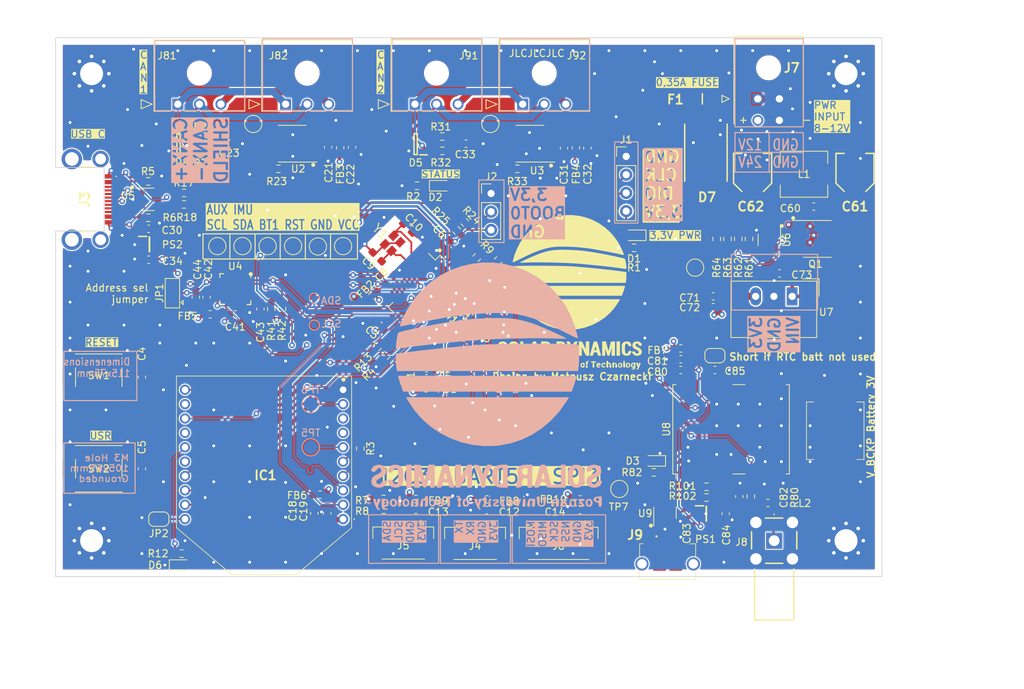
<source format=kicad_pcb>
(kicad_pcb (version 20221018) (generator pcbnew)
  (title_block (title "RF Module") (date "2023-03-05") (rev "1.1") (company "PUT Solar Dynamics") (comment 1 "Mateusz Czarnecki"))
  (layers (0 "F.Cu" signal) (1 "In1.Cu" power) (2 "In2.Cu" mixed) (31 "B.Cu" signal) (34 "B.Paste" user) (35 "F.Paste" user) (36 "B.SilkS" user "B.Silkscreen") (37 "F.SilkS" user "F.Silkscreen") (38 "B.Mask" user) (39 "F.Mask" user) (44 "Edge.Cuts" user))
  (net 0 "")
  (net 1 "VCC")
  (net 2 "/MCU/NRST")
  (net 3 "GND")
  (net 4 "Net-(U1-PH1)")
  (net 5 "Net-(U1-PH0)")
  (net 6 "+3.3V")
  (net 7 "/CONNECTORS/USB_VBUS_DET")
  (net 8 "/XBEE/3.3V_XBEE")
  (net 9 "/CAN BUS/3.3V_CAN1")
  (net 10 "Net-(U1-VCAP_1)")
  (net 11 "/CAN BUS/3.3V_CAN2")
  (net 12 "Net-(C23-Pad1)")
  (net 13 "/IMU/3.3V_IMU")
  (net 14 "Net-(C33-Pad1)")
  (net 15 "Net-(U4-REGOUT)")
  (net 16 "+12V")
  (net 17 "Net-(U4-CPOUT)")
  (net 18 "/CAN BUS/CAN1+")
  (net 19 "/CAN BUS/CAN1-")
  (net 20 "/CAN BUS/CAN3+")
  (net 21 "Net-(D2-K)")
  (net 22 "/MCU/SYS_LED")
  (net 23 "Net-(D6-A)")
  (net 24 "Net-(F1-Pad1)")
  (net 25 "/MCU/USART2_RX")
  (net 26 "/MCU/USART2_TX")
  (net 27 "/MCU/SPI1_MISO")
  (net 28 "/MCU/XBEE_RST")
  (net 29 "Net-(C62-Pad1)")
  (net 30 "/GNSS/3.3V_GPS")
  (net 31 "/MCU/SPI1_MOSI")
  (net 32 "Net-(C82-Pad1)")
  (net 33 "/MCU/XBEE_SLEEP")
  (net 34 "Net-(PS1-VIN)")
  (net 35 "/XBEE/XBEE_LED")
  (net 36 "/GNSS/VDD_USB")
  (net 37 "/MCU/SPI1_NSS")
  (net 38 "/MCU/SPI1_SCK")
  (net 39 "/MCU/SPI1_ATT")
  (net 40 "/GNSS/V_BCKP")
  (net 41 "/MCU/SWDIO")
  (net 42 "/MCU/SWCLK")
  (net 43 "Net-(D1-K)")
  (net 44 "/CONNECTORS/VBUS")
  (net 45 "/CONNECTORS/CC1")
  (net 46 "/CONNECTORS/D+")
  (net 47 "/CONNECTORS/D-")
  (net 48 "Net-(J2-Pin_2)")
  (net 49 "/CONNECTORS/CC2")
  (net 51 "/CONNECTORS/UART5_RX")
  (net 52 "/CONNECTORS/UART5_TX")
  (net 53 "/CONNECTORS/I2C3_SCL")
  (net 54 "/CONNECTORS/I2C3_SDA")
  (net 55 "/CONNECTORS/SPI3_NSS")
  (net 56 "/CONNECTORS/SPI3_SCK")
  (net 57 "/CONNECTORS/SPI3_MISO")
  (net 58 "/CONNECTORS/SPI3_MOSI")
  (net 61 "/POWER SUPPLY/+BATT_F")
  (net 62 "Net-(JP1-C)")
  (net 63 "/MCU/BOOT0")
  (net 64 "Net-(Q1A-S1)")
  (net 65 "/CAN BUS/CAN1_RS")
  (net 66 "Net-(U2-Rs)")
  (net 67 "/CAN BUS/CAN3_RS")
  (net 68 "/IMU/IMU_SCL")
  (net 69 "/IMU/IMU_SDA")
  (net 70 "Net-(U3-Rs)")
  (net 71 "Net-(U6-OV)")
  (net 72 "Net-(U6-UV)")
  (net 73 "Net-(U6-~{SHDN})")
  (net 74 "/MCU/BOOT1")
  (net 75 "Net-(U6-~{FAULT})")
  (net 76 "Net-(U2-Vref)")
  (net 77 "Net-(U3-Vref)")
  (net 78 "Net-(U4-AUX_SDA)")
  (net 79 "Net-(U4-AUX_SCL)")
  (net 86 "/CONNECTORS/USB_D-")
  (net 87 "/CONNECTORS/USB_D+")
  (net 88 "/CAN BUS/CAN3_RX")
  (net 89 "/CAN BUS/CAN3_TX")
  (net 90 "/IMU/IMU_INT")
  (net 91 "/CAN BUS/CAN1_RX")
  (net 92 "/CAN BUS/CAN1_TX")
  (net 104 "/CAN BUS/SHIELD1")
  (net 105 "/POWER SUPPLY/GATE")
  (net 106 "/CAN BUS/CAN3-")
  (net 108 "USR_BTN")
  (net 109 "Net-(D3-A)")
  (net 111 "Net-(J4-Pin_1)")
  (net 112 "Net-(J5-Pin_1)")
  (net 113 "Net-(J6-Pin_1)")
  (net 114 "/XBEE/XBEE_MISO")
  (net 115 "Net-(IC1-RSSI_PWM{slash}DIO10)")
  (net 118 "Net-(IC1-~{DTR}{slash}SLEEP_RQ{slash}DIO8)")
  (net 119 "/XBEE/XBEE_MOSI")
  (net 123 "/XBEE/XBEE_SCK")
  (net 124 "Net-(IC1-AD0_{slash}DIO0)")
  (net 125 "Net-(J8-In)")
  (net 126 "Net-(J9-Pad2)")
  (net 127 "Net-(J9-Pad3)")
  (net 137 "/MCU/USB_D+")
  (net 138 "/MCU/USB_D-")
  (net 139 "/MCU/CAN3_RX")
  (net 140 "/MCU/CAN3_TX")
  (net 141 "/MCU/CAN1_RX")
  (net 142 "/MCU/CAN1_TX")
  (net 143 "Net-(U8-VCC_RF)")
  (net 144 "/GNSS/GPS_PULSE")
  (net 145 "Net-(U8-~{SAFEBOOT})")
  (net 146 "/GNSS/GPS_RST")
  (net 147 "/GNSS/GPS_EXTINT")
  (net 148 "/GNSS/GPS_RX")
  (net 149 "/GNSS/GPS_TX")
  (net 151 "/GNSS/USB_DM")
  (net 152 "/GNSS/USB_DP")
  (net 160 "Net-(U8-USB_DM)")
  (net 161 "Net-(U8-USB_DP)")
  (net 162 "/CAN BUS/SHIELD2")
  (footprint "R_0603_1608Metric_Pad0.98x0.95mm_HandSolder" (layer "F.Cu") (at 51.666054 97.4)
    (fp_text reference "R12")
    (fp_text value "330")
  )
  (footprint "2998TR" (layer "F.Cu") (at 142.653554 80.3 90)
    (fp_text reference "J10" hide)
    (fp_text value "2998TR" hide)
  )
  (footprint "C_0603_1608Metric_Pad1.08x0.95mm_HandSolder" (layer "F.Cu") (at 83.5 70.7375 -90)
    (fp_text reference "C11")
    (fp_text value "4.7u")
  )
  (footprint "MountingHole_3.2mm_M3_Pad_Via" (layer "F.Cu") (at 39.153554 95.6)
    (fp_text reference "H3" hide)
    (fp_text value "M3")
  )
  (footprint "C_0603_1608Metric_Pad1.08x0.95mm_HandSolder" (layer "F.Cu") (at 55.153554 61.7125 -90)
    (fp_text reference "C42")
    (fp_text value "100n")
  )
  (footprint "R_0603_1608Metric" (layer "F.Cu") (at 76.553554 82.775 -90)
    (fp_text reference "R3")
    (fp_text value "0")
  )
  (footprint "R_0603_1608Metric_Pad0.98x0.95mm_HandSolder" (layer "F.Cu") (at 84.441054 46.2 180)
    (fp_text reference "R2")
    (fp_text value "330")
  )
  (footprint "SOT95P230X110-3N" (layer "F.Cu") (at 84.253554 40.4 180)
    (fp_text reference "D5")
    (fp_text value "PESD1CAN,215" hide)
  )
  (footprint "C_0603_1608Metric_Pad1.08x0.95mm_HandSolder" (layer "F.Cu") (at 121.153554 70.35 180)
    (fp_text reference "C81")
    (fp_text value "4.7u")
  )
  (footprint "InvenSense_QFN-24_4x4mm_P0.5mm" (layer "F.Cu") (at 59.153554 60.6 -90)
    (fp_text reference "U4")
    (fp_text value "MPU-6050")
  )
  (footprint "C_0603_1608Metric_Pad1.08x0.95mm_HandSolder" (layer "F.Cu") (at 134.9 58.4 180)
    (fp_text reference "C73")
    (fp_text value "4.7u")
  )
  (footprint "R_0603_1608Metric_Pad0.98x0.95mm_HandSolder" (layer "F.Cu") (at 47.041054 50.65)
    (fp_text reference "R6")
    (fp_text value "5.1K")
  )
  (footprint "C_0603_1608Metric_Pad1.08x0.95mm_HandSolder" (layer "F.Cu") (at 46.153554 85.6 90)
    (fp_text reference "C5")
    (fp_text value "100n")
  )
  (footprint "C_0603_1608Metric_Pad1.08x0.95mm_HandSolder" (layer "F.Cu") (at 59.153554 64.1)
    (fp_text reference "C41")
    (fp_text value "100n")
  )
  (footprint "C_0603_1608Metric_Pad1.08x0.95mm_HandSolder" (layer "F.Cu") (at 127.403554 91.85 -90)
    (fp_text reference "C84")
    (fp_text value "1u")
  )
  (footprint "JST_GH_BM04B-GHS-TBT_1x04-1MP_P1.25mm_Vertical" (layer "F.Cu") (at 92.528554 95.6 180)
    (fp_text reference "J4")
    (fp_text value "UART4")
  )
  (footprint "L_0603_1608Metric_Pad1.05x0.95mm_HandSolder" (layer "F.Cu") (at 106.553554 40.925 90)
    (fp_text reference "FB4")
    (fp_text value "FerriteBead_Small" hide)
  )
  (footprint "R_0603_1608Metric" (layer "F.Cu") (at 78.936917 68.616637 -135)
    (fp_text reference "R13")
    (fp_text value "0")
  )
  (footprint "SolderJumper-2_P1.3mm_Open_RoundedPad1.0x1.5mm" (layer "F.Cu") (at 125.903554 69.85 180)
    (fp_text reference "JP80" hide)
    (fp_text value "SolderJumper_2_Open")
  )
  (footprint "C_0603_1608Metric_Pad1.08x0.95mm_HandSolder" (layer "F.Cu") (at 129.3 89.4625 90)
    (fp_text reference "C82")
    (fp_text value "4.7n")
  )
  (footprint "TestPoint_Pad_D2.0mm" (layer "F.Cu") (at 74.153554 54.6)
    (fp_text reference "TP4" hide)
    (fp_text value "VCC")
  )
  (footprint "XB324Z8UTJ" (layer "F.Cu") (at 74.153554 92.6 180)
    (fp_text reference "IC1")
    (fp_text value "XB3-24Z8UT-J" hide)
  )
  (footprint "R_0603_1608Metric_Pad0.98x0.95mm_HandSolder" (layer "F.Cu") (at 79.8 91.3)
    (fp_text reference "R8")
    (fp_text value "4.7K")
  )
  (footprint "C_0603_1608Metric_Pad1.08x0.95mm_HandSolder" (layer "F.Cu") (at 79.153554 65.6 135)
    (fp_text reference "C3")
    (fp_text value "100n")
  )
  (footprint "USB307530A" (layer "F.Cu") (at 119.328554 98.83)
    (fp_text reference "J9")
    (fp_text value "USB3075-30-A" hide)
  )
  (footprint "C_0603_1608Metric_Pad1.08x0.95mm_HandSolder" (layer "F.Cu") (at 53.653554 61.7125 -90)
    (fp_text reference "C44")
    (fp_text value "4.7u")
  )
  (footprint "Converter_DCDC_TRACO_TSR-1_THT" (layer "F.Cu") (at 136.653554 61.6 180)
    (fp_text reference "U7")
    (fp_text value "TSR_1-2433")
  )
  (footprint "R_0603_1608Metric_Pad0.98x0.95mm_HandSolder" (layer "F.Cu") (at 124.741054 89.6)
    (fp_text reference "R102")
    (fp_text value "10")
  )
  (footprint "436500300" (layer "F.Cu") (at 84.153554 34.85 180)
    (fp_text reference "J91")
    (fp_text value "436500300" hide)
  )
  (footprint "R_0603_1608Metric_Pad0.98x0.95mm_HandSolder" (layer "F.Cu") (at 98.403554 43.85)
    (fp_text reference "R33")
    (fp_text value "510")
  )
  (footprint "C_0603_1608Metric_Pad1.08x0.95mm_HandSolder" (layer "F.Cu") (at 95.978554 65.35 -135)
    (fp_text reference "C2")
    (fp_text value "100n")
  )
  (footprint "C_0603_1608Metric_Pad1.08x0.95mm_HandSolder" (layer "F.Cu") (at 84.278554 91.3)
    (fp_text reference "C13")
    (fp_text value "1u")
  )
  (footprint "C_0603_1608Metric_Pad1.08x0.95mm_HandSolder" (layer "F.Cu") (at 85.7625 73 180)
    (fp_text reference "C7")
    (fp_text value "100n")
  )
  (footprint "L_6.3x6.3_H3" (layer "F.Cu") (at 138.303554 44.6)
    (fp_text reference "L1")
    (fp_text value "L")
  )
  (footprint "R_0603_1608Metric_Pad0.98x0.95mm_HandSolder" (layer "F.Cu") (at 47.041054 45.6)
    (fp_text reference "R5")
    (fp_text value "5.1K")
  )
  (footprint "R_0603_1608Metric_Pad0.98x0.95mm_HandSolder" (layer "F.Cu") (at 65.653554 63.35 90)
    (fp_text reference "R42")
    (fp_text value "4.7K")
  )
  (footprint "ECS1601036CKMTR3" (layer "F.Cu") (at 81.039214 54.208579 45)
    (fp_text reference "Y1")
    (fp_text value "ECS-160-10-36 16MHz" hide)
  )
  (footprint "R_0603_1608Metric_Pad0.98x0.95mm_HandSolder" (layer "F.Cu") (at 126.153554 53.6 -90)
    (fp_text reference "R64")
    (fp_text value "133K")
  )
  (footprint "L_0603_1608Metric_Pad1.05x0.95mm_HandSolder" (layer "F.Cu") (at 73.753554 40.925 90)
    (fp_text reference "FB3")
    (fp_text value "FerriteBead_Small" hide)
  )
  (footprint "ublox_NEO" (layer "F.Cu") (at 128.153554 80.1 90)
    (fp_text reference "U8")
    (fp_text value "NEO-M9N")
  )
  (footprint "LQFP-64_10x10mm_P0.5mm" (layer "F.Cu") (at 87.653554 63.1 -45)
    (fp_text reference "U1")
    (fp_text value "STM32F413RHT6")
  )
  (footprint "C_0603_1608Metric_Pad1.08x0.95mm_HandSolder" (layer "F.Cu") (at 125.653554 61.6 180)
    (fp_text reference "C71")
    (fp_text value "4.7u")
  )
  (footprint "SOIC-8_3.9x4.9mm_P1.27mm" (layer "F.Cu") (at 67.066054 40.35 180)
    (fp_text reference "U2")
    (fp_text value "SN65HVD231")
  )
  (footprint "MountingHole_3.2mm_M3_Pad_Via" (layer "F.Cu") (at 39.153554 30.6)
    (fp_text reference "H1" hide)
    (fp_text value "M3")
  )
  (footprint "C_0603_1608Metric_Pad1.08x0.95mm_HandSolder" (layer "F.Cu") (at 91.266054 40.35)
    (fp_text reference "C33")
    (fp_text value "4.7n")
  )
  (footprint "TestPoint_Pad_D2.0mm" (layer "F.Cu") (at 67.2 54.6)
    (fp_text reference "TP2" hide)
    (fp_text value "NRST")
  )
  (footprint "L_0603_1608Metric_Pad1.05x0.95mm_HandSolder" (layer "F.Cu") (at 55.653554 64.1 180)
    (fp_text reference "FB5")
    (fp_text value "FerriteBead_Small" hide)
  )
  (footprint "TestPoint_Pad_D2.0mm" (layer "F.Cu") (at 60.153554 54.6)
    (fp_text reference "TP41" hide)
    (fp_text value "IMU_AUX_SDA")
  )
  (footprint "SOT-23-6" (layer "F.Cu") (at 118.953554 91.7375 90)
    (fp_text reference "U9")
    (fp_text value "USBLC6-2SC6")
  )
  (footprint "SW_Push_1P1T_NO_6x6mm_H9.5mm" (layer "F.Cu") (at 40.153554 72.85)
    (fp_text reference "SW1")
    (fp_text value "SW_RST")
  )
  (footprint "43045-04_00,01,02,10_" (layer "F.Cu") (at 131.875304 34.1054 180)
    (fp_text reference "J7")
    (fp_text value "Molex Power" hide)
  )
  (footprint "C_0603_1608Metric_Pad1.08x0.95mm_HandSolder" (layer "F.Cu") (at 80.593674 59.25988 45)
    (fp_text reference "C8")
    (fp_text value "100n")
  )
  (footprint "LED_0603_1608Metric_Pad1.05x0.95mm_HandSolder" (layer "F.Cu") (at 114.653554 53.1 180)
    (fp_text reference "D1")
    (fp_text value "LED RED")
  )
  (footprint "SolderJumper-2_P1.3mm_Open_RoundedPad1.0x1.5mm" (layer "F.Cu") (at 48.503554 92.6 180)
    (fp_text reference "JP2")
    (fp_text value "SolderJumper_2_Open")
  )
  (footprint "C_0603_1608Metric_Pad1.08x0.95mm_HandSolder" (layer "F.Cu") (at 139.653554 49.1 180)
    (fp_text reference "C60")
    (fp_text value "1u")
  )
  (footprint "C_0603_1608Metric_Pad1.08x0.95mm_HandSolder" (layer "F.Cu") (at 104.903554 40.975 -90)
    (fp_text reference "C31")
    (fp_text value "100n")
  )
  (footprint "TestPoint_Pad_D2.0mm" (layer "F.Cu") (at 63.653554 54.6)
    (fp_text reference "TP3" hide)
    (fp_text value "BOOT1")
  )
  (footprint "R_0603_1608Metric" (layer "F.Cu") (at 52.025 48.8)
    (fp_text reference "R18")
    (fp_text value "0")
  )
  (footprint "LED_0603_1608Metric_Pad1.05x0.95mm_HandSolder" (layer "F.Cu") (at 117.378554 84.5 180)
    (fp_text reference "D3")
    (fp_text value "LED BLUE")
  )
  (footprint "R_0603_1608Metric" (layer "F.Cu") (at 80.136917 69.816637 -135)
    (fp_text reference "R4")
    (fp_text value "0")
  )
  (footprint "MountingHole_3.2mm_M3_Pad_Via" (layer "F.Cu") (at 144.153554 95.6)
    (fp_text reference "H4" hide)
    (fp_text value "M3")
  )
  (footprint "L_0603_1608Metric_Pad1.05x0.95mm_HandSolder" (layer "F.Cu") (at 78.172272 61.581282 45)
    (fp_text reference "FB2")
    (fp_text value "FerriteBead_Small" hide)
  )
  (footprint "C_0603_1608Metric_Pad1.08x0.95mm_HandSolder" (layer "F.Cu") (at 78.903554 56.1 135)
    (fp_text reference "C9")
    (fp_text value "10p")
  )
  (footprint "R_0603_1608Metric" (layer "F.Cu") (at 52.025 47.2)
    (fp_text reference "R17")
    (fp_text value "0")
  )
  (footprint "MountingHole_3.2mm_M3_Pad_Via" (layer "F.Cu") (at 144.153554 30.6)
    (fp_text reference "H2" hide)
    (fp_text value "M3")
  )
  (footprint "R_0603_1608Metric_Pad0.98x0.95mm_HandSolder" (layer "F.Cu") (at 87.966054 41.35)
    (fp_text reference "R32")
    (fp_text value "62")
  )
  (footprint "R_0603_1608Metric" (layer "F.Cu") (at 95.736917 56.616637 45)
    (fp_text reference "R19")
    (fp_text value "0")
  )
  (footprint "TestPoint_Pad_D2.0mm" (layer "F.Cu") (at 112.6 88.4)
    (fp_text reference "TP7")
    (fp_text value "SAFEBOOT")
  )
  (footprint "L_0603_1608Metric_Pad1.05x0.95mm_HandSolder" (layer "F.Cu") (at 85.7 74.4)
    (fp_text reference "FB1")
    (fp_text value "FerriteBead_Small" hide)
  )
  (footprint "R_0603_1608Metric_Pad0.98x0.95mm_HandSolder" (layer "F.Cu") (at 130.653554 53.6 90)
    (fp_text reference "R61")
    (fp_text value "133K")
  )
  (footprint "436500300" (layer "F.Cu") (at 51.153554 34.85 180)
    (fp_text reference "J81")
    (fp_text value "436500300" hide)
  )
  (footprint "PinHeader_1x04_P2.54mm_Vertical" (layer "F.Cu") (at 113.553554 42.12)
    (fp_text reference "J1")
    (fp_text value "SWD")
  )
  (footprint "C_0603_1608Metric_Pad1.08x0.95mm_HandSolder" (layer "F.Cu") (at 107.153554 91.35)
    (fp_text reference "C14")
    (fp_text value "1u")
  )
  (footprint "R_0603_1608Metric_Pad0.98x0.95mm_HandSolder" (layer "F.Cu") (at 79.778554 89.8)
    (fp_text reference "R7")
    (fp_text value "4.7K")
  )
  (footprint "R_0603_1608Metric_Pad0.98x0.95mm_HandSolder" (layer "F.Cu") (at 130.9 89.4375 -90)
    (fp_text reference "R80")
    (fp_text value "10")
  )
  (footprint "C_0603_1608Metric_Pad1.08x0.95mm_HandSolder" (layer "F.Cu") (at 72.066054 40.85 -90)
    (fp_text reference "C21")
    (fp_text value "100n")
  )
  (footprint "C_0603_1608Metric_Pad1.08x0.95mm_HandSolder" (layer "F.Cu") (at 125.6625 63.1 180)
    (fp_text reference "C72")
    (fp_text value "100n")
  )
  (footprint "C_0603_1608Metric_Pad1.08x0.95mm_HandSolder" (layer "F.Cu") (at 47.091054 52.2)
    (fp_text reference "C30")
    (fp_text value "1u")
  )
  (footprint "PinHeader_1x03_P2.54mm_Vertical" (layer "F.Cu") (at 94.753554 47.275)
    (fp_text reference "J2")
    (fp_text value "BOOT_SEL")
  )
  (footprint "R_0603_1608Metric_Pad0.98x0.95mm_HandSolder" (layer "F.Cu") (at 54.941054 41.35)
    (fp_text reference "R22")
    (fp_text value "62")
  )
  (footprint "SOIC-8_3.9x4.9mm_P1.27mm" (layer "F.Cu") (at 100.153554 40.35 180)
    (fp_text reference "U3")
    (fp_text value "SN65HVD231")
  )
  (footprint "C_0603_1608Metric_Pad1.08x0.95mm_HandSolder" (layer "F.Cu") (at 94.153554 91.35)
    (fp_text reference "C12")
    (fp_text value "1u")
  )
  (footprint "C_0603_1608Metric_Pad1.08x0.95mm_HandSolder" (layer "F.Cu") (at 62.653554 63.35 -90)
    (fp_text reference "C43")
    (fp_text value "2.2n")
  )
  (footprint "DIONM7959X262N" (layer "F.Cu") (at 124.653554 41.6 90)
    (fp_text reference "D7")
    (fp_text value "ESD TWS" hide)
  )
  (footprint "SOT65P210X110-5N" (layer "F.Cu") (at 124.703554 91.85)
    (fp_text reference "PS1")
    (fp_text value "MIC5365-3.3YC5-TR" hide)
  )
  (footprint "C_0603_1608Metric_Pad1.08x0.95mm_HandSolder" (layer "F.Cu") (at 58.303554 40.35)
    (fp_text reference "C23")
    (fp_text value "4.7n")
  )
  (footprint "R_0603_1608Metric_Pad0.98x0.95mm_HandSolder" (layer "F.Cu") (at 114.653554 54.85 180)
    (fp_text reference "R1")
    (fp_text value "330")
  )
  (footprint "R_0603_1608Metric_Pad0.98x0.95mm_HandSolder" (layer "F.Cu") (at 117.4 86.1 180)
    (fp_text reference "R82")
    (fp_text value "330")
  )
  (footprint "LED_0603_1608Metric_Pad1.05x0.95mm_HandSolder" (layer "F.Cu") (at 87.828554 46.2)
    (fp_text reference "D2")
    (fp_text value "LED BLUE")
  )
  (footprint "C_0603_1608Metric_Pad1.08x0.95mm_HandSolder" (layer "F.Cu") (at 121.903554 91.85 -90)
    (fp_text reference "C83")
    (fp_text value "1u")
  )
  (footprint "L_0603_1608Metric_Pad1.05x0.95mm_HandSolder" (layer "F.Cu") (at 70.953554 89.2 180)
    (fp_text reference "FB6")
    (fp_text value "FerriteBead_Small" hide)
  )
  (footprint "TestPoint_Pad_D2.0mm" (layer "F.Cu") (at 56.653554 54.6)
    (fp_text reference "TP42" hide)
    (fp_text value "IMU_AUX_SCL")
  )
  (footprint "SW_Push_1P1T_NO_6x6mm_H9.5mm" (layer "F.Cu") (at 40.153554 85.6)
    (fp_text reference "SW2")
    (fp_text value "SW_USR")
  )
  (footprint "C_0603_1608Metric_Pad1.08x0.95mm_HandSolder" (layer "F.Cu") (at 75.403554 40.85 -90)
    (fp_text reference "C22")
    (fp_text value "4.7u")
  )
  (footprint "C_0603_1608Metric_Pad1.08x0.95mm_HandSolder" (layer "F.Cu") (at 46.153554 72.85 90)
    (fp_text reference "C4")
    (fp_text value "100n")
  )
  (footprint "C_0603_1608Metric_Pad1.08x0.95mm_HandSolder" (layer "F.Cu") (at 83.153554 52.1 -45)
    (fp_text reference "C10")
    (fp_text value "10p")
  )
  (footprint "R_0603_1608Metric" (layer "F.Cu") (at 96.736917 57.616637 45)
    (fp_text reference "R20")
    (fp_text value "0")
  )
  (footprint "R_0603_1608Metric_Pad0.98x0.95mm_HandSolder" (layer "F.Cu") (at 64.153554 63.35 90)
    (fp_text reference "R41")
    (fp_text value "4.7K")
  )
  (footprint "SolderJumper-3_P1.3mm_Bridged2Bar12_Pad1.0x1.5mm" (layer "F.Cu") (at 50.403554 61.15 90)
    (fp_text reference "JP1")
    (fp_text value "SolderJumper_3_Open" hide)
  )
  (footprint "R_0603_1608Metric_Pad0.98x0.95mm_HandSolder" (layer "F.Cu") (at 129.153554 53.6 -90)
    (fp_text reference "R62")
    (fp_text value "167K")
  )
  (footprint "TestPoint_Pad_D2.0mm" (layer "F.Cu") (at 94.653554 37.6)
    (fp_text reference "TP31" hide)
    (fp_text value "Vref3")
  )
  (footprint "TSOT-23-8" (layer "F.Cu") (at 133.478554 53.7375 -90)
    (fp_text reference "U6")
    (fp_text value "LTC4365xTS8")
  )
  (footprint "L_0603_1608Metric_Pad1.05x0.95mm_HandSolder" (layer "F.Cu") (at 107.153554 89.85)
    (fp_text reference "FB10")
    (fp_text value "FerriteBead_Small")
  )
  (footprint "C_0603_1608Metric_Pad1.08x0.95mm_HandSolder" (layer "F.Cu") (at 125.903554 71.85)
    (fp_text reference "C85")
    (fp_text value "1u")
  )
  (footprint "R_0603_1608Metric_Pad0.98x0.95mm_HandSolder" (layer "F.Cu") (at 65.153554 43.85)
    (fp_text reference "R23")
    (fp_text value "510")
  )
  (footprint "TestPoint_Pad_D2.0mm" (layer "F.Cu") (at 61.653554 37.6 180)
    (fp_text reference "TP21" hide)
    (fp_text value "Vref2")
  )
  (footprint "SOT65P210X110-5N" (layer "F.Cu") (at 47.203554 54.35)
    (fp_text reference "PS2")
    (fp_text value "MIC5365-3.3YC5-TR" hide)
  )
  (footprint "436500300" (layer "F.Cu") (at 66.153554 34.85 180)
    (fp_text reference "J82")
    (fp_text value "436500300" hide)
  )
  (footprint "JST_GH_BM04B-GHS-TBT_1x04-1MP_P1.25mm_Vertical" (layer "F.Cu") (at 82.528554 95.55 180)
    (fp_text reference "J5")
    (fp_text value "I2C3")
  )
  (footprint "FUSC3216X130N" (layer "F.Cu") (at 124.153554 34.1 180)
    (fp_text reference "F1")
    (fp_text value "0ZCJ0035AF2E" hide)
  )
  (footprint "R_0603_1608Metric_Pad0.98x0.95mm_HandSolder" (layer "F.Cu") (at 87.966054 39.35)
    (fp_text reference "R31")
    (fp_text value "62")
  )
  (footprint "C_0603_1608Metric_Pad1.08x0.95mm_HandSolder" (layer "F.Cu") (at 70.153554 91.8 90)
    (fp_text reference "C18")
    (fp_text value "100n")
  )
  (footprint "LED_0603_1608Metric_Pad1.05x0.95mm_HandSolder" (layer "F.Cu") (at 51.628554 99)
    (fp_text reference "D6")
    (fp_text value "LED BLUE")
  )
  (footprint "SOIC-8_3.9x4.9mm_P1.27mm" (layer "F.Cu") (at 140.153554 53.6)
    (fp_text reference "Q1")
    (fp_text value "FDS6898A")
  )
  (footprint "L_0603_1608Metric_Pad1.05x0.95mm_HandSolder" (layer "F.Cu") (at 84.278554 89.8)
    (fp_text reference "FB9")
    (fp_text value "FerriteBead_Small")
  )
  (footprint "JST_GH_BM06B-GHS-TBT_1x06-1MP_P1.25mm_Vertical" (layer "F.Cu") (at 104.153554 95.6 180)
    (fp_text reference "J6")
    (fp_text value "SPI3")
  )
  (footprint "C_0603_1608Metric_Pad1.08x0.95mm_HandSolder" (layer "F.Cu") (at 85.7625 71.6 180)
    (fp_text reference "C1")
    (fp_text value "4.7u")
  )
  (footprint "R_0603_1608Metric" (layer "F.Cu") (at 89.970191 52.416637 135)
    (fp_text reference "R25")
    (fp_text value "0")
  )
  (footprint "TestPoint_Pad_D2.0mm" (layer "F.Cu") (at 123.153554 57.6)
    (fp_text reference "TP1" hide)
    (fp_text value "FAULT")
  )
  (footprint "L_0603_1608Metric_Pad1.05x0.95mm_HandSolder" (layer "F.Cu") (at 121.153554 68.85)
    (fp_text reference "FB7")
    (fp_text value "FerriteBead_Small" hide)
  )
  (footprint "518144002" (layer "F.Cu") (at 134.153554 95.6 -90)
    (fp_text reference "J8")
    (fp_text value "SMA" hide)
  )
  (footprint "SOT-23-6" (layer "F.Cu") (at 47.041054 48.1)
    (fp_text reference "U5")
    (fp_text value "USBLC6-2SC6")
  )
  (footprint "R_0603_1608Metric_Pad0.98x0.95mm_HandSolder" (layer "F.Cu") (at 127.653554 53.6 -90)
    (fp_text reference "R63")
    (fp_text value "4.5M")
  )
  (footprint "EEE0GA101SR" (layer "F.Cu") (at 145.403554 44.35 90)
    (fp_text reference "C61")
    (fp_text value "10u" hide)
  )
  (footprint "TestPoint_Pad_D2.0mm" (layer "F.Cu") (at 70.653554 54.65)
    (fp_text reference "TP234" hide)
    (fp_text value "GND")
  )
  (footprint "C_0603_1608Metric_Pad1.08x0.95mm_HandSolder" (layer "F.Cu") (at 108.153554 40.975 -90)
    (fp_text reference "C32")
    (fp_text value "4.7u")
  )
  (footprint "LOGO" (layer "F.Cu") (at 105.653554 61.1)
    (fp_text reference "G***" hide)
    (fp_text value "LOGO" hide)
  )
  (footprint "USB4500030A" (layer "F.Cu") (at 37.553554 48.1 -90)
    (fp_text reference "J3")
    (fp_text value "USB_C_Receptacle_USB2.0" hide)
  )
  (footprint "436500300" (layer "F.Cu") (at 99.153554 34.85 180)
    (fp_text reference "J92")
    (fp_text value "436500300" hide)
  )
  (footprint "R_0603_1608Metric" (layer "F.Cu") (at 91.1 51.3 135)
    (fp_text reference "R24")
    (fp_text value "0")
  )
  (footprint "C_0603_1608Metric_Pad1.08x0.95mm_HandSolder" (layer "F.Cu") (at 71.953554 91.8 90)
    (fp_text reference "C19")
    (fp_text value "4.7u")
  )
  (footprint "C_0603_1608Metric_Pad1.08x0.95mm_HandSolder" (layer "F.Cu") (at 89.563434 54.40988 -45)
    (fp_text reference "C6")
    (fp_text value "100n")
  )
  (footprint "EEE0GA101SR" (layer "F.Cu") (at 131.153554 44.35 90)
    (fp_text reference "C62")
    (fp_text value "10u" hide)
  )
  (footprint "SOT95P230X110-3N" (layer "F.Cu") (at 51.253554 40.4 180)
    (fp_text reference "D4")
    (fp_text value "PESD1CAN,215" hide)
  )
  (footprint "R_0603_1608Metric_Pad0.98x0.95mm_HandSolder" (layer "F.Cu") (at 92.753554 56.2 -135)
    (fp_text reference "R9")
    (fp_text value "330")
  )
  (footprint "L_0603_1608Metric_Pad1.05x0.95mm_HandSolder" (layer "F.Cu") (at 94.153554 89.85)
    (fp_text reference "FB8")
    (fp_text value "FerriteBead_Small")
  )
  (footprint "C_0603_1608Metric_Pad1.08x0.95mm_HandSolder" (layer "F.Cu") (at 47.091054 56.5 180)
    (fp_text reference "C34")
    (fp_text value "1u")
  )
  (footprint "R_0603_1608Metric_Pad0.98x0.95mm_HandSolder" (layer "F.Cu") (at 54.941054 39.35)
    (fp_text reference "R21")
    (fp_text value "62")
  )
  (footprint "R_0603_1608Metric_Pad0.98x0.95mm_HandSolder" (layer "F.Cu") (at 124.741054 88.1)
    (fp_text reference "R101")
    (fp_text value "10")
  )
  (footprint "L_0603_1608Metric_Pad1.05x0.95mm_HandSolder" (layer "F.Cu") (at 133.278554 90.35)
    (fp_text reference "L2")
    (fp_text value "27n")
  )
  (footprint "C_0603_1608Metric_Pad1.08x0.95mm_HandSolder" (layer "F.Cu") (at 121.153554 71.85 180)
    (fp_text reference "C80")
    (fp_text value "1u")
  )
  (footprint "TestPoint_Pad_D2.0mm" (layer "B.Cu") (at 69.653554 82.6 180)
    (fp_text reference "TP5")
    (fp_text value "RSSI_PWM")
  )
  (footprint "TestPoint_Pad_D1.0mm" (layer "B.Cu") (at 70.153554 65.6 180)
    (fp_text reference "TP_SDA" hide)
    (fp_text value "TestPoint_Pad_D1.0mm")
  )
  (footprint "TestPoint_Pad_D1.0mm" (layer "B.Cu") (at 70.153554 61.85 180)
    (fp_text reference "TP_SDA" hide)
    (fp_text value "TestPoint_Pad_D1.0mm")
  )
  (footprint "LOGO" (layer "B.Cu") (at 94.2 74.2 180)
    (fp_text reference "G***")
    (fp_text value "LOGO" hide)
  )
  (footprint "TestPoint_Pad_D2.0mm" (layer "B.Cu") (at 69.653554 76.6 180)
    (fp_text reference "TP6")
    (fp_text value "SLEEP_RQ")
  )
  (gr_rect (start 35.3 82) (end 45.2 89) (stroke (width 0.15)) (fill none) (layer "B.SilkS"))
  (gr_rect (start 128.2 55.75) (end 140.2 63.5) (stroke (width 0.15)) (fill none) (layer "B.SilkS"))
  (gr_rect (start 111.95 40.1) (end 115.2 51.4) (stroke (width 0.15)) (fill none) (layer "B.SilkS"))
  (gr_rect (start 97.7 92) (end 110.7 98.75) (stroke (width 0.15)) (fill none) (layer "B.SilkS"))
  (gr_rect (start 80.95 25.75) (end 93.45 35.75) (stroke (width 0.15)) (fill none) (layer "B.SilkS"))
  (gr_rect (start 77.7 92) (end 87.45 98.75) (stroke (width 0.15)) (fill none) (layer "B.SilkS"))
  (gr_rect (start 128.7 25.75) (end 138.2 38) (stroke (width 0.15)) (fill none) (layer "B.SilkS"))
  (gr_line (start 128.7 41.55) (end 138.2 41.55) (stroke (width 0.15)) (layer "B.SilkS"))
  (gr_rect (start 62.95 25.75) (end 75.45 35.75) (stroke (width 0.15)) (fill none) (layer "B.SilkS"))
  (gr_rect (start 87.7 92) (end 97.45 98.75) (stroke (width 0.15)) (fill none) (layer "B.SilkS"))
  (gr_rect (start 47.95 26) (end 60.45 35.75) (stroke (width 0.15)) (fill none) (layer "B.SilkS"))
  (gr_rect (start 35.3 69.25) (end 45.45 76.1) (stroke (width 0.15)) (fill none) (layer "B.SilkS"))
  (gr_line (start 133.45 44.3) (end 133.45 38.8) (stroke (width 0.15)) (layer "B.SilkS"))
  (gr_rect (start 93.05 45.4) (end 96.55 54.1) (stroke (width 0.15)) (fill none) (layer "B.SilkS"))
  (gr_rect (start 128.7 38.8) (end 138.2 44.3) (stroke (width 0.15)) (fill none) (layer "B.SilkS"))
  (gr_rect (start 95.95 25.75) (end 108.45 35.75) (stroke (width 0.15)) (fill none) (layer "B.SilkS"))
  (gr_line (start 72.403554 52.9) (end 72.403554 56.4) (stroke (width 0.15)) (layer "F.SilkS"))
  (gr_circle (center 136.8 50.7) (end 137 50.7) (stroke (width 0.15)) (fill solid) (layer "F.SilkS"))
  (gr_circle (center 44.8 46.4) (end 45 46.4) (stroke (width 0.15)) (fill solid) (layer "F.SilkS"))
  (gr_circle (center 117 93.5) (end 117.2 93.5) (stroke (width 0.15)) (fill solid) (layer "F.SilkS"))
  (gr_circle (center 87.6 55.2) (end 87.8 55.2) (stroke (width 0.15)) (fill solid) (layer "F.SilkS"))
  (gr_circle (center 61.3 58.5) (end 61.5 58.5) (stroke (width 0.15)) (fill solid) (layer "F.SilkS"))
  (gr_line (start 61.903554 52.9) (end 61.903554 56.4) (stroke (width 0.15)) (layer "F.SilkS"))
  (gr_circle (center 74.2 73.2) (end 74.4 73.2) (stroke (width 0.15)) (fill solid) (layer "F.SilkS"))
  (gr_rect (start 54.653554 52.9) (end 76.153554 56.4) (stroke (width 0.15)) (fill none) (layer "F.SilkS"))
  (gr_line (start 68.903554 52.9) (end 68.903554 56.4) (stroke (width 0.15)) (layer "F.SilkS"))
  (gr_circle (center 103.1 43.4) (end 103.3 43.4) (stroke (width 0.15)) (fill solid) (layer "F.SilkS"))
  (gr_circle (center 135.2 51.8) (end 135.4 51.8) (stroke (width 0.15)) (fill solid) (layer "F.SilkS"))
  (gr_line (start 58.403554 52.9) (end 58.403554 56.4) (stroke (width 0.15)) (layer "F.SilkS"))
  (gr_line (start 65.403554 52.9) (end 65.403554 56.4) (stroke (width 0.15)) (layer "F.SilkS"))
  (gr_circle (center 70 43.3) (end 70.2 43.3) (stroke (width 0.15)) (fill solid) (layer "F.SilkS"))
  (gr_poly (pts (xy 149.153554 25.6) (xy 149.153554 100.6) (xy 34.153554 100.6) (xy 34.153554 52.5) (xy 40.903554 52.5) (xy 40.903554 43.65) (xy 34.153554 43.65) (xy 34.153554 25.6)) (stroke (width 0.1)) (fill none) (layer "Edge.Cuts"))
  (gr_text "CANX+\nCANX-\nSHIELD" (at 58.2 36.5 90) (layer "B.SilkS" knockout) (effects (font (size 1.75 1.75) (thickness 0.32) bold) (justify left bottom mirror)))
  (gr_text "Dimenensions\n115x75mm" (at 44.6 72.9) (layer "B.SilkS") (effects (font (size 1 0.9)) (justify left bottom mirror)))
  (gr_text "MOSI\nMISO\nSCK\nNSS\nGND\n3V3" (at 108.95 92.75 90) (layer "B.SilkS" knockout) (effects (font (size 1 1)) (justify left bottom mirror)))
  (gr_text "12V\n24V" (at 132.6 43.8) (layer "B.SilkS") (effects (font (size 1.5 1.2) (thickness 0.2) bold) (justify left bottom mirror)))
  (gr_text "TX\nRX\nGND\n3V3" (at 95.7 92.75 90) (layer "B.SilkS" knockout) (effects (font (size 1 1)) (justify left bottom mirror)))
  (gr_text "GND\nCLK\nDIO\n3,3V" (at 115.95 50.8) (layer "B.SilkS" knockout) (effects (font (size 1.6 1.6) (thickness 0.3) bold) (justify right bottom mirror)))
  (gr_text "3V3\nGND\nVIN" (at 137.7 64.3 90) (layer "B.SilkS" knockout) (effects (font (size 1.6 1.6) (thickness 0.3) bold) (justify left bottom mirror)))
  (gr_text "3,3V\nBOOT0\nGND\n" (at 97.2 53.55) (layer "B.SilkS" knockout) (effects (font (size 1.6 1.6) (thickness 0.3) bold) (justify right bottom mirror)))
  (gr_text "GND\nGND" (at 137.7 43.8) (layer "B.SilkS") (effects (font (size 1.5 1.2) (thickness 0.2) bold) (justify left bottom mirror)))
  (gr_text "SDA\n\nSCL" (at 74 66) (layer "B.SilkS") (effects (font (size 1 1)) (justify left bottom mirror)))
  (gr_text "SDA\nSCL\nGND\n3V3\n" (at 85.7 92.75 90) (layer "B.SilkS" knockout) (effects (font (size 1 1)) (justify left bottom mirror)))
  (gr_text "M3 Hole\n105x65mm\nGrounded" (at 44.45 87.5) (layer "B.SilkS") (effects (font (size 0.9 1)) (justify left bottom mirror)))
  (gr_text "0,35A FUSE" (at 117.6 32.4) (layer "F.SilkS" knockout) (effects (font (size 1 1)) (justify left bottom)))
  (gr_text "GND\nCLK\nDIO\n3,3V" (at 115.753554 51) (layer "F.SilkS" knockout) (effects (font (size 1.6 1.5) (thickness 0.3) bold) (justify left bottom)))
  (gr_text "RESET" (at 38.153554 68.6) (layer "F.SilkS" knockout) (effects (font (size 1 1)) (justify left bottom)))
  (gr_text "PWR\nINPUT\n8-12V" (at 139.6 38.8) (layer "F.SilkS" knockout) (effects (font (size 1 1)) (justify left bottom)))
  (gr_text "+          -" (at 129.153554 37.6) (layer "F.SilkS") (effects (font (size 1 1)) (justify left bottom)))
  (gr_text "AUX IMU\nSCL SDA BT1 RST GND VCC" (at 55.053554 52.4) (layer "F.SilkS" knockout) (effects (font (size 1.3 1.025) (thickness 0.1875)) (justify left bottom)))
  (gr_text "Short if RTC batt not used" (at 127.8 70.6) (layer "F.SilkS") (effects (font (size 1 1) (thickness 0.2) bold) (justify left bottom)))
  (gr_text "STATUS" (at 87.753554 44.6) (layer "F.SilkS" knockout) (effects (font (size 0.9 1))))
  (gr_text "USR" (at 38.8 81.6) (layer "F.SilkS" knockout) (effects (font (size 1 1)) (justify left bottom)))
  (gr_text "V_BCKP Battery 3V" (at 148.2 87 90) (layer "F.SilkS") (effects (font (size 1 1) (thickness 0.2) bold) (justify left bottom)))
  (gr_text "USB C" (at 36.153554 39.6) (layer "F.SilkS" knockout) (effects (font (size 1 1)) (justify left bottom)))
  (gr_text "Address sel\njumper" (at 47.153554 62.6) (layer "F.SilkS") (effects (font (size 1 1)) (justify right bottom)))
  (gr_text "I2C3  UART5   SPI3" (at 79.403554 87.85) (layer "F.SilkS" knockout) (effects (font (size 2 2) (thickness 0.3)) (justify left bottom)))
  (gr_text "C\nA\nN\n1" (at 45.8 33.4) (layer "F.SilkS" knockout) (effects (font (size 1 1)) (justify left bottom)))
  (gr_text "JLCJLCJLC" (at 97.153554 28.35) (layer "F.SilkS") (effects (font (size 1 1)) (justify left bottom)))
  (gr_text "3,3V PWR" (at 120.403554 53.1) (layer "F.SilkS" knockout) (effects (font (size 1 1))))
  (gr_text "C\nA\nN\n2" (at 78.8 33.4) (layer "F.SilkS" knockout) (effects (font (size 1 1)) (justify left bottom)))
  (gr_text "F413" (at 87.453554 63.6 -45) (layer "F.SilkS") (effects (font (size 1 1) (thickness 0.2) bold) (justify left bottom)))
  (gr_text "Design by Mateusz Czarnecki" (at 94.8 73.35) (layer "F.SilkS") (effects (font (size 1 1) (thickness 0.2) bold) (justify left bottom)))
  (segment (start 87 72.3) (end 87.2 72.3) (width 0.35) (layer "F.Cu") (net 1))
  (segment (start 96.588434 64.74012) (end 96.403554 64.925) (width 0.25) (layer "F.Cu") (net 1))
  (segment (start 78.847272 60.981282) (end 78.847272 61.793718) (width 0.25) (layer "F.Cu") (net 1))
  (segment (start 86.575 70.7) (end 86.575 71.875) (width 0.35) (layer "F.Cu") (net 1))
  (segment (start 94.429216 64.35) (end 94.318035 64.461181) (width 0.25) (layer "F.Cu") (net 1))
  (segment (start 89.368674 54.24012) (end 89.014735 54.594059) (width 0.25) (layer "F.Cu") (net 1))
  (segment (start 89.451557 54.24012) (end 89.368674 54.24012) (width 0.25) (layer "F.Cu") (net 1))
  (segment (start 78.847272 61.793718) (end 79.153554 62.1) (width 0.25) (layer "F.Cu") (net 1))
  (segment (start 78.653554 66.35) (end 78.793674 66.20988) (width 0.25) (layer "F.Cu") (net 1))
  (segment (start 86.575 70.047108) (end 86.327729 69.799837) (width 0.4) (layer "F.Cu") (net 1))
  (segment (start 96.403554 64.925) (end 96.403554 65.6) (width 0.25) (layer "F.Cu") (net 1))
  (segment (start 87.2 72.3) (end 87.3 72.2) (width 0.35) (layer "F.Cu") (net 1))
  (segment (start 96.588434 64.74012) (end 96.198314 64.35) (width 0.25) (layer "F.Cu") (net 1))
  (segment (start 89.014735 54.594059) (end 89.014735 56.435519) (width 0.25) (layer "F.Cu") (net 1))
  (segment (start 96.588434 63.78488) (end 96.588434 64.74012) (width 0.25) (layer "F.Cu") (net 1))
  (segment (start 80.654586 66.20988) (end 79.763434 66.20988) (width 0.25) (layer "F.Cu") (net 1))
  (segment (start 96.198314 64.35) (end 94.429216 64.35) (width 0.25) (layer "F.Cu") (net 1))
  (segment (start 86.575 71.875) (end 87 72.3) (width 0.35) (layer "F.Cu") (net 1))
  (segment (start 81.696179 65.168287) (end 80.654586 66.20988) (width 0.25) (layer "F.Cu") (net 1))
  (segment (start 89.014735 56.435519) (end 86.292373 56.435519) (width 0.25) (layer "F.Cu") (net 1))
  (segment (start 79 59.9) (end 79 59.846446) (width 0.25) (layer "F.Cu") (net 1))
  (segment (start 86.575 74.4) (end 86.575 70.7) (width 0.5) (layer "F.Cu") (net 1))
  (segment (start 79 59.9) (end 79.808794 59.9) (width 0.25) (layer "F.Cu") (net 1))
  (segment (start 78.847272 60.981282) (end 79.868674 59.95988) (width 0.25) (layer "F.Cu") (net 1))
  (segment (start 79 59.846446) (end 74.153554 55) (width 0.25) (layer "F.Cu") (net 1))
  (segment (start 79.808794 59.9) (end 79.868674 59.95988) (width 0.25) (layer "F.Cu") (net 1))
  (segment (start 81.331454 59.95988) (end 82.049733 60.678159) (width 0.25) (layer "F.Cu") (net 1))
  (segment (start 89.730664 53.961013) (end 89.451557 54.24012) (width 0.25) (layer "F.Cu") (net 1))
  (segment (start 79.868674 59.95988) (end 81.331454 59.95988) (width 0.25) (layer "F.Cu") (net 1))
  (segment (start 96.454902 65.6) (end 96.5027 65.552202) (width 0.25) (layer "F.Cu") (net 1))
  (segment (start 74.153554 55) (end 74.153554 54.6) (width 0.25) (layer "F.Cu") (net 1))
  (segment (start 96.403554 65.6) (end 96.454902 65.6) (width 0.25) (layer "F.Cu") (net 1))
  (segment (start 86.575 70.7) (end 86.575 70.047108) (width 0.5) (layer "F.Cu") (net 1))
  (segment (start 78.793674 66.20988) (end 79.763434 66.20988) (width 0.25) (layer "F.Cu") (net 1))
  (via (at 89.730664 53.961013) (size 0.8) (drill 0.4) (layers "F.Cu" "B.Cu") (net 1))
  (via (at 96.588434 63.78488) (size 0.8) (drill 0.4) (layers "F.Cu" "B.Cu") (net 1))
  (via (at 79.153554 62.1) (size 0.8) (drill 0.4) (layers "F.Cu" "B.Cu") (net 1))
  (via (at 87.3 72.2) (size 0.8) (drill 0.4) (layers "F.Cu" "B.Cu") (net 1))
  (via (at 96.5027 65.552202) (size 0.8) (drill 0.4) (layers "F.Cu" "B.Cu") (net 1))
  (via (at 78.653554 66.35) (size 0.8) (drill 0.4) (layers "F.Cu" "B.Cu") (net 1))
  (via (at 79 59.9) (size 0.8) (drill 0.4) (layers "F.Cu" "B.Cu") (net 1))
  (segment (start 89.730664 53.961013) (end 91.336677 52.355) (width 0.25) (layer "B.Cu") (net 1))
  (segment (start 91.336677 52.355) (end 94.753554 52.355) (width 0.25) (layer "B.Cu") (net 1))
  (segment (start 46.153554 74.6) (end 46.153554 73.7125) (width 0.25) (layer "F.Cu") (net 2))
  (segment (start 44.128554 75.1) (end 45.653554 75.1) (width 0.25) (layer "F.Cu") (net 2))
  (segment (start 75.534276 58.619278) (end 71.172832 58.619278) (width 0.25) (layer "F.Cu") (net 2))
  (segment (start 84.765508 59.151294) (end 84.171053 58.556839) (width 0.25) (layer "F.Cu") (net 2))
  (segment (start 36.178554 75.1) (end 44.128554 75.1) (width 0.25) (layer "F.Cu") (net 2))
  (segment (start 46.441054 73.7125) (end 46.153554 73.7125) (width 0.25) (layer "F.Cu") (net 2))
  (segment (start 75.534276 58.619278) (end 73.784276 58.619278) (width 0.25) (layer "F.Cu") (net 2))
  (segment (start 63.203554 69.2) (end 50.953554 69.2) (width 0.25) (layer "F.Cu") (net 2))
  (segment (start 50.953554 69.2) (end 46.441054 73.7125) (width 0.25) (layer "F.Cu") (net 2))
  (segment (start 45.653554 75.1) (end 46.153554 74.6) (width 0.25) (layer "F.Cu") (net 2))
  (segment (start 85.977662 59.151294) (end 84.765508 59.151294) (width 0.25) (layer "F.Cu") (net 2))
  (segment (start 86.341255 58.787701) (end 85.977662 59.151294) (width 0.25) (layer "F.Cu") (net 2))
  (segment (start 71.172832 58.619278) (end 67.153554 54.6) (width 0.25) (layer "F.Cu") (net 2))
  (segment (start 73.784276 58.619278) (end 63.203554 69.2) (width 0.25) (layer "F.Cu") (net 2))
  (via (at 75.534276 58.619278) (size 0.8) (drill 0.4) (layers "F.Cu" "B.Cu") (net 2))
  (via (at 86.341255 58.787701) (size 0.8) (drill 0.4) (layers "F.Cu" "B.Cu") (net 2))
  (segment (start 79.283922 58.619278) (end 75.534276 58.619278) (width 0.25) (layer "B.Cu") (net 2))
  (segment (start 85.753956 59.375) (end 80.039644 59.375) (width 0.25) (layer "B.Cu") (net 2))
  (segment (start 80.039644 59.375) (end 79.283922 58.619278) (width 0.25) (layer "B.Cu") (net 2))
  (segment (start 86.341255 58.787701) (end 85.753956 59.375) (width 0.25) (layer "B.Cu") (net 2))
  (segment (start 86.9 68.449748) (end 86.9 68.2) (width 0.35) (layer "F.Cu") (net 3))
  (segment (start 85.93882 69.410928) (end 86.9 68.449748) (width 0.35) (layer "F.Cu") (net 3))
  (segment (start 80.294365 65.5) (end 79.784485 64.99012) (width 0.25) (layer "F.Cu") (net 3))
  (segment (start 132.778554 87.725) (end 132.953554 87.55) (width 0.25) (layer "F.Cu") (net 3))
  (segment (start 132.953554 84.9) (end 132.903554 84.85) (width 0.25) (layer "F.Cu") (net 3))
  (segment (start 41.903554 44.1) (end 41.553554 44.45) (width 0.25) (layer "F.Cu") (net 3))
  (segment (start 89.368288 56.789072) (end 88.45736 57.7) (width 0.35) (layer "F.Cu") (net 3))
  (segment (start 120.628554 95.625) (end 121.153554 95.1) (width 0.25) (layer "F.Cu") (net 3))
  (segment (start 62.653554 64.2125) (end 62.541054 64.2125) (width 0.25) (layer "F.Cu") (net 3))
  (segment (start 80.128554 54.2) (end 79.978554 54.35) (width 0.1) (layer "F.Cu") (net 3))
  (segment (start 71.291054 91.6) (end 71.953554 90.9375) (width 0.75) (layer "F.Cu") (net 3))
  (segment (start 78.838434 55.49012) (end 79.978554 54.35) (width 0.25) (layer "F.Cu") (net 3))
  (segment (start 69.541054 40.985) (end 71.338554 40.985) (width 0.25) (layer "F.Cu") (net 3))
  (segment (start 47.953554 50.6) (end 47.953554 50.753554) (width 0.25) (layer "F.Cu") (net 3))
  (segment (start 104.173554 40.985) (end 104.903554 41.715) (width 0.5) (layer "F.Cu") (net 3))
  (segment (start 83.528554 46.2) (end 82.353554 46.2) (width 0.25) (layer "F.Cu") (net 3))
  (segment (start 102.628554 40.985) (end 104.173554 40.985) (width 0.5) (layer "F.Cu") (net 3))
  (segment (start 81.342626 64.814734) (end 82.3 63.85736) (width 0.35) (layer "F.Cu") (net 3))
  (segment (start 108.153554 42.0125) (end 109.491054 42.0125) (width 0.5) (layer "F.Cu") (net 3))
  (segment (start 81.342626 64.814734) (end 80.65736 65.5) (width 0.25) (layer "F.Cu") (net 3))
  (segment (start 95.109628 65.95988) (end 95.368674 65.95988) (width 0.25) (layer "F.Cu") (net 3))
  (segment (start 46.153554 71.9875) (end 45.516054 71.9875) (width 0.35) (layer "F.Cu") (net 3))
  (segment (start 118.153554 83.35) (end 118.253554 83.45) (width 0.35) (layer "F.Cu") (net 3))
  (segment (start 82.3 63.85736) (end 82.3 63.8) (width 0.35) (layer "F.Cu") (net 3))
  (segment (start 50.316054 40.9375) (end 49.903554 41.35) (width 0.25) (layer "F.Cu") (net 3))
  (segment (start 135.153554 87.35) (end 135.403554 87.6) (width 0.25) (layer "F.Cu") (net 3))
  (segment (start 132.953554 86.1) (end 132.953554 87.55) (width 0.25) (layer "F.Cu") (net 3))
  (segment (start 81.903554 57.95) (end 82.003554 57.95) (width 0.1) (layer "F.Cu") (net 3))
  (segment (start 93.153554 91.6125) (end 93.153554 93.65) (width 0.25) (layer "F.Cu") (net 3))
  (segment (start 123.753554 91.85) (end 124.653554 91.85) (width 0.35) (layer "F.Cu") (net 3))
  (segment (start 71.653554 55.9) (end 71.653554 55.65) (width 0.25) (layer "F.Cu") (net 3))
  (segment (start 83.153554 91.5625) (end 83.416054 91.3) (width 0.25) (layer "F.Cu") (net 3))
  (segment (start 62.541054 64.2125) (end 61.903554 64.85) (width 0.25) (layer "F.Cu") (net 3))
  (segment (start 76.616054 41.8875) (end 76.653554 41.85) (width 0.5) (layer "F.Cu") (net 3))
  (segment (start 53.653554 62.575) (end 55.153554 62.575) (width 0.5) (layer "F.Cu") (net 3))
  (segment (start 134.875304 37.1054) (end 134.875304 34.1054) (width 1) (layer "F.Cu") (net 3))
  (segment (start 55.153554 62.575) (end 56.378554 61.35) (width 0.35) (layer "F.Cu") (net 3))
  (segment (start 121.2875 92.7125) (end 121.1 92.9) (width 0.35) (layer "F.Cu") (net 3))
  (segment (start 135.153554 74.1) (end 135.153554 72.35) (width 0.35) (layer "F.Cu") (net 3))
  (segment (start 131.684651 52.381097) (end 132.284651 52.381097) (width 0.25) (layer "F.Cu") (net 3))
  (segment (start 78.293674 55.49012) (end 78.838434 55.49012) (width 0.25) (layer "F.Cu") (net 3))
  (segment (start 36.178554 81.875) (end 36.153554 81.85) (width 0.25) (layer "F.Cu") (net 3))
  (segment (start 88.45736 57.7) (end 87.1 57.7) (width 0.35) (layer "F.Cu") (net 3))
  (segment (start 118.953554 92.4) (end 118.953554 94) (width 0.25) (layer "F.Cu") (net 3))
  (segment (start 83.749748 71.6) (end 84.9 70.449748) (width 0.35) (layer "F.Cu") (net 3))
  (segment (start 81.203554 59.124874) (end 81.203554 58.65) (width 0.25) (layer "F.Cu") (net 3))
  (segment (start 105.903554 91.35) (end 106.291054 91.35) (width 0.25) (layer "F.Cu") (net 3))
  (segment (start 106.028554 91.6125) (end 106.291054 91.35) (width 0.25) (layer "F.Cu") (net 3))
  (segment (start 72.153554 42.85) (end 72.066054 42.7625) (width 0.25) (layer "F.Cu") (net 3))
  (segment (start 120.628554 96.18) (end 120.628554 95.625) (width 0.25) (layer "F.Cu") (net 3))
  (segment (start 45.516054 71.9875) (end 44.128554 70.6) (width 0.35) (layer "F.Cu") (net 3))
  (segment (start 113.741054 54.85) (end 112.403554 54.85) (width 0.25) (layer "F.Cu") (net 3))
  (segment (start 127.403554 92.7125) (end 128.2875 92.7125) (width 0.35) (layer "F.Cu") (net 3))
  (segment (start 84.9 71.6) (end 84.9 70.449748) (width 0.35) (layer "F.Cu") (net 3))
  (segment (start 120.291054 71.85) (end 120.291054 70.35) (width 0.35) (layer "F.Cu") (net 3))
  (segment (start 135.153554 74.1) (end 135.153554 75.85) (width 0.35) (layer "F.Cu") (net 3))
  (segment (start 45.203554 54.35) (end 45.153554 54.4) (width 0.25) (layer "F.Cu") (net 3))
  (segment (start 129.403554 88.6) (end 129.403554 87.6) (width 0.25) (layer "F.Cu") (net 3))
  (segment (start 132.903554 84.85) (end 132.903554 84.6) (width 0.25) (layer "F.Cu") (net 3))
  (segment (start 71.338554 40.985) (end 72.066054 41.7125) (width 0.25) (layer "F.Cu") (net 3))
  (segment (start 71.653554 55.9) (end 71.7 55.9) (width 0.25) (layer "F.Cu") (net 3))
  (segment (start 126.766054 71.85) (end 127.903554 71.85) (width 0.25) (layer "F.Cu") (net 3))
  (segment (start 82.103554 90.05) (end 83.353554 91.3) (width 0.35) (layer "F.Cu") (net 3))
  (segment (start 36.178554 69.125) (end 36.178554 70.6) (width 0.25) (layer "F.Cu") (net 3))
  (segment (start 91.903554 91.35) (end 92.891054 91.35) (width 0.5) (layer "F.Cu") (net 3))
  (segment (start 79.784485 64.99012) (end 78.543674 64.99012) (width 0.25) (layer "F.Cu") (net 3))
  (segment (start 61.903554 64.85) (end 61.653554 65.1) (width 0.25) (layer "F.Cu") (net 3))
  (segment (start 47.953554 50.753554) (end 48.6 51.4) (width 0.25) (layer "F.Cu") (net 3))
  (segment (start 120.291054 70.35) (end 119.153554 70.35) (width 0.35) (layer "F.Cu") (net 3))
  (segment (start 132.284651 52.381097) (end 132.503554 52.6) (width 0.25) (layer "F.Cu") (net 3))
  (segment (start 81.967032 54.2) (end 80.128554 54.2) (width 0.2) (layer "F.Cu") (net 3))
  (segment (start 45.903554 48.1) (end 44.903554 48.1) (width 0.25) (layer "F.Cu") (net 3))
  (segment (start 84.9 70.449748) (end 85.93882 69.410928) (width 0.35) (layer "F.Cu") (net 3))
  (segment (start 78.543674 64.99012) (end 77.263434 64.99012) (width 0.25) (layer "F.Cu") (net 3))
  (segment (start 105.403554 90.85) (end 105.903554 91.35) (width 0.5) (layer "F.Cu") (net 3))
  (segment (start 122.253554 86.1) (end 122.253554 87.9) (width 0.25) (layer "F.Cu") (net 3))
  (segment (start 44.153554 69.1) (end 44.128554 69.125) (width 0.25) (layer "F.Cu") (net 3))
  (segment (start 83.303554 41.35) (end 83.303554 40.35) (width 0.35) (layer "F.Cu") (net 3))
  (segment (start 60.016054 64.1) (end 60.403554 63.7125) (width 0.25) (layer "F.Cu") (net 3))
  (segment (start 132.953554 86.1) (end 132.953554 84.9) (width 0.25) (layer "F.Cu") (net 3))
  (segment (start 135.153554 86.1) (end 135.153554 84.6) (width 0.25) (layer "F.Cu") (net 3))
  (segment (start 46.228554 56.4) (end 45.153554 56.4) (width 0.25) (layer "F.Cu") (net 3))
  (segment (start 128.2875 92.7125) (end 128.3 92.7) (width 0.35) (layer "F.Cu") (net 3))
  (segment (start 134.875304 37.1054) (end 135.158954 37.1054) (width 1) (layer "F.Cu") (net 3))
  (segment (start 50.316054 40.35) (end 50.316054 40.9375) (width 0.25) (layer "F.Cu") (net 3))
  (segment (start 106.028554 93.65) (end 106.028554 91.6125) (width 0.5) (layer "F.Cu") (net 3))
  (segment (start 130.959957 52.381097) (end 130.653554 52.6875) (width 0.25) (layer "F.Cu") (net 3))
  (segment (start 90.173314 55.984046) (end 89.368288 56.789072) (width 0.25) (layer "F.Cu") (net 3))
  (segment (start 60.403554 63.7125) (end 60.403554 62.55) (width 0.25) (layer "F.Cu") (net 3))
  (segment (start 120.291054 70.35) (end 120.291054 73.2375) (width 0.35) (layer "F.Cu") (net 3))
  (segment (start 44.128554 81.875) (end 44.128554 83.35) (width 0.25) (layer "F.Cu") (net 3))
  (segment (start 104.903554 41.8375) (end 104.903554 42.85) (width 0.5) (layer "F.Cu") (net 3))
  (segment (start 82.099874 54.067158) (end 81.967032 54.2) (width 0.1) (layer "F.Cu") (net 3))
  (segment (start 71.153554 91.6) (end 70.491054 90.9375) (width 0.75) (layer "F.Cu") (net 3))
  (segment (start 72.066054 41.7125) (end 72.066054 42.7625) (width 0.25) (layer "F.Cu") (net 3))
  (segment (start 77.263434 64.99012) (end 76.903554 65.35) (width 0.25) (layer "F.Cu") (net 3))
  (segment (start 44.128554 70.6) (end 44.128554 69.125) (width 0.25) (layer "F.Cu") (net 3))
  (segment (start 90.593074 54.6) (end 90.173314 55.01976) (width 0.25) (layer "F.Cu") (net 3))
  (segment (start 36.178554 83.35) (end 36.178554 81.875) (width 0.25) (layer "F.Cu") (net 3))
  (segment (start 92.128554 40.35) (end 93.653554 40.35) (width 0.25) (layer "F.Cu") (net 3))
  (segment (start 135.153554 86.1) (end 135.153554 87.35) (width 0.25) (layer "F.Cu") (net 3))
  (segment (start 48.153554 45.6) (end 48.903554 44.85) (width 0.25) (layer "F.Cu") (net 3))
  (segment (start 115.903554 32.95) (end 115.866054 32.9125) (width 0.25) (layer "F.Cu") (net 3))
  (segment (start 71.653554 55.65) (end 70.653554 54.65) (width 0.25) (layer "F.Cu") (net 3))
  (segment (start 50.753554 99) (end 49.353554 99) (width 0.25) (layer "F.Cu") (net 3))
  (segment (start 90.173314 55.01976) (end 90.173314 55.984046) (width 0.25) (layer "F.Cu") (net 3))
  (segment (start 70.491054 90.9375) (end 70.153554 90.9375) (width 0.75) (layer "F.Cu") (net 3))
  (segment (start 83.5 71.6) (end 83.749748 71.6) (width 0.35) (layer "F.Cu") (net 3))
  (segment (start 81.203554 58.65) (end 81.903554 57.95) (width 0.35) (layer "F.Cu") (net 3))
  (segment (start 122.766054 91.85) (end 121.903554 92.7125) (width 0.35) (layer "F.Cu") (net 3))
  (segment (start 93.964482 64.814734) (end 95.109628 65.95988) (width 0.25) (layer "F.Cu") (net 3))
  (segment (start 56.378554 61.35) (end 57.203554 61.35) (width 0.25) (layer "F.Cu") (net 3))
  (segment (start 47.953554 45.6) (end 48.153554 45.6) (width 0.25) (layer "F.Cu") (net 3))
  (segment (start 83.153554 93.6) (end 83.153554 91.5625) (width 0.5) (layer "F.Cu") (net 3))
  (segment (start 121.903554 92.7125) (end 121.2875 92.7125) (width 0.35) (layer "F.Cu") (net 3))
  (segment (start 84.414998 53.361444) (end 85.19211 53.361444) (width 0.25) (layer "F.Cu") (net 3))
  (segment (start 46.253554 54.35) (end 45.203554 54.35) (width 0.25) (layer "F.Cu") (net 3))
  (segment (start 41.553554 44.45) (end 41.553554 44.9) (width 0.25) (layer "F.Cu") (net 3))
  (segment (start 92.891054 91.35) (end 93.153554 91.6125) (width 0.25) (layer "F.Cu") (net 3))
  (segment (start 90.953554 54.6) (end 90.593074 54.6) (width 0.25) (layer "F.Cu") (net 3))
  (segment (start 55.153554 62.575) (end 55.178554 62.575) (width 0.25) (layer "F.Cu") (net 3))
  (segment (start 45.516054 84.7375) (end 44.128554 83.35) (width 0.25) (layer "F.Cu") (net 3))
  (segment (start 83.353554 91.3) (end 83.416054 91.3) (width 0.25) (layer "F.Cu") (net 3))
  (segment (start 44.153554 81.85) (end 44.128554 81.875) (width 0.25) (layer "F.Cu") (net 3))
  (segment (start 120.291054 73.2375) (end 121.153554 74.1) (width 0.35) (layer "F.Cu") (net 3))
  (segment (start 122.253554 86.1) (end 122.253554 84.5) (width 0.25) (layer "F.Cu") (net 3))
  (segment (start 59.166054 40.35) (end 60.153554 40.35) (width 0.35) (layer "F.Cu") (net 3))
  (segment (start 46.153554 84.7375) (end 45.516054 84.7375) (width 0.25) (layer "F.Cu") (net 3))
  (segment (start 36.153554 69.1) (end 36.178554 69.125) (width 0.25) (layer "F.Cu") (net 3))
  (segment (start 78.293674 55.49012) (end 77.153554 54.35) (width 0.25) (layer "F.Cu") (net 3))
  (segment (start 131.684651 52.381097) (end 130.959957 52.381097) (width 0.25) (layer "F.Cu") (net 3))
  (segment (start 60.016054 64.1) (end 60.903554 64.1) (width 0.25) (layer "F.Cu") (net 3))
  (segment (start 60.903554 64.1) (end 61.153554 63.85) (width 0.25) (layer "F.Cu") (net 3))
  (segment (start 80.65736 65.5) (end 80.294365 65.5) (width 0.25) (layer "F.Cu") (net 3))
  (segment (start 104.903554 41.715) (end 104.903554 41.8375) (width 0.5) (layer "F.Cu") (net 3))
  (segment (start 82.403286 60.324606) (end 81.203554 59.124874) (width 0.25) (layer "F.Cu") (net 3))
  (segment (start 41.553554 51.75) (end 41.553554 51.3) (width 0.25) (layer "F.Cu") (net 3))
  (segment (start 75.566054 41.8875) (end 76.616054 41.8875) (width 0.5) (layer "F.Cu") (net 3))
  (segment (start 53.653554 63.1) (end 52.903554 63.85) (width 0.25) (layer "F.Cu") (net 3))
  (segment (start 41.903554 52.1) (end 41.553554 51.75) (width 0.25) (layer "F.Cu") (net 3))
  (segment (start 118.253554 84.5) (end 118.253554 83.45) (width 0.35) (layer "F.Cu") (net 3))
  (segment (start 71.153554 91.6) (end 71.291054 91.6) (width 0.75) (layer "F.Cu") (net 3))
  (segment (start 83.763434 52.70988) (end 84.414998 53.361444) (width 0.25) (layer "F.Cu") (net 3))
  (segment (start 118.953554 93.375) (end 118.953554 94) (width 0.25) (layer "F.Cu") (net 3))
  (segment (start 53.653554 62.575) (end 53.653554 63.1) (width 0.25) (layer "F.Cu") (net 3))
  (segment (start 123.753554 91.85) (end 122.766054 91.85) (width 0.35) (layer "F.Cu") (net 3))
  (segment (start 77.153554 54.35) (end 77.153554 54.3) (width 0.25) (layer "F.Cu") (net 3))
  (via (at 38.653554 40.7) (size 0.8) (drill 0.4) (layers "F.Cu" "B.Cu") (net 3))
  (via (at 56.153554 77.4) (size 0.8) (drill 0.4) (layers "F.Cu" "B.Cu") (net 3))
  (via (at 99.653554 41.75) (size 0.8) (drill 0.4) (layers "F.Cu" "B.Cu") (net 3))
  (via (at 86.153554 27.4) (size 0.8) (drill 0.4) (layers "F.Cu" "B.Cu") (net 3))
  (via (at 61.153554 27.4) (size 0.8) (drill 0.4) (layers "F.Cu" "B.Cu") (net 3))
  (via (at 133.153554 38.65) (size 0.8) (drill 0.4) (layers "F.Cu" "B.Cu") (net 3))
  (via (at 41.153554 77.4) (size 0.8) (drill 0.4) (layers "F.Cu" "B.Cu") (net 3))
  (via (at 112.403554 54.85) (size 0.8) (drill 0.4) (layers "F.Cu" "B.Cu") (net 3))
  (via (at 135.153554 75.85) (size 0.8) (drill 0.4) (layers "F.Cu" "B.Cu") (net 3))
  (via (at 48.653554 65.6) (size 0.8) (drill 0.4) (layers "F.Cu" "B.Cu") (net 3))
  (via (at 56.153554 27.4) (size 0.8) (drill 0.4) (layers "F.Cu" "B.Cu") (net 3))
  (via (at 71.953554 79.8) (size 0.8) (drill 0.4) (layers "F.Cu" "B.Cu") (net 3))
  (via (at 67.153554 42.1) (size 0.8) (drill 0.4) (layers "F.Cu" "B.Cu") (net 3))
  (via (at 49.153554 87.4) (size 0.8) (drill 0.4) (layers "F.Cu" "B.Cu") (net 3))
  (via (at 48.153554 37.6) (size 0.8) (drill 0.4) (layers "F.Cu" "B.Cu") (net 3))
  (via (at 101.153554 27.4) (size 0.8) (drill 0.4) (layers "F.Cu" "B.Cu") (net 3))
  (via (at 126.653554 37.1) (size 0.8) (drill 0.4) (layers "F.Cu" "B.Cu") (net 3))
  (via (at 66.153554 70.6) (size 0.8) (drill 0.4) (layers "F.Cu" "B.Cu") (net 3))
  (via (at 93.653554 40.35) (size 0.8) (drill 0.4) (layers "F.Cu" "B.Cu") (net 3))
  (via (at 118.953554 94) (size 0.8) (drill 0.4) (layers "F.Cu" "B.Cu") (net 3))
  (via (at 36.153554 57.4) (size 0.8) (drill 0.4) (layers "F.Cu" "B.Cu") (net 3))
  (via (at 85.19211 53.361444) (size 0.8) (drill 0.4) (layers "F.Cu" "B.Cu") (net 3))
  (via (at 87.153554 55.2) (size 0.8) (drill 0.4) (layers "F.Cu" "B.Cu") (net 3))
  (via (at 128.3 92.7) (size 0.8) (drill 0.4) (layers "F.Cu" "B.Cu") (net 3))
  (via (at 56.153554 68.1) (size 0.8) (drill 0.4) (layers "F.Cu" "B.Cu") (net 3))
  (via (at 44.153554 35.6) (size 0.8) (drill 0.4) (layers "F.Cu" "B.Cu") (net 3))
  (via (at 89.403554 89.35) (size 0.8) (drill 0.4) (layers "F.Cu" "B.Cu") (net 3))
  (via (at 56.153554 98.6) (size 0.8) (drill 0.4) (layers "F.Cu" "B.Cu") (net 3))
  (via (at 60.153554 40.35) (size 0.8) (drill 0.4) (layers "F.Cu" "B.Cu") (net 3))
  (via (at 127.153554 98.6) (size 0.8) (drill 0.4) (layers "F.Cu" "B.Cu") (net 3))
  (via (at 136.753554 38.7) (size 0.8) (drill 0.4) (layers "F.Cu" "B.Cu") (net 3))
  (via (at 120.403554 53.6) (size 0.8) (drill 0.4) (layers "F.Cu" "B.Cu") (net 3))
  (via (at 129.153554 79.6) (size 0.8) (drill 0.4) (layers "F.Cu" "B.Cu") (net 3))
  (via (at 67.153554 45.1) (size 0.8) (drill 0.4) (layers "F.Cu" "B.Cu") (net 3))
  (via (at 68.953554 67) (size 0.8) (drill 0.4) (layers "F.Cu" "B.Cu") (net 3))
  (via (at 146.153554 57.4) (size 0.8) (drill 0.4) (layers "F.Cu" "B.Cu") (net 3))
  (via (at 117.503554 28.95) (size 0.8) (drill 0.4) (layers "F.Cu" "B.Cu") (net 3))
  (via (at 102.153554 66.6) (size 0.8) (drill 0.4) (layers "F.Cu" "B.Cu") (net 3))
  (via (at 103.9 45.15) (size 0.8) (drill 0.4) (layers "F.Cu" "B.Cu") (net 3))
  (via (at 53.653554 68.1) (size 0.8) (drill 0.4) (layers "F.Cu" "B.Cu") (net 3))
  (via (at 106.153554 97.4) (size 0.8) (drill 0.4) (layers "F.Cu" "B.Cu") (net 3))
  (via (at 82.103554 90.05) (size 0.8) (drill 0.4) (layers "F.Cu" "B.Cu") (net 3))
  (via (at 88.403554 65.6) (size 0.8) (drill 0.4) (layers "F.Cu" "B.Cu") (net 3))
  (via (at 61.653554 65.1) (size 0.8) (drill 0.4) (layers "F.Cu" "B.Cu") (net 3))
  (via (at 96.153554 87.4) (size 0.8) (drill 0.4) (layers "F.Cu" "B.Cu") (net 3))
  (via (at 107.153554 96.1) (size 0.8) (drill 0.4) (layers "F.Cu" "B.Cu") (net 3))
  (via (at 43.653554 65.6) (size 0.8) (drill 0.4) (layers "F.Cu" "B.Cu") (net 3))
  (via (at 146.153554 72.4) (size 0.8) (drill 0.4) (layers "F.Cu" "B.Cu") (net 3))
  (via (at 91.6 81.2) (size 0.8) (drill 0.4) (layers "F.Cu" "B.Cu") (net 3))
  (via (at 109.153554 30.6) (size 0.8) (drill 0.4) (layers "F.Cu" "B.Cu") (net 3))
  (via (at 61.153554 92.35) (size 0.8) (drill 0.4) (layers "F.Cu" "B.Cu") (net 3))
  (via (at 124.653554 91.85) (size 0.8) (drill 0.4) (layers "F.Cu" "B.Cu") (net 3))
  (via (at 105.153554 47.6) (size 0.8) (drill 0.4) (layers "F.Cu" "B.Cu") (net 3))
  (via (at 116.3 73.7) (size 0.8) (drill 0.4) (layers "F.Cu" "B.Cu") (net 3))
  (via (at 52.153554 95.6) (size 0.8) (drill 0.4) (layers "F.Cu" "B.Cu") (net 3))
  (via (at 146.153554 62.4) (size 0.8) (drill 0.4) (layers "F.Cu" "B.Cu") (net 3))
  (via (at 86.9 68.2) (size 0.8) (drill 0.4) (layers "F.Cu" "B.Cu") (net 3))
  (via (at 61.153554 44.6) (size 0.8) (drill 0.4) (layers "F.Cu" "B.Cu") (net 3))
  (via (at 46.153554 97.4) (size 0.8) (drill 0.4) (layers "F.Cu" "B.Cu") (net 3))
  (via (at 43.403554 53.1) (size 0.8) (drill 0.4) (layers "F.Cu" "B.Cu") (net 3))
  (via (at 61.153554 82.4) (size 0.8) (drill 0.4) (layers "F.Cu" "B.Cu") (net 3))
  (via (at 79.853554 50.6) (size 0.8) (drill 0.4) (layers "F.Cu" "B.Cu") (net 3))
  (via (at 71.153554 27.4) (size 0.8) (drill 0.4) (layers "F.Cu" "B.Cu") (net 3))
  (via (at 63.653554 49.6) (size 0.8) (drill 0.4) (layers "F.Cu" "B.Cu") (net 3))
  (via (at 51.153554 27.4) (size 0.8) (drill 0.4) (layers "F.Cu" "B.Cu") (net 3))
  (via (at 61.153554 98.6) (size 0.8) (drill 0.4) (layers "F.Cu" "B.Cu") (net 3))
  (via (at 79.4 83.8) (size 0.8) (drill 0.4) (layers "F.Cu" "B.Cu") (net 3))
  (via (at 44.153554 81.85) (size 0.8) (drill 0.4) (layers "F.Cu" "B.Cu") (net 3))
  (via (at 97.153554 47.6) (size 0.8) (drill 0.4) (layers "F.Cu" "B.Cu") (net 3))
  (via (at 101.603554 45.15) (size 0.8) (drill 0.4) (layers "F.Cu" "B.Cu") (net 3))
  (via (at 38.653554 58.1) (size 0.8) (drill 0.4) (layers "F.Cu" "B.Cu") (net 3))
  (via (at 48.6 51.4) (size 0.8) (drill 0.4) (layers "F.Cu" "B.Cu") (net 3))
  (via (at 117.2 75.4) (size 0.8) (drill 0.4) (layers "F.Cu" "B.Cu") (net 3))
  (via (at 146.153554 82.4) (size 0.8) (drill 0.4) (layers "F.Cu" "B.Cu") (net 3))
  (via (at 129.153554 76.6) (size 0.8) (drill 0.4) (layers "F.Cu" "B.Cu") (net 3))
  (via (at 56.153554 87.4) (size 0.8) (drill 0.4) (layers "F.Cu" "B.Cu") (net 3))
  (via (at 127.853554 30.5) (size 0.8) (drill 0.4) (layers "F.Cu" "B.Cu") (net 3))
  (via (at 122.253554 87.9) (size 0.8) (drill 0.4) (layers "F.Cu" "B.Cu") (net 3))
  (via (at 121.153554 27.4) (size 0.8) (drill 0.4) (layers "F.Cu" "B.Cu") (net 3))
  (via (at 71.153554 87.35) (size 0.8) (drill 0.4) (layers "F.Cu" "B.Cu") (net 3))
  (via (at 107.568989 82.954242) (size 0.8) (drill 0.4) (layers "F.Cu" "B.Cu") (net 3))
  (via (at 146.153554 87.4) (size 0.8) (drill 0.4) (layers "F.Cu" "B.Cu") (net 3))
  (via (at 48.653554 68.1) (size 0.8) (drill 0.4) (layers "F.Cu" "B.Cu") (net 3))
  (via (at 139.153554 82.6) (size 0.8) (drill 0.4) (layers "F.Cu" "B.Cu") (net 3))
  (via (at 107.153554 58.35) (size 0.8) (drill 0.4) (layers "F.Cu" "B.Cu") (net 3))
  (via (at 46.153554 40.6) (size 0.8) (drill 0.4) (layers "F.Cu" "B.Cu") (net 3))
  (via (at 66.153554 82.4) (size 0.8) (drill 0.4) (layers "F.Cu" "B.Cu") (net 3))
  (via (at 54.153554 53.1) (size 0.8) (drill 0.4) (layers "F.Cu" "B.Cu") (net 3))
  (via (at 82.003554 57.95) (size 0.8) (drill 0.4) (layers "F.Cu" "B.Cu") (net 3))
  (via (at 132.153554 79.6) (size 0.8) (drill 0.4) (layers "F.Cu" "B.Cu") (net 3))
  (via (at 66.153554 92.35) (size 0.8) (drill 0.4) (layers "F.Cu" "B.Cu") (net 3))
  (via (at 135.153554 63.6) (size 0.8) (drill 0.4) (layers "F.Cu" "B.Cu") (net 3))
  (via (at 49.903554 41.35) (size 0.8) (drill 0.4) (layers "F.Cu" "B.Cu") (net 3))
  (via (at 129.603554 38.45) (size 0.8) (drill 0.4) (layers "F.Cu" "B.Cu") (net 3))
  (via (at 52.353554 71.2) (size 0.8) (drill 0.4) (layers "F.Cu" "B.Cu") (net 3))
  (via (at 36.153554 90.6) (size 0.8) (drill 0.4) (layers "F.Cu" "B.Cu") (net 3))
  (via (at 81.2 76.9) (size 0.8) (drill 0.4) (layers "F.Cu" "B.Cu") (net 3))
  (via (at 135.153554 79.6) (size 0.8) (drill 0.4) (layers "F.Cu" "B.Cu") (net 3))
  (via (at 45.153554 56.4) (size 0.8) (drill 0.4) (layers "F.Cu" "B.Cu") (net 3))
  (via (at 48.903554 44.85) (size 0.8) (drill 0.4) (layers "F.Cu" "B.Cu") (net 3))
  (via (at 81.153554 27.4) (size 0.8) (drill 0.4) (layers "F.Cu" "B.Cu") (net 3))
  (via (at 116.403554 57.85) (size 0.8) (drill 0.4) (layers "F.Cu" "B.Cu") (net 3))
  (via (at 36.153554 37.4) (size 0.8) (drill 0.4) (layers "F.Cu" "B.Cu") (net 3))
  (via (at 116.153554 27.4) (size 0.8) (drill 0.4) (layers "F.Cu" "B.Cu") (net 3))
  (via (at 38.653554 65.6) (size 0.8) (drill 0.4) (layers "F.Cu" "B.Cu") (net 3))
  (via (at 44.128554 69.125) (size 0.8) (drill 0.4) (layers "F.Cu" "B.Cu") (net 3))
  (via (at 111.153554 85.6) (size 0.8) (drill 0.4) (layers "F.Cu" "B.Cu") (net 3))
  (via (at 108.653554 43.1) (size 0.8) (drill 0.4) (layers "F.Cu" "B.Cu") (net 3))
  (via (at 76.903554 65.35) (size 0.8) (drill 0.4) (layers "F.Cu" "B.Cu") (net 3))
  (via (at 118.153554 37.6) (size 0.8) (drill 0.4) (layers "F.Cu" "B.Cu") (net 3))
  (via (at 80.653554 88.6) (size 0.8) (drill 0.4) (layers "F.Cu" "B.Cu") (net 3))
  (via (at 78.75 74.35) (size 0.8) (drill 0.4) (layers "F.Cu" "B.Cu") (net 3))
  (via (at 71.153554 91.6) (size 0.8) (drill 0.4) (layers "F.Cu" "B.Cu") (net 3))
  (via (at 45.153554 54.4) (size 0.8) (drill 0.4) (layers "F.Cu" "B.Cu") (net 3))
  (via (at 66.153554 98.6) (size 0.8) (drill 0.4) (layers "F.Cu" "B.Cu") (net 3))
  (via (at 90.953554 54.6) (size 0.8) (drill 0.4) (layers "F.Cu" "B.Cu") (net 3))
  (via (at 52.153554 55.6) (size 0.8) (drill 0.4) (layers "F.Cu" "B.Cu") (net 3))
  (via (at 71.153554 97.4) (size 0.8) (drill 0.4) (layers "F.Cu" "B.Cu") (net 3))
  (via (at 105.403554 90.85) (size 0.8) (drill 0.4) (layers "F.Cu" "B.Cu") (net 3))
  (via (at 56.153554 82.4) (size 0.8) (drill 0.4) (layers "F.Cu" "B.Cu") (net 3))
  (via (at 49.353554 99) (size 0.8) (drill 0.4) (layers "F.Cu" "B.Cu") (net 3))
  (via (at 101.653554 95.35) (size 0.8) (drill 0.4) (layers "F.Cu" "B.Cu") (net 3))
  (via (at 61.153554 87.4) (size 0.8) (drill 0.4) (layers "F.Cu" "B.Cu") (net 3))
  (via (at 109.491054 42.0125) (size 0.8) (drill 0.4) (layers "F.Cu" "B.Cu") (net 3))
  (via (at 106.153554 27.4) (size 0.8) (drill 0.4) (layers "F.Cu" "B.Cu") (net 3))
  (via (at 101.153554 97.4) (size 0.8) (drill 0.4) (layers "F.Cu" "B.Cu") (net 3))
  (via (at 91.153554 97.4) (size 0.8) (drill 0.4) (layers "F.Cu" "B.Cu") (net 3))
  (via (at 146.153554 77.4) (size 0.8) (drill 0.4) (layers "F.Cu" "B.Cu") (net 3))
  (via (at 76.303554 45.95) (size 0.8) (drill 0.4) (layers "F.Cu" "B.Cu") (net 3))
  (via (at 36.153554 69.1) (size 0.8) (drill 0.4) (layers "F.Cu" "B.Cu") (net 3))
  (via (at 109.3 64.8) (size 0.8) (drill 0.4) (layers "F.Cu" "B.Cu") (net 3))
  (via (at 43.653554 58.1) (size 0.8) (drill 0.4) (layers "F.Cu" "B.Cu") (net 3))
  (via (at 71.7 55.9) (size 0.8) (drill 0.4) (layers "F.Cu" "B.Cu") (net 3))
  (via (at 95.603554 43.25) (size 0.8) (drill 0.4) (layers "F.Cu" "B.Cu") (net 3))
  (via (at 132.903554 84.6) (size 0.8) (drill 0.4) (layers "F.Cu" "B.Cu") (net 3))
  (via (at 133.153554 42.6) (size 0.8) (drill 0.4) (layers "F.Cu" "B.Cu") (net 3))
  (via (at 136.403554 32.7) (size 0.8) (drill 0.4) (layers "F.Cu" "B.Cu") (net 3))
  (via (at 92.7 88.1) (size 0.8) (drill 0.4) (layers "F.Cu" "B.Cu") (net 3))
  (via (at 121.153554 95.1) (size 0.8) (drill 0.4) (layers "F.Cu" "B.Cu") (net 3))
  (via (at 115.153554 87.6) (size 0.8) (drill 0.4) (layers "F.Cu" "B.Cu") (net 3))
  (via (at 122.153554 82.6) (size 0.8) (drill 0.4) (layers "F.Cu" "B.Cu") (net 3))
  (via (at 74.153554 67.2) (size 0.8) (drill 0.4) (layers "F.Cu" "B.Cu") (net 3))
  (via (at 96.153554 27.4) (size 0.8) (drill 0.4) (layers "F.Cu" "B.Cu") (net 3))
  (via (at 134.153554 59.4) (size 0.8) (drill 0.4) (layers "F.Cu" "B.Cu") (net 3))
  (via (at 36.153554 67.4) (size 0.8) (drill 0.4) (layers "F.Cu" "B.Cu") (net 3))
  (via (at 127.903554 71.85) (size 0.8) (drill 0.4) (layers "F.Cu" "B.Cu") (net 3))
  (via (at 135.403554 87.6) (size 0.8) (drill 0.4) (layers "F.Cu" "B.Cu") (net 3))
  (via (at 77.153554 54.3) (size 0.8) (drill 0.4) (layers "F.Cu" "B.Cu") (net 3))
  (via (at 61.153554 63.85) (size 0.8) (drill 0.4) (layers "F.Cu" "B.Cu") (net 3))
  (via (at 45 27.2) (size 0.8) (drill 0.4) (layers "F.Cu" "B.Cu") (net 3))
  (via (at 101.5 41) (size 0.8) (drill 0.4) (layers "F.Cu" "B.Cu") (net 3))
  (via (at 132.778554 87.725) (size 0.8) (drill 0.4) (layers "F.Cu" "B.Cu") (net 3))
  (via (at 132.153554 82.6) (size 0.8) (drill 0.4) (layers "F.Cu" "B.Cu") (net 3))
  (via (at 36.153554 81.85) (size 0.8) (drill 0.4) (layers "F.Cu" "B.Cu") (net 3))
  (via (at 135.153554 72.35) (size 0.8) (drill 0.4) (layers "F.Cu" "B.Cu") (net 3))
  (via (at 134.153554 67.6) (size 0.8) (drill 0.4) (layers "F.Cu" "B.Cu") (net 3))
  (via (at 84.153554 82.1) (size 0.8) (drill 0.4) (layers "F.Cu" "B.Cu") (net 3))
  (via (at 38.653554 55.3) (size 0.8) (drill 0.4) (layers "F.Cu" "B.Cu") (net 3))
  (via (at 97.653554 94.85) (size 0.8) (drill 0.4) (layers "F.Cu" "B.Cu") (net 3))
  (via (at 126.653554 39.1) (size 0.8) (drill 0.4) (layers "F.Cu" "B.Cu") (net 3))
  (via (at 136.703554 35.5) (size 0.8) (drill 0.4) (layers "F.Cu" "B.Cu") (net 3))
  (via (at 73.153554 37.1) (size 0.8) (drill 0.4) (layers "F.Cu" "B.Cu") (net 3))
  (via (at 80.153554 38.6) (size 0.8) (drill 0.4) (layers "F.Cu" "B.Cu") (net 3))
  (via (at 83.303554 41.35) (size 0.8) (drill 0.4) (layers "F.Cu" "B.Cu") (net 3))
  (via (at 131.153554 27.4) (size 0.8) (drill 0.4) (layers "F.Cu" "B.Cu") (net 3))
  (via (at 66.153554 27.4) (size 0.8) (drill 0.4) (layers "F.Cu" "B.Cu") (net 3))
  (via (at 76.153554 97.4) (size 0.8) (drill 0.4) (layers "F.Cu" "B.Cu") (net 3))
  (via (at 135.153554 84.6) (size 0.8) (drill 0.4) (layers "F.Cu" "B.Cu") (net 3))
  (via (at 76.153554 27.4) (size 0.8) (drill 0.4) (layers "F.Cu" "B.Cu") (net 3))
  (via (at 126.153554 76.6) (size 0.8) (drill 0.4) (layers "F.Cu" "B.Cu") (net 3))
  (via (at 91.903554 91.35) (size 0.8) (drill 0.4) (layers "F.Cu" "B.Cu") (net 3))
  (via (at 112.153554 36.6) (size 0.8) (drill 0.4) (layers "F.Cu" "B.Cu") (net 3))
  (via (at 76.653554 41.85) (size 0.8) (drill 0.4) (layers "F.Cu" "B.Cu") (net 3))
  (via (at 93.5 67.8) (size 0.8) (drill 0.4) (layers "F.Cu" "B.Cu") (net 3))
  (via (at 104.903554 42.85) (size 0.8) (drill 0.4) (layers "F.Cu" "B.Cu") (net 3))
  (via (at 44.903554 48.1) (size 0.8) (drill 0.4) (layers "F.Cu" "B.Cu") (net 3))
  (via (at 121.1 92.9) (size 0.8) (drill 0.4) (layers "F.Cu" "B.Cu") (net 3))
  (via (at 66.153554 58.6) (size 0.8) (drill 0.4) (layers "F.Cu" "B.Cu") (net 3))
  (via (at 75.9 88.1) (size 0.8) (drill 0.4) (layers "F.Cu" "B.Cu") (net 3))
  (via (at 111.153554 80.6) (size 0.8) (drill 0.4) (layers "F.Cu" "B.Cu") (net 3))
  (via (at 130.153554 41.9) (size 0.8) (drill 0.4) (layers "F.Cu" "B.Cu") (net 3))
  (via (at 101.603554 50.8) (size 0.8) (drill 0.4) (layers "F.Cu" "B.Cu") (net 3))
  (via (at 146.153554 67.4) (size 0.8) (drill 0.4) (layers "F.Cu" "B.Cu") (net 3))
  (via (at 111.153554 27.4) (size 0.8) (drill 0.4) (layers "F.Cu" "B.Cu") (net 3))
  (via (at 82.353554 46.2) (size 0.8) (drill 0.4) (layers "F.Cu" "B.Cu") (net 3))
  (via (at 54.953554 89.6) (size 0.8) (drill 0.4) (layers "F.Cu" "B.Cu") (net 3))
  (via (at 49.153554 74.6) (size 0.8) (drill 0.4) (layers "F.Cu" "B.Cu") (net 3))
  (via (at 131.903554 39.7) (size 0.8) (drill 0.4) (layers "F.Cu" "B.Cu") (net 3))
  (via (at 46.153554 92.4) (size 0.8) (drill 0.4) (layers "F.Cu" "B.Cu") (net 3))
  (via (at 52.903554 63.85) (size 0.8) (drill 0.4) (layers "F.Cu" "B.Cu") (net 3))
  (via (at 100.103554 38.8) (size 0.8) (drill 0.4) (layers "F.Cu" "B.Cu") (net 3))
  (via (at 61.153554 68.1) (size 0.8) (drill 0.4) (layers "F.Cu" "B.Cu") (net 3))
  (via (at 118.603554 30.6) (size 0.8) (drill 0.4) (layers "F.Cu" "B.Cu") (net 3))
  (via (at 86.153554 87.4) (size 0.8) (drill 0.4) (layers "F.Cu" "B.Cu") (net 3))
  (via (at 81.153554 97.4) (size 0.8) (drill 0.4) (layers "F.Cu" "B.Cu") (net 3))
  (via (at 118.253554 83.45) (size 0.8) (drill 0.4) (layers "F.Cu" "B.Cu") (net 3))
  (via (at 146.153554 37.4) (size 0.8) (drill 0.4) (layers "F.Cu" "B.Cu") (net 3))
  (via (at 72.066054 42.7625) (size 0.8) (drill 0.4) (layers "F.Cu" "B.Cu") (net 3))
  (via (at 146.153554 42.4) (size 0.8) (drill 0.4) (layers "F.Cu" "B.Cu") (net 3))
  (via (at 131.684651 52.381097) (size 0.8) (drill 0.4) (layers "F.Cu" "B.Cu") (net 3))
  (via (at 128.153554 83.6) (size 0.8) (drill 0.4) (layers "F.Cu" "B.Cu") (net 3))
  (via (at 126.153554 67.4) (size 0.8) (drill 0.4) (layers "F.Cu" "B.Cu") (net 3))
  (via (at 139.153554 39.6) (size 0.8) (drill 0.4) (layers "F.Cu" "B.Cu") (net 3))
  (via (at 141.153554 72.6) (size 0.8) (drill 0.4) (layers "F.Cu" "B.Cu") (net 3))
  (via (at 91.153554 27.4) (size 0.8) (drill 0.4) (layers "F.Cu" "B.Cu") (net 3))
  (via (at 132.153554 76.6) (size 0.8) (drill 0.4) (layers "F.Cu" "B.Cu") (net 3))
  (via (at 70.5 72.6) (size 0.8) (drill 0.4) (layers "F.Cu" "B.Cu") (net 3))
  (via (at 78.753554 71.4) (size 0.8) (drill 0.4) (layers "F.Cu" "B.Cu") (net 3))
  (via (at 99.6 73.7) (size 0.8) (drill 0.4) (layers "F.Cu" "B.Cu") (net 3))
  (via (at 91.3 73.8) (size 0.8) (drill 0.4) (layers "F.Cu" "B.Cu") (net 3))
  (via (at 78.153554 35.6) (size 0.8) (drill 0.4) (layers "F.Cu" "B.Cu") (net 3))
  (via (at 119.153554 70.35) (size 0.8) (drill 0.4) (layers "F.Cu" "B.Cu") (net 3))
  (via (at 116.153554 67.4) (size 0.8) (drill 0.4) (layers "F.Cu" "B.Cu") (net 3))
  (via (at 122.903554 40.2) (size 0.8) (drill 0.4) (layers "F.Cu" "B.Cu") (net 3))
  (via (at 129.403554 87.6) (size 0.8) (drill 0.4) (layers "F.Cu" "B.Cu") (net 3))
  (via (at 99.8 89.2) (size 0.8) (drill 0.4) (layers "F.Cu" "B.Cu") (net 3))
  (via (at 126.153554 79.6) (size 0.8) (drill 0.4) (layers "F.Cu" "B.Cu") (net 3))
  (via (at 103.153554 80.6) (size 0.8) (drill 0.4) (layers "F.Cu" "B.Cu") (net 3))
  (via (at 116.153554 62.6) (size 0.8) (drill 0.4) (layers "F.Cu" "B.Cu") (net 3))
  (via (at 97.153554 67.1) (size 0.8) (drill 0.4) (layers "F.Cu" "B.Cu") (net 3))
  (via (at 41.903554 52.1) (size 0.8) (drill 0.4) (layers "F.Cu" "B.Cu") (net 3))
  (via (at 139.153554 79.6) (size 0.8) (drill 0.4) (layers "F.Cu" "B.Cu") (net 3))
  (via (at 139.153554 84.6) (size 0.8) (drill 0.4) (layers "F.Cu" "B.Cu") (net 3))
  (via (at 115.866054 32.9125) (size 0.8) (drill 0.4) (layers "F.Cu" "B.Cu") (net 3))
  (via (at 96.403554 66.6) (size 0.8) (drill 0.4) (layers "F.Cu" "B.Cu") (net 3))
  (via (at 43.653554 43.1) (size 0.8) (drill 0.4) (layers "F.Cu" "B.Cu") (net 3))
  (via (at 126.153554 83.6) (size 0.8) (drill 0.4) (layers "F.Cu" "B.Cu") (net 3))
  (via (at 126.153554 27.4) (size 0.8) (drill 0.4) (layers "F.Cu" "B.Cu") (net 3))
  (via (at 87.1 57.7) (size 0.8) (drill 0.4) (layers "F.Cu" "B.Cu") (net 3))
  (via (at 100.4 75.4) (size 0.8) (drill 0.4) (layers "F.Cu" "B.Cu") (net 3))
  (via (at 41.903554 44.1) (size 0.8) (drill 0.4) (layers "F.Cu" "B.Cu") (net 3))
  (via (at 66.153554 87.5) (size 0.8) (drill 0.4) (layers "F.Cu" "B.Cu") (net 3))
  (via (at 122.253554 84.5) (size 0.8) (drill 0.4) (layers "F.Cu" "B.Cu") (net 3))
  (via (at 36.153554 72.4) (size 0.8) (drill 0.4) (layers "F.Cu" "B.Cu") (net 3))
  (via (at 36.153554 62.4) (size 0.8) (drill 0.4) (layers "F.Cu" "B.Cu") (net 3))
  (via (at 87.653554 80.1) (size 0.8) (drill 0.4) (layers "F.Cu" "B.Cu") (net 3))
  (via (at 75.953554 73.6) (size 0.8) (drill 0.4) (layers "F.Cu" "B.Cu") (net 3))
  (via (at 116.153554 90.6) (size 0.8) (drill 0.4) (layers "F.Cu" "B.Cu") (net 3))
  (via (at 36.153554 77.4) (size 0.8) (drill 0.4) (layers "F.Cu" "B.Cu") (net 3))
  (via (at 111.153554 97.4) (size 0.8) (drill 0.4) (layers "F.Cu" "B.Cu") (net 3))
  (via (at 111.153554 51.1) (size 0.8) (drill 0.4) (layers "F.Cu" "B.Cu") (net 3))
  (via (at 139.153554 34.6) (size 0.8) (drill 0.4) (layers "F.Cu" "B.Cu") (net 3))
  (via (at 136.153554 27.4) (size 0.8) (drill 0.4) (layers "F.Cu" "B.Cu") (net 3))
  (via (at 67.153554 39.1) (size 0.8) (drill 0.4) (layers "F.Cu" "B.Cu") (net 3))
  (via (at 73.05 50.4) (size 0.8) (drill 0.4) (layers "F.Cu" "B.Cu") (net 3))
  (segment (start 44.153554 81.85) (end 44.153554 82.6) (width 0.25) (layer "B.Cu") (net 3))
  (segment (start 84.524606 58.203286) (end 82.17132 55.85) (width 0.25) (layer "F.Cu") (net 4))
  (segment (start 81.478554 55.85) (end 80.897793 55.269239) (width 0.25) (layer "F.Cu") (net 4))
  (segment (start 79.513434 56.70988) (end 79.513434 56.653598) (width 0.25) (layer "F.Cu") (net 4))
  (segment (start 79.513434 56.653598) (end 80.897793 55.269239) (width 0.25) (layer "F.Cu") (net 4))
  (segment (start 82.17132 55.85) (end 81.478554 55.85) (width 0.25) (layer "F.Cu") (net 4))
  (segment (start 81.180635 52.853159) (end 82.543674 51.49012) (width 0.25) (layer "F.Cu") (net 5))
  (segment (start 84.87816 57.849732) (end 83.653554 56.625126) (width 0.25) (layer "F.Cu") (net 5))
  (segment (start 83.653554 56.625126) (end 83.653554 54.081345) (width 0.25) (layer "F.Cu") (net 5))
  (segment (start 81.180635 53.147919) (end 81.180635 52.853159) (width 0.25) (layer "F.Cu") (net 5))
  (segment (start 81.728554 52.6) (end 81.180635 53.147919) (width 0.25) (layer "F.Cu") (net 5))
  (segment (start 83.653554 54.081345) (end 82.172209 52.6) (width 0.25) (layer "F.Cu") (net 5))
  (segment (start 82.172209 52.6) (end 81.728554 52.6) (width 0.25) (layer "F.Cu") (net 5))
  (segment (start 77.609836 62.218718) (end 76.272272 62.218718) (width 1) (layer "F.Cu") (net 6))
  (segment (start 83.403554 89.85) (end 83.403554 88.85) (width 0.75) (layer "F.Cu") (net 6))
  (segment (start 113.778554 53.1) (end 113.553554 52.875) (width 0.25) (layer "F.Cu") (net 6))
  (segment (start 126.691054 61.6) (end 131.573554 61.6) (width 1) (layer "F.Cu") (net 6))
  (segment (start 73.653554 41.725) (end 73.653554 42.85) (width 0.5) (layer "F.Cu") (net 6))
  (segment (start 106.153554 89.85) (end 105.403554 89.1) (width 0.75) (layer "F.Cu") (net 6))
  (segment (start 47.091054 55.8375) (end 47.091054 57.5375) (width 0.25) (layer "F.Cu") (net 6))
  (segment (start 78.866054 89.8) (end 77.753554 89.8) (width 1) (layer "F.Cu") (net 6))
  (segment (start 76.272272 62.218718) (end 75.653554 61.6) (width 1) (layer "F.Cu") (net 6))
  (segment (start 71.828554 88.725) (end 72.153554 88.4) (width 0.75) (layer "F.Cu") (net 6))
  (segment (start 47.091054 57.5375) (end 47.553554 58) (width 0.25) (layer "F.Cu") (net 6))
  (segment (start 83.9 74.9) (end 84.325 74.9) (width 0.5) (layer "F.Cu") (net 6))
  (segment (start 120.278554 68.85) (end 120.278554 67.975) (width 0.25) (layer "F.Cu") (net 6))
  (segment (start 54.178554 64.7) (end 54.778554 64.1) (width 0.35) (layer "F.Cu") (net 6))
  (segment (start 120.278554 68.85) (end 119.153554 68.85) (width 0.25) (layer "F.Cu") (net 6))
  (segment (start 47.553554 58) (end 50.753554 58) (width 0.25) (layer "F.Cu") (net 6))
  (segment (start 78.866054 91.3) (end 78.866054 89.8) (width 1) (layer "F.Cu") (net 6))
  (segment (start 126.691054 63.2875) (end 126.378554 63.6) (width 0.75) (layer "F.Cu") (net 6))
  (segment (start 126.378554 63.625) (end 126.378554 63.6) (width 0.75) (layer "F.Cu") (net 6))
  (segment (start 126.691054 61.6) (end 126.691054 63.2875) (width 0.75) (layer "F.Cu") (net 6))
  (segment (start 125.8 64.2) (end 126.378554 63.621446) (width 0.75) (layer "F.Cu") (net 6))
  (segment (start 71.828554 89.2) (end 71.828554 88.725) (width 0.75) (layer "F.Cu") (net 6))
  (segment (start 54 64.7) (end 54.178554 64.7) (width 0.35) (layer "F.Cu") (net 6))
  (segment (start 120.278554 67.975) (end 120.153554 67.85) (width 0.25) (layer "F.Cu") (net 6))
  (segment (start 106.403554 42.85) (end 106.403554 41.85) (width 0.25) (layer "F.Cu") (net 6))
  (segment (start 126.378554 63.621446) (end 126.378554 63.6) (width 0.75) (layer "F.Cu") (net 6))
  (segment (start 93.278554 89.85) (end 91.903554 89.85) (width 0.75) (layer "F.Cu") (net 6))
  (segment (start 46.253554 55) (end 47.091054 55.8375) (width 0.25) (layer "F.Cu") (net 6))
  (segment (start 84.325 74.9) (end 84.825 74.4) (width 0.5) (layer "F.Cu") (net 6))
  (segment (start 126.876777 64.123223) (end 126.378554 63.625) (width 0.75) (layer "F.Cu") (net 6))
  (segment (start 50.753554 58) (end 51.153554 58.4) (width 0.25) (layer "F.Cu") (net 6))
  (segment (start 106.278554 89.85) (end 106.153554 89.85) (width 1) (layer "F.Cu") (net 6))
  (segment (start 113.553554 52.875) (end 113.553554 49.74) (width 0.25) (layer "F.Cu") (net 6))
  (via (at 72.153554 88.4) (size 0.8) (drill 0.4) (layers "F.Cu" "B.Cu") (net 6))
  (via (at 77.753554 89.8) (size 0.8) (drill 0.4) (layers "F.Cu" "B.Cu") (net 6))
  (via (at 126.876777 64.123223) (size 0.8) (drill 0.4) (layers "F.Cu" "B.Cu") (net 6))
  (via (at 83.403554 88.85) (size 0.8) (drill 0.4) (layers "F.Cu" "B.Cu") (net 6))
  (via (at 51.153554 58.4) (size 0.8) (drill 0.4) (layers "F.Cu" "B.Cu") (net 6))
  (via (at 73.653554 42.85) (size 0.8) (drill 0.4) (layers "F.Cu" "B.Cu") (net 6))
  (via (at 125.8 64.2) (size 0.8) (drill 0.4) (layers "F.Cu" "B.Cu") (net 6))
  (via (at 83.9 74.9) (size 0.8) (drill 0.4) (layers "F.Cu" "B.Cu") (net 6))
  (via (at 106.403554 42.85) (size 0.8) (drill 0.4) (layers "F.Cu" "B.Cu") (net 6))
  (via (at 75.653554 61.6) (size 0.8) (drill 0.4) (layers "F.Cu" "B.Cu") (net 6))
  (via (at 105.403554 89.1) (size 0.8) (drill 0.4) (layers "F.Cu" "B.Cu") (net 6))
  (via (at 54 64.7) (size 0.8) (drill 0.4) (layers "F.Cu" "B.Cu") (net 6))
  (via (at 119.153554 68.85) (size 0.8) (drill 0.4) (layers "F.Cu" "B.Cu") (net 6))
  (via (at 91.903554 89.85) (size 0.8) (drill 0.4) (layers "F.Cu" "B.Cu") (net 6))
  (via (at 120.153554 67.85) (size 0.8) (drill 0.4) (layers "F.Cu" "B.Cu") (net 6))
  (segment (start 47.953554 56.4) (end 48.953554 56.4) (width 0.25) (layer "F.Cu") (net 7))
  (segment (start 91.60226 65.848706) (end 91.60226 65.988046) (width 0.25) (layer "F.Cu") (net 7))
  (segment (start 90.353554 64.6) (end 91.60226 65.848706) (width 0.25) (layer "F.Cu") (net 7))
  (segment (start 49.553554 54.2) (end 49.053554 53.7) (width 0.25) (layer "F.Cu") (net 7))
  (segment (start 87.103554 64.6) (end 90.353554 64.6) (width 0.25) (layer "F.Cu") (net 7))
  (segment (start 48.953554 56.4) (end 49.553554 55.8) (width 0.25) (layer "F.Cu") (net 7))
  (segment (start 86.153554 63.65) (end 87.103554 64.6) (width 0.25) (layer "F.Cu") (net 7))
  (segment (start 49.053554 53.7) (end 48.153554 53.7) (width 0.25) (layer "F.Cu") (net 7))
  (segment (start 91.60226 65.988046) (end 92.196715 66.582501) (width 0.25) (layer "F.Cu") (net 7))
  (segment (start 49.553554 55.8) (end 49.553554 54.2) (width 0.25) (layer "F.Cu") (net 7))
  (via (at 48.953554 56.4) (size 0.8) (drill 0.4) (layers "F.Cu" "B.Cu") (net 7))
  (via (at 86.153554 63.65) (size 0.8) (drill 0.4) (layers "F.Cu" "B.Cu") (net 7))
  (segment (start 69.216054 92.6625) (end 70.153554 92.6625) (width 0.75) (layer "F.Cu") (net 8))
  (segment (start 69.953554 89.2) (end 68.553554 90.6) (width 0.75) (layer "F.Cu") (net 8))
  (segment (start 68.553554 92) (end 69.216054 92.6625) (width 0.75) (layer "F.Cu") (net 8))
  (segment (start 70.153554 92.6625) (end 71.953554 92.6625) (width 0.75) (layer "F.Cu") (net 8))
  (segment (start 68.553554 90.6) (end 68.553554 92) (width 0.75) (layer "F.Cu") (net 8))
  (segment (start 70.078554 89.2) (end 69.953554 89.2) (width 0.75) (layer "F.Cu") (net 8))
  (segment (start 71.953554 92.6625) (end 74.091054 92.6625) (width 0.75) (layer "F.Cu") (net 8))
  (segment (start 74.091054 92.6625) (end 74.153554 92.6) (width 0.75) (layer "F.Cu") (net 8))
  (segment (start 73.653554 39.975) (end 75.403554 39.975) (width 0.5) (layer "F.Cu") (net 9))
  (segment (start 69.541054 39.715) (end 71.793554 39.715) (width 0.5) (layer "F.Cu") (net 9))
  (segment (start 71.793554 39.715) (end 72.066054 39.9875) (width 0.5) (layer "F.Cu") (net 9))
  (segment (start 73.641054 39.9875) (end 73.653554 39.975) (width 0.5) (layer "F.Cu") (net 9))
  (segment (start 72.066054 39.9875) (end 73.641054 39.9875) (width 0.5) (layer "F.Cu") (net 9))
  (segment (start 84.842642 69.8) (end 85.585267 69.057375) (width 0.25) (layer "F.Cu") (net 10))
  (segment (start 83.561308 69.8) (end 84.842642 69.8) (width 0.25) (layer "F.Cu") (net 10))
  (segment (start 106.403554 40.1) (end 107.991054 40.1) (width 0.5) (layer "F.Cu") (net 11))
  (segment (start 104.416054 40.1125) (end 104.018554 39.715) (width 0.5) (layer "F.Cu") (net 11))
  (segment (start 106.391054 40.1125) (end 106.403554 40.1) (width 0.25) (layer "F.Cu") (net 11))
  (segment (start 104.903554 40.1125) (end 104.416054 40.1125) (width 0.5) (layer "F.Cu") (net 11))
  (segment (start 104.018554 39.715) (end 102.628554 39.715) (width 0.5) (layer "F.Cu") (net 11))
  (segment (start 104.903554 40.1125) (end 106.391054 40.1125) (width 0.5) (layer "F.Cu") (net 11))
  (segment (start 55.828554 41.1) (end 55.828554 39.6) (width 0.35) (layer "F.Cu") (net 12))
  (segment (start 57.441054 39.7375) (end 57.441054 40.35) (width 0.25) (layer "F.Cu") (net 12))
  (segment (start 57.303554 41.1) (end 57.441054 40.9625) (width 0.25) (layer "F.Cu") (net 12))
  (segment (start 57.441054 40.9625) (end 57.441054 40.35) (width 0.25) (layer "F.Cu") (net 12))
  (segment (start 55.828554 41.1) (end 57.303554 41.1) (width 0.25) (layer "F.Cu") (net 12))
  (segment (start 57.303554 39.6) (end 57.441054 39.7375) (width 0.25) (layer "F.Cu") (net 12))
  (segment (start 55.828554 39.6) (end 57.303554 39.6) (width 0.25) (layer "F.Cu") (net 12))
  (segment (start 64.153554 64.2625) (end 64.316054 64.2625) (width 0.25) (layer "F.Cu") (net 13))
  (segment (start 58.291054 64.1) (end 58.291054 64.4625) (width 0.25) (layer "F.Cu") (net 13))
  (segment (start 64.316054 64.2625) (end 64.903554 64.85) (width 0.25) (layer "F.Cu") (net 13))
  (segment (start 55.903554 59.090685) (end 55.894239 59.090685) (width 0.25) (layer "F.Cu") (net 13))
  (segment (start 53.653554 60.85) (end 53.653554 60.1) (width 0.25) (layer "F.Cu") (net 13))
  (segment (start 58.291054 64.1) (end 57.903554 63.7125) (width 0.25) (layer "F.Cu") (net 13))
  (segment (start 57.903554 63.7125) (end 57.903554 62.55) (width 0.28) (layer "F.Cu") (net 13))
  (segment (start 65.653554 64.2625) (end 65.491054 64.2625) (width 0.25) (layer "F.Cu") (net 13))
  (segment (start 53.653554 59.85) (end 54.653554 58.85) (width 0.25) (layer "F.Cu") (net 13))
  (segment (start 53.403554 59.85) (end 50.903554 59.85) (width 0.25) (layer "F.Cu") (net 13))
  (segment (start 55.894239 59.090685) (end 55.653554 58.85) (width 0.25) (layer "F.Cu") (net 13))
  (segment (start 53.653554 60.1) (end 53.403554 59.85) (width 0.25) (layer "F.Cu") (net 13))
  (segment (start 65.491054 64.2625) (end 64.903554 64.85) (width 0.25) (layer "F.Cu") (net 13))
  (segment (start 56.662869 59.85) (end 57.203554 59.85) (width 0.25) (layer "F.Cu") (net 13))
  (segment (start 53.653554 60.85) (end 53.653554 59.85) (width 0.25) (layer "F.Cu") (net 13))
  (segment (start 54.653554 58.85) (end 55.653554 58.85) (width 0.25) (layer "F.Cu") (net 13))
  (segment (start 55.903554 59.090685) (end 56.662869 59.85) (width 0.25) (layer "F.Cu") (net 13))
  (segment (start 56.653554 64.1) (end 58.291054 64.1) (width 0.5) (layer "F.Cu") (net 13))
  (segment (start 58.291054 64.4625) (end 57.653554 65.1) (width 0.25) (layer "F.Cu") (net 13))
  (via (at 52.903554 59.85) (size 0.8) (drill 0.4) (layers "F.Cu" "B.Cu") (net 13))
  (via (at 57.653554 65.1) (size 0.8) (drill 0.4) (layers "F.Cu" "B.Cu") (net 13))
  (via (at 64.903554 64.85) (size 0.8) (drill 0.4) (layers "F.Cu" "B.Cu") (net 13))
  (segment (start 88.816054 39.35) (end 88.816054 41.35) (width 0.35) (layer "F.Cu") (net 14))
  (segment (start 88.816054 39.35) (end 89.403554 39.35) (width 0.25) (layer "F.Cu") (net 14))
  (segment (start 88.816054 41.35) (end 89.403554 41.35) (width 0.25) (layer "F.Cu") (net 14))
  (segment (start 89.403554 39.35) (end 90.403554 40.35) (width 0.25) (layer "F.Cu") (net 14))
  (segment (start 89.403554 41.35) (end 90.403554 40.35) (width 0.25) (layer "F.Cu") (net 14))
  (segment (start 55.153554 60.85) (end 57.203554 60.85) (width 0.25) (layer "F.Cu") (net 15))
  (segment (start 133.803554 55.523896) (end 134.142158 55.8625) (width 0.25) (layer "F.Cu") (net 16))
  (segment (start 134.142158 55.8625) (end 134.1625 55.8625) (width 0.25) (layer "F.Cu") (net 16))
  (segment (start 142.628554 54.235) (end 142.628554 55.505) (width 0.75) (layer "F.Cu") (net 16))
  (segment (start 133.803554 54.875) (end 133.803554 55.523896) (width 0.25) (layer "F.Cu") (net 16))
  (segment (start 135.6 58.2375) (end 135.7625 58.4) (width 0.5) (layer "F.Cu") (net 16))
  (segment (start 134.1625 55.8625) (end 135.6 57.3) (width 0.25) (layer "F.Cu") (net 16))
  (segment (start 136 58.4) (end 135.7625 58.4) (width 1) (layer "F.Cu") (net 16))
  (segment (start 135.6 57.3) (end 137.2 57.3) (width 0.5) (layer "F.Cu") (net 16))
  (segment (start 135.6 57.3) (end 135.6 58.2375) (width 0.5) (layer "F.Cu") (net 16))
  (segment (start 61.653554 61.35) (end 61.103554 61.35) (width 0.25) (layer "F.Cu") (net 17))
  (segment (start 62.653554 62.35) (end 61.653554 61.35) (width 0.25) (layer "F.Cu") (net 17))
  (segment (start 59.603554 42.4) (end 54.703554 42.4) (width 0.25) (layer "F.Cu") (net 18))
  (segment (start 54.703554 42.4) (end 54.003554 41.7) (width 0.25) (layer "F.Cu") (net 18))
  (segment (start 61.018554 40.985) (end 59.603554 42.4) (width 0.25) (layer "F.Cu") (net 18))
  (segment (start 52.403554 40.6) (end 52.403554 41.1875) (width 0.35) (layer "F.Cu") (net 18))
  (segment (start 54.003554 41.7) (end 54.003554 41.1) (width 0.25) (layer "F.Cu") (net 18))
  (segment (start 64.591054 40.985) (end 61.018554 40.985) (width 0.25) (layer "F.Cu") (net 18))
  (segment (start 53.103554 41.3) (end 53.303554 41.1) (width 0.35) (layer "F.Cu") (net 18))
  (segment (start 52.403554 41.1875) (end 52.516054 41.3) (width 0.5) (layer "F.Cu") (net 18))
  (segment (start 52.516054 41.3) (end 53.103554 41.3) (width 0.35) (layer "F.Cu") (net 18))
  (segment (start 53.303554 41.1) (end 54.003554 41.1) (width 0.35) (layer "F.Cu") (net 18))
  (via (at 52.403554 40.6) (size 0.8) (drill 0.4) (layers "F.Cu" "B.Cu") (net 18))
  (segment (start 66.153554 34.85) (end 64.403554 33.1) (width 1) (layer "B.Cu") (net 18))
  (segment (start 51.153554 39.35) (end 51.153554 34.85) (width 0.35) (layer "B.Cu") (net 18))
  (segment (start 52.403554 40.6) (end 51.153554 39.35) (width 0.35) (layer "B.Cu") (net 18))
  (segment (start 52.903554 33.1) (end 51.153554 34.85) (width 1) (layer "B.Cu") (net 18))
  (segment (start 64.403554 33.1) (end 52.903554 33.1) (width 1) (layer "B.Cu") (net 18))
  (segment (start 53.534924 36.708576) (end 53.534924 36.708577) (width 0.35) (layer "F.Cu") (net 19))
  (segment (start 52.516054 39.4) (end 51.203554 39.4) (width 0.35) (layer "F.Cu") (net 19))
  (segment (start 53.676349 35.577206) (end 54.153553 35.100001) (width 0.35) (layer "F.Cu") (net 19))
  (segment (start 54.003554 39.6) (end 53.303554 39.6) (width 0.35) (layer "F.Cu") (net 19))
  (segment (start 53.103554 39.4) (end 52.516054 39.4) (width 0.35) (layer "F.Cu") (net 19))
  (segment (start 61.143554 39.715) (end 64.591054 39.715) (width 0.25) (layer "F.Cu") (net 19))
  (segment (start 52.969243 35.294364) (end 53.252086 35.577207) (width 0.35) (layer "F.Cu") (net 19))
  (segment (start 52.827818 36.85) (end 53.11066 37.132842) (width 0.35) (layer "F.Cu") (net 19))
  (segment (start 51.203554 39.4) (end 50.903554 39.1) (width 0.35) (layer "F.Cu") (net 19))
  (segment (start 52.969243 35.294365) (end 52.969243 35.294364) (width 0.35) (layer "F.Cu") (net 19))
  (segment (start 53.67635 35.577207) (end 53.676349 35.577206) (width 0.35) (layer "F.Cu") (net 19))
  (segment (start 53.303554 39.6) (end 53.103554 39.4) (width 0.35) (layer "F.Cu") (net 19))
  (segment (start 54.003554 39.6) (end 54.003554 39) (width 0.25) (layer "F.Cu") (net 19))
  (segment (start 54.603554 38.4) (end 59.828554 38.4) (width 0.25) (layer "F.Cu") (net 19))
  (segment (start 54.153553 34.85) (end 53.92635 35.077206) (width 0.35) (layer "F.Cu") (net 19))
  (segment (start 50.903554 39.1) (end 50.903554 38.35) (width 0.35) (layer "F.Cu") (net 19))
  (segment (start 53.534924 36.708577) (end 52.544977 35.718629) (width 0.35) (layer "F.Cu") (net 19))
  (segment (start 54.003554 39) (end 54.603554 38.4) (width 0.25) (layer "F.Cu") (net 19))
  (segment (start 54.153553 35.100001) (end 54.153553 34.85) (width 0.35) (layer "F.Cu") (net 19))
  (segment (start 59.828554 38.4) (end 61.143554 39.715) (width 0.25) (layer "F.Cu") (net 19))
  (segment (start 50.903554 38.35) (end 52.403554 36.85) (width 0.35) (layer "F.Cu") (net 19))
  (arc (start 52.544977 35.294365) (mid 52.757111 35.206496) (end 52.969243 35.294365) (width 0.35) (layer "F.Cu") (net 19))
  (arc (start 53.11066 37.132842) (mid 53.322792 37.22071) (end 53.534924 37.132842) (width 0.35) (layer "F.Cu") (net 19))
  (arc (start 53.252086 35.577207) (mid 53.464218 35.665075) (end 53.67635 35.577207) (width 0.35) (layer "F.Cu") (net 19))
  (arc (start 52.544977 35.718629) (mid 52.457109 35.506497) (end 52.544977 35.294365) (width 0.35) (layer "F.Cu") (net 19))
  (arc (start 53.534924 37.132842) (mid 53.622792 36.920709) (end 53.534924 36.708576) (width 0.35) (layer "F.Cu") (net 19))
  (arc (start 52.403554 36.85) (mid 52.615686 36.762132) (end 52.827818 36.85) (width 0.35) (layer "F.Cu") (net 19))
  (segment (start 67.403553 36.6) (end 55.903553 36.6) (width 1) (layer "B.Cu") (net 19))
  (segment (start 55.903553 36.6) (end 54.153553 34.85) (width 1) (layer "B.Cu") (net 19))
  (segment (start 69.153553 34.85) (end 67.403553 36.6) (width 1) (layer "B.Cu") (net 19))
  (segment (start 97.678554 40.985) (end 94.518554 40.985) (width 0.25) (layer "F.Cu") (net 20))
  (segment (start 87.991054 42.35) (end 86.991054 41.35) (width 0.25) (layer "F.Cu") (net 20))
  (segment (start 94.518554 40.985) (end 93.153554 42.35) (width 0.25) (layer "F.Cu") (net 20))
  (segment (start 85.503554 41.3) (end 86.941054 41.3) (width 0.35) (layer "F.Cu") (net 20))
  (segment (start 86.941054 41.3) (end 86.991054 41.35) (width 0.35) (layer "F.Cu") (net 20))
  (segment (start 85.503554 41.3) (end 85.503554 40.95) (width 0.35) (layer "F.Cu") (net 20))
  (segment (start 93.153554 42.35) (end 87.991054 42.35) (width 0.25) (layer "F.Cu") (net 20))
  (segment (start 85.503554 40.95) (end 85.153554 40.6) (width 0.35) (layer "F.Cu") (net 20))
  (via (at 85.153554 40.6) (size 0.8) (drill 0.4) (layers "F.Cu" "B.Cu") (net 20))
  (segment (start 97.403554 33.1) (end 99.153554 34.85) (width 1) (layer "B.Cu") (net 20))
  (segment (start 85.903554 33.1) (end 97.403554 33.1) (width 1) (layer "B.Cu") (net 20))
  (segment (start 84.153554 39.6) (end 85.153554 40.6) (width 0.35) (layer "B.Cu") (net 20))
  (segment (start 84.153554 34.85) (end 85.903554 33.1) (width 1) (layer "B.Cu") (net 20))
  (segment (start 84.153554 34.85) (end 84.153554 39.6) (width 0.35) (layer "B.Cu") (net 20))
  (segment (start 85.353554 46.2) (end 86.953554 46.2) (width 0.25) (layer "F.Cu") (net 21))
  (segment (start 85.394365 56.244617) (end 85.394365 55.404594) (width 0.25) (layer "F.Cu") (net 22))
  (segment (start 85.93882 56.789072) (end 85.394365 56.244617) (width 0.25) (layer "F.Cu") (net 22))
  (segment (start 91.553554 50.8) (end 91.553554 50) (width 0.25) (layer "F.Cu") (net 22))
  (segment (start 89.553554 52.8) (end 91.553554 50.8) (width 0.25) (layer "F.Cu") (net 22))
  (segment (start 87.998959 52.8) (end 89.553554 52.8) (width 0.25) (layer "F.Cu") (net 22))
  (segment (start 85.394365 55.404594) (end 87.998959 52.8) (width 0.25) (layer "F.Cu") (net 22))
  (segment (start 88.703554 47.15) (end 91.553554 50) (width 0.25) (layer "F.Cu") (net 22))
  (segment (start 88.703554 46.2) (end 88.703554 47.15) (width 0.25) (layer "F.Cu") (net 22))
  (segment (start 52.578554 97.4) (end 52.578554 98.925) (width 0.25) (layer "F.Cu") (net 23))
  (segment (start 52.578554 98.925) (end 52.503554 99) (width 0.25) (layer "F.Cu") (net 23))
  (segment (start 131.875304 34.1054) (end 125.646454 34.1054) (width 2) (layer "F.Cu") (net 24))
  (segment (start 75.456003 64.097551) (end 80.625443 64.097551) (width 0.25) (layer "F.Cu") (net 25))
  (segment (start 71.553554 67) (end 72.553554 67) (width 0.25) (layer "F.Cu") (net 25))
  (segment (start 80.625443 64.097551) (end 80.989073 64.461181) (width 0.25) (layer "F.Cu") (net 25))
  (segment (start 72.553554 67) (end 75.456003 64.097551) (width 0.25) (layer "F.Cu") (net 25))
  (via (at 71.553554 67) (size 0.8) (drill 0.4) (layers "F.Cu" "B.Cu") (net 25))
  (segment (start 71.553554 68) (end 65.353554 74.2) (width 0.25) (layer "B.Cu") (net 25))
  (segment (start 71.153554 90.6) (end 74.153554 90.6) (width 0.25) (layer "B.Cu") (net 25))
  (segment (start 71.553554 67) (end 71.553554 68) (width 0.25) (layer "B.Cu") (net 25))
  (segment (start 65.353554 74.2) (end 65.353554 84.8) (width 0.25) (layer "B.Cu") (net 25))
  (segment (start 65.353554 84.8) (end 71.153554 90.6) (width 0.25) (layer "B.Cu") (net 25))
  (segment (start 72.353554 65.4) (end 74.453554 63.3) (width 0.25) (layer "F.Cu") (net 26))
  (segment (start 74.453554 63.3) (end 79.427892 63.3) (width 0.25) (layer "F.Cu") (net 26))
  (segment (start 79.427892 63.3) (end 80.989073 61.738819) (width 0.25) (layer "F.Cu") (net 26))
  (segment (start 72.153554 65.4) (end 72.353554 65.4) (width 0.25) (layer "F.Cu") (net 26))
  (via (at 72.153554 65.4) (size 0.8) (drill 0.4) (layers "F.Cu" "B.Cu") (net 26))
  (segment (start 72.153554 65.4) (end 72.753554 66) (width 0.25) (layer "B.Cu") (net 26))
  (segment (start 69.85 85.9) (end 69.85 85.5) (width 0.25) (layer "B.Cu") (net 26))
  (segment (start 72.753554 66) (end 72.753554 68.4) (width 0.25) (layer "B.Cu") (net 26))
  (segment (start 68.553554 85.2) (end 68.95 85.2) (width 0.25) (layer "B.Cu") (net 26))
  (segment (start 69.25 85.5) (end 69.25 85.9) (width 0.25) (layer "B.Cu") (net 26))
  (segment (start 67.353554 84) (end 68.553554 85.2) (width 0.25) (layer "B.Cu") (net 26))
  (segment (start 70.753554 85.2) (end 74.153554 88.6) (width 0.25) (layer "B.Cu") (net 26))
  (segment (start 72.753554 68.4) (end 67.353554 73.8) (width 0.25) (layer "B.Cu") (net 26))
  (segment (start 67.353554 73.8) (end 67.353554 84) (width 0.25) (layer "B.Cu") (net 26))
  (segment (start 70.15 85.2) (end 70.753554 85.2) (width 0.25) (layer "B.Cu") (net 26))
  (arc (start 69.85 85.5) (mid 69.937868 85.287868) (end 70.15 85.2) (width 0.25) (layer "B.Cu") (net 26))
  (arc (start 69.25 85.9) (mid 69.337868 86.112132) (end 69.55 86.2) (width 0.25) (layer "B.Cu") (net 26))
  (arc (start 68.95 85.2) (mid 69.162132 85.287868) (end 69.25 85.5) (width 0.25) (layer "B.Cu") (net 26))
  (arc (start 69.55 86.2) (mid 69.762132 86.112132) (end 69.85 85.9) (width 0.25) (layer "B.Cu") (net 26))
  (segment (start 77.1 75.1) (end 77.1 74.653554) (width 0.25) (layer "F.Cu") (net 27))
  (segment (start 77.1 81.403554) (end 77.1 80.5) (width 0.25) (layer "F.Cu") (net 27))
  (segment (start 77.4 80.2) (end 77.8 80.2) (width 0.25) (layer "F.Cu") (net 27))
  (segment (start 76.4 75.4) (end 76.8 75.4) (width 0.25) (layer "F.Cu") (net 27))
  (segment (start 80.56443 71.189124) (end 80.56443 70.210876) (width 0.25) (layer "F.Cu") (net 27))
  (segment (start 76.553554 81.95) (end 77.1 81.403554) (width 0.25) (layer "F.Cu") (net 27))
  (segment (start 80.785788 68.2) (end 82.75684 66.228948) (width 0.25) (layer "F.Cu") (net 27))
  (segment (start 76.4 77.2) (end 77.8 77.2) (width 0.25) (layer "F.Cu") (net 27))
  (segment (start 79.909404 69.55585) (end 79.909404 68.91382) (width 0.25) (layer "F.Cu") (net 27))
  (segment (start 80.56443 70.210876) (end 79.909404 69.55585) (width 0.25) (layer "F.Cu") (net 27))
  (segment (start 76.4 79.6) (end 77.8 79.6) (width 0.25) (layer "F.Cu") (net 27))
  (segment (start 76.4 78.4) (end 77.8 78.4) (width 0.25) (layer "F.Cu") (net 27))
  (segment (start 76.4 79) (end 77.8 79) (width 0.25) (layer "F.Cu") (net 27))
  (segment (start 80.623224 68.2) (end 80.785788 68.2) (width 0.25) (layer "F.Cu") (net 27))
  (segment (start 76.4 76) (end 77.8 76) (width 0.25) (layer "F.Cu") (net 27))
  (segment (start 77.1 74.653554) (end 80.56443 71.189124) (width 0.25) (layer "F.Cu") (net 27))
  (segment (start 76.4 76.6) (end 77.8 76.6) (width 0.25) (layer "F.Cu") (net 27))
  (segment (start 76.4 77.8) (end 77.8 77.8) (width 0.25) (layer "F.Cu") (net 27))
  (segment (start 79.909404 68.91382) (end 80.623224 68.2) (width 0.25) (layer "F.Cu") (net 27))
  (arc (start 76.8 75.4) (mid 77.012132 75.312132) (end 77.1 75.1) (width 0.25) (layer "F.Cu") (net 27))
  (arc (start 78.1 79.9) (mid 78.012132 79.687868) (end 77.8 79.6) (width 0.25) (layer "F.Cu") (net 27))
  (arc (start 76.1 78.1) (mid 76.187868 77.887868) (end 76.4 77.8) (width 0.25) (layer "F.Cu") (net 27))
  (arc (start 78.1 78.7) (mid 78.012132 78.487868) (end 77.8 78.4) (width 0.25) (layer "F.Cu") (net 27))
  (arc (start 77.8 79) (mid 78.012132 78.912132) (end 78.1 78.7) (width 0.25) (layer "F.Cu") (net 27))
  (arc (start 76.1 75.7) (mid 76.187868 75.487868) (end 76.4 75.4) (width 0.25) (layer "F.Cu") (net 27))
  (arc (start 76.1 76.9) (mid 76.187868 76.687868) (end 76.4 76.6) (width 0.25) (layer "F.Cu") (net 27))
  (arc (start 77.1 80.5) (mid 77.187868 80.287868) (end 77.4 80.2) (width 0.25) (layer "F.Cu") (net 27))
  (arc (start 76.4 76) (mid 76.187868 75.912132) (end 76.1 75.7) (width 0.25) (layer "F.Cu") (net 27))
  (arc (start 76.4 77.2) (mid 76.187868 77.112132) (end 76.1 76.9) (width 0.25) (layer "F.Cu") (net 27))
  (arc (start 76.4 79.6) (mid 76.187868 79.512132) (end 76.1 79.3) (width 0.25) (layer "F.Cu") (net 27))
  (arc (start 76.4 78.4) (mid 76.187868 78.312132) (end 76.1 78.1) (width 0.25) (layer "F.Cu") (net 27))
  (arc (start 77.8 77.8) (mid 78.012132 77.712132) (end 78.1 77.5) (width 0.25) (layer "F.Cu") (net 27))
  (arc (start 76.1 79.3) (mid 76.187868 79.087868) (end 76.4 79) (width 0.25) (layer "F.Cu") (net 27))
  (arc (start 77.8 80.2) (mid 78.012132 80.112132) (end 78.1 79.9) (width 0.25) (layer "F.Cu") (net 27))
  (arc (start 77.8 76.6) (mid 78.012132 76.512132) (end 78.1 76.3) (width 0.25) (layer "F.Cu") (net 27))
  (arc (start 78.1 77.5) (mid 78.012132 77.287868) (end 77.8 77.2) (width 0.25) (layer "F.Cu") (net 27))
  (arc (start 78.1 76.3) (mid 78.012132 76.087868) (end 77.8 76) (width 0.25) (layer "F.Cu") (net 27))
  (segment (start 81.3 70.514214) (end 84.171053 67.643161) (width 0.25) (layer "F.Cu") (net 28))
  (segment (start 77.353554 82.8) (end 79.8 80.353554) (width 0.25) (layer "F.Cu") (net 28))
  (segment (start 75.953554 82.8) (end 77.353554 82.8) (width 0.25) (layer "F.Cu") (net 28))
  (segment (start 79.8 80.353554) (end 79.8 74.5) (width 0.25) (layer "F.Cu") (net 28))
  (segment (start 79.8 74.5) (end 81.3 73) (width 0.25) (layer "F.Cu") (net 28))
  (segment (start 81.3 73) (end 81.3 70.514214) (width 0.25) (layer "F.Cu") (net 28))
  (segment (start 74.153554 84.6) (end 75.953554 82.8) (width 0.25) (layer "F.Cu") (net 28))
  (segment (start 131.653554 46.85) (end 131.903554 46.6) (width 1.5) (layer "F.Cu") (net 29))
  (segment (start 124.153554 45.1) (end 125.903554 46.85) (width 2) (layer "F.Cu") (net 29))
  (segment (start 131.903554 46.6) (end 134.153554 46.6) (width 1.5) (layer "F.Cu") (net 29))
  (segment (start 122.666054 34.1) (end 122.666054 34.6) (width 2) (layer "F.Cu") (net 29))
  (segment (start 134.153554 46.6) (end 136.153554 44.6) (width 1.5) (layer "F.Cu") (net 29))
  (segment (start 120.653554 36.6125) (end 120.653554 42.1) (width 2) (layer "F.Cu") (net 29))
  (segment (start 122.666054 34.6) (end 120.653554 36.6125) (width 2) (layer "F.Cu") (net 29))
  (segment (start 125.903554 46.85) (end 131.653554 46.85) (width 2) (layer "F.Cu") (net 29))
  (segment (start 120.653554 42.1) (end 123.653554 45.1) (width 2) (layer "F.Cu") (net 29))
  (segment (start 123.653554 45.1) (end 124.153554 45.1) (width 0.25) (layer "F.Cu") (net 29))
  (segment (start 122.028554 68.85) (end 122.028554 70.3375) (width 0.35) (layer "F.Cu") (net 30))
  (segment (start 122.253554 74.1) (end 122.253554 72.0875) (width 0.35) (layer "F.Cu") (net 30))
  (segment (start 122.016054 71.85) (end 123.653554 71.85) (width 0.25) (layer "F.Cu") (net 30))
  (segment (start 123.753554 92.5) (end 123.753554 93.45) (width 0.25) (layer "F.Cu") (net 30))
  (segment (start 122.016054 71.85) (end 122.016054 70.35) (width 0.35) (layer "F.Cu") (net 30))
  (segment (start 123.653554 71.45) (end 123.653554 71.85) (width 0.25) (layer "F.Cu") (net 30))
  (segment (start 122.028554 70.3375) (end 122.016054 70.35) (width 0.35) (layer "F.Cu") (net 30))
  (segment (start 125.253554 69.85) (end 123.653554 71.45) (width 0.25) (layer "F.Cu") (net 30))
  (segment (start 122.253554 72.0875) (end 122.016054 71.85) (width 0.35) (layer "F.Cu") (net 30))
  (segment (start 123.753554 93.45) (end 123.903554 93.6) (width 0.25) (layer "F.Cu") (net 30))
  (via (at 123.653554 71.85) (size 0.8) (drill 0.4) (layers "F.Cu" "B.Cu") (net 30))
  (via (at 123.903554 93.6) (size 0.8) (drill 0.4) (layers "F.Cu" "B.Cu") (net 30))
  (segment (start 124.903554 77.85) (end 123.753554 79) (width 0.25) (layer "B.Cu") (net 30))
  (segment (start 123.753554 79) (end 122.4 79) (width 0.25) (layer "B.Cu") (net 30))
  (segment (start 123.653554 71.85) (end 123.653554 75.1) (width 0.25) (layer "B.Cu") (net 30))
  (segment (start 124.903554 76.35) (end 124.903554 77.85) (width 0.25) (layer "B.Cu") (net 30))
  (segment (start 123.653554 93.6) (end 123.903554 93.6) (width 0.25) (layer "B.Cu") (net 30))
  (segment (start 123.653554 75.1) (end 124.903554 76.35) (width 0.25) (layer "B.Cu") (net 30))
  (segment (start 120.903554 80.496446) (end 120.903554 90.85) (width 0.25) (layer "B.Cu") (net 30))
  (segment (start 122.4 79) (end 120.903554 80.496446) (width 0.25) (layer "B.Cu") (net 30))
  (segment (start 120.903554 90.85) (end 123.653554 93.6) (width 0.25) (layer "B.Cu") (net 30))
  (segment (start 82.136917 68.016637) (end 80.92028 69.233274) (width 0.25) (layer "F.Cu") (net 31))
  (segment (start 83.110393 66.582501) (end 82.136917 67.555977) (width 0.25) (layer "F.Cu") (net 31))
  (segment (start 82.136917 67.555977) (end 82.136917 68.016637) (width 0.25) (layer "F.Cu") (net 31))
  (segment (start 130.878554 90.325) (end 130.903554 90.35) (width 0.25) (layer "F.Cu") (net 32))
  (segment (start 129.403554 90.325) (end 130.878554 90.325) (width 0.5) (layer "F.Cu") (net 32))
  (segment (start 130.903554 90.35) (end 132.528554 90.35) (width 0.25) (layer "F.Cu") (net 32))
  (segment (start 84.907108 66.2) (end 87.153554 66.2) (width 0.25) (layer "F.Cu") (net 33))
  (segment (start 62.6 77.4) (end 65.953554 77.4) (width 0.25) (layer "F.Cu") (net 33))
  (segment (start 83.8175 67.289608) (end 84.907108 66.2) (width 0.25) (layer "F.Cu") (net 33))
  (segment (start 62.1 77.9) (end 62.6 77.4) (width 0.25) (layer "F.Cu") (net 33))
  (segment (start 65.953554 77.4) (end 69.153554 74.2) (width 0.25) (layer "F.Cu") (net 33))
  (via (at 69.153554 74.2) (size 0.8) (drill 0.4) (layers "F.Cu" "B.Cu") (net 33))
  (via (at 62.1 77.9) (size 0.8) (drill 0.4) (layers "F.Cu" "B.Cu") (net 33))
  (via (at 87.153554 66.2) (size 0.8) (drill 0.4) (layers "F.Cu" "B.Cu") (net 33))
  (segment (start 85.753554 66.2) (end 79.353554 72.6) (width 0.25) (layer "B.Cu") (net 33))
  (segment (start 71.8 74.2) (end 69.153554 74.2) (width 0.25) (layer "B.Cu") (net 33))
  (segment (start 62.1 77.9) (end 61.4 78.6) (width 0.25) (layer "B.Cu") (net 33))
  (segment (start 61.4 78.6) (end 52.153554 78.6) (width 0.25) (layer "B.Cu") (net 33))
  (segment (start 73.4 72.6) (end 71.8 74.2) (width 0.25) (layer "B.Cu") (net 33))
  (segment (start 79.353554 72.6) (end 73.4 72.6) (width 0.25) (layer "B.Cu") (net 33))
  (segment (start 87.153554 66.2) (end 85.753554 66.2) (width 0.25) (layer "B.Cu") (net 33))
  (segment (start 116.553554 94.2) (end 116.553554 92.3) (width 0.25) (layer "F.Cu") (net 34))
  (segment (start 118.553554 91.7) (end 118.953554 91.3) (width 0.25) (layer "F.Cu") (net 34))
  (segment (start 122.116054 91.2) (end 123.753554 91.2) (width 0.35) (layer "F.Cu") (net 34))
  (segment (start 116.553554 94.2) (end 118.028554 95.675) (width 0.25) (layer "F.Cu") (net 34))
  (segment (start 118.953554 91.3) (end 118.953554 90.6) (width 0.25) (layer "F.Cu") (net 34))
  (segment (start 121.903554 90.9875) (end 122.116054 91.2) (width 0.35) (layer "F.Cu") (net 34))
  (segment (start 118.028554 96.18) (end 118.028554 95.675) (width 0.25) (layer "F.Cu") (net 34))
  (segment (start 121.191054 91.7) (end 118.553554 91.7) (width 0.35) (layer "F.Cu") (net 34))
  (segment (start 116.553554 92.3) (end 117.153554 91.7) (width 0.25) (layer "F.Cu") (net 34))
  (segment (start 117.153554 91.7) (end 118.553554 91.7) (width 0.25) (layer "F.Cu") (net 34))
  (segment (start 121.903554 90.9875) (end 121.191054 91.7) (width 0.35) (layer "F.Cu") (net 34))
  (segment (start 50.753554 97.4) (end 50.753554 96) (width 0.25) (layer "F.Cu") (net 35))
  (via (at 50.753554 96) (size 0.8) (drill 0.4) (layers "F.Cu" "B.Cu") (net 35))
  (segment (start 50.553554 84.2) (end 52.153554 82.6) (width 0.25) (layer "B.Cu") (net 35))
  (segment (start 50.553554 95.8) (end 50.553554 84.2) (width 0.25) (layer "B.Cu") (net 35))
  (segment (start 50.753554 96) (end 50.553554 95.8) (width 0.25) (layer "B.Cu") (net 35))
  (segment (start 127.753554 90.6375) (end 127.753554 86.1) (width 0.35) (layer "F.Cu") (net 36))
  (segment (start 127.403554 90.9875) (end 127.753554 90.6375) (width 0.35) (layer "F.Cu") (net 36))
  (segment (start 127.191054 91.2) (end 127.403554 90.9875) (width 0.35) (layer "F.Cu") (net 36))
  (segment (start 125.653554 91.2) (end 127.191054 91.2) (width 0.35) (layer "F.Cu") (net 36))
  (segment (start 83.553554 64.6) (end 83.753554 64.8) (width 0.25) (layer "F.Cu") (net 37))
  (segment (start 83.953554 64.8) (end 83.953554 65) (width 0.25) (layer "F.Cu") (net 37))
  (segment (start 65.353554 76) (end 60.553554 76) (width 0.25) (layer "F.Cu") (net 37))
  (segment (start 60.553554 76) (end 54.353554 82.2) (width 0.25) (layer "F.Cu") (net 37))
  (segment (start 72.353554 70.8) (end 70.553554 70.8) (width 0.25) (layer "F.Cu") (net 37))
  (segment (start 54.353554 84.4) (end 52.153554 86.6) (width 0.25) (layer "F.Cu") (net 37))
  (segment (start 70.553554 70.8) (end 65.353554 76) (width 0.25) (layer "F.Cu") (net 37))
  (segment (start 82.049733 65.521841) (end 82.971574 64.6) (width 0.25) (layer "F.Cu") (net 37))
  (segment (start 83.753554 64.8) (end 83.953554 64.8) (width 0.25) (layer "F.Cu") (net 37))
  (segment (start 54.353554 82.2) (end 54.353554 84.4) (width 0.25) (layer "F.Cu") (net 37))
  (segment (start 82.971574 64.6) (end 83.553554 64.6) (width 0.25) (layer "F.Cu") (net 37))
  (via (at 72.353554 70.8) (size 0.8) (drill 0.4) (layers "F.Cu" "B.Cu") (net 37))
  (via (at 83.953554 65) (size 0.8) (drill 0.4) (layers "F.Cu" "B.Cu") (net 37))
  (segment (start 72.353554 70.8) (end 75.9 70.8) (width 0.25) (layer "B.Cu") (net 37))
  (segment (start 81.7 65) (end 83.953554 65) (width 0.25) (layer "B.Cu") (net 37))
  (segment (start 75.9 70.8) (end 81.7 65) (width 0.25) (layer "B.Cu") (net 37))
  (segment (start 80.753554 66.8) (end 79.52028 68.033274) (width 0.25) (layer "F.Cu") (net 38))
  (segment (start 82.403286 65.875394) (end 81.47868 66.8) (width 0.25) (layer "F.Cu") (net 38))
  (segment (start 81.47868 66.8) (end 80.753554 66.8) (width 0.25) (layer "F.Cu") (net 38))
  (segment (start 56.753554 90.6) (end 70.953554 76.4) (width 0.25) (layer "F.Cu") (net 39))
  (segment (start 72.553554 74.4) (end 75.353554 71.6) (width 0.25) (layer "F.Cu") (net 39))
  (segment (start 52.153554 90.6) (end 56.753554 90.6) (width 0.25) (layer "F.Cu") (net 39))
  (segment (start 70.953554 76.399221) (end 72.553554 74.799221) (width 0.25) (layer "F.Cu") (net 39))
  (segment (start 75.353554 71.6) (end 77.153554 71.6) (width 0.25) (layer "F.Cu") (net 39))
  (segment (start 70.953554 76.4) (end 70.953554 76.399221) (width 0.25) (layer "F.Cu") (net 39))
  (segment (start 85.2 65.2) (end 85.353554 65.2) (width 0.25) (layer "F.Cu") (net 39))
  (segment (start 83.463946 66.936054) (end 85.2 65.2) (width 0.25) (layer "F.Cu") (net 39))
  (segment (start 72.553554 74.799221) (end 72.553554 74.4) (width 0.25) (layer "F.Cu") (net 39))
  (via (at 77.153554 71.6) (size 0.8) (drill 0.4) (layers "F.Cu" "B.Cu") (net 39))
  (via (at 85.353554 65.2) (size 0.8) (drill 0.4) (layers "F.Cu" "B.Cu") (net 39))
  (segment (start 79.153554 69.6) (end 77.153554 71.6) (width 0.25) (layer "B.Cu") (net 39))
  (segment (start 80.953554 69.6) (end 79.153554 69.6) (width 0.25) (layer "B.Cu") (net 39))
  (segment (start 85.353554 65.2) (end 80.953554 69.6) (width 0.25) (layer "B.Cu") (net 39))
  (segment (start 135.653554 69.85) (end 126.553554 69.85) (width 0.25) (layer "F.Cu") (net 40))
  (segment (start 126.553554 70.3375) (end 126.553554 69.85) (width 0.25) (layer "F.Cu") (net 40))
  (segment (start 142.653554 80.3) (end 137.653554 75.3) (width 0.25) (layer "F.Cu") (net 40))
  (segment (start 125.041054 71.85) (end 126.553554 70.3375) (width 0.25) (layer "F.Cu") (net 40))
  (segment (start 137.653554 71.85) (end 135.653554 69.85) (width 0.25) (layer "F.Cu") (net 40))
  (segment (start 123.353554 73.5375) (end 125.041054 71.85) (width 0.25) (layer "F.Cu") (net 40))
  (segment (start 123.353554 74.1) (end 123.353554 73.5375) (width 0.25) (layer "F.Cu") (net 40))
  (segment (start 137.653554 75.3) (end 137.653554 71.85) (width 0.25) (layer "F.Cu") (net 40))
  (segment (start 112.753554 47.2) (end 97.153554 62.8) (width 0.25) (layer "F.Cu") (net 41))
  (segment (start 93.553554 63.2) (end 92.953554 63.8) (width 0.25) (layer "F.Cu") (net 41))
  (segment (start 94.753554 63.2) (end 93.553554 63.2) (width 0.25) (layer "F.Cu") (net 41))
  (segment (start 97.153554 62.8) (end 95.153554 62.8) (width 0.25) (layer "F.Cu") (net 41))
  (segment (start 92.953554 64.510912) (end 93.610929 65.168287) (width 0.25) (layer "F.Cu") (net 41))
  (segment (start 92.953554 63.8) (end 92.953554 64.510912) (width 0.25) (layer "F.Cu") (net 41))
  (segment (start 95.153554 62.8) (end 94.753554 63.2) (width 0.25) (layer "F.Cu") (net 41))
  (segment (start 113.553554 47.2) (end 112.753554 47.2) (width 0.25) (layer "F.Cu") (net 41))
  (segment (start 96.213554 62) (end 98.233554 59.98) (width 0.25) (layer "F.Cu") (net 42))
  (segment (start 98.900714 57.89863) (end 98.900712 57.898629) (width 0.25) (layer "F.Cu") (net 42))
  (segment (start 99.324978 57.89863) (end 99.607819 58.181473) (width 0.25) (layer "F.Cu") (net 42))
  (segment (start 94.579216 62) (end 96.213554 62) (width 0.25) (layer "F.Cu") (net 42))
  (segment (start 99.082085 59.131472) (end 99.082084 59.131471) (width 0.25) (layer "F.Cu") (net 42))
  (segment (start 98.374978 58.848629) (end 98.657821 59.131472) (width 0.25) (layer "F.Cu") (net 42))
  (segment (start 94.318035 61.738819) (end 94.579216 62) (width 0.25) (layer "F.Cu") (net 42))
  (segment (start 100.032082 58.181472) (end 113.553554 44.66) (width 0.25) (layer "F.Cu") (net 42))
  (segment (start 99.183553 58.605737) (end 99.183554 58.605736) (width 0.25) (layer "F.Cu") (net 42))
  (segment (start 99.082084 59.131471) (end 99.183554 59.03) (width 0.25) (layer "F.Cu") (net 42))
  (segment (start 100.032083 58.181473) (end 100.032082 58.181472) (width 0.25) (layer "F.Cu") (net 42))
  (segment (start 98.233554 59.555736) (end 97.950712 59.272894) (width 0.25) (layer "F.Cu") (net 42))
  (segment (start 99.324977 57.89863) (end 99.324978 57.89863) (width 0.25) (layer "F.Cu") (net 42))
  (segment (start 98.374978 58.84863) (end 98.374978 58.848629) (width 0.25) (layer "F.Cu") (net 42))
  (segment (start 99.183554 58.605736) (end 98.900712 58.322894) (width 0.25) (layer "F.Cu") (net 42))
  (arc (start 97.950712 59.272894) (mid 97.862844 59.060762) (end 97.950712 58.84863) (width 0.25) (layer "F.Cu") (net 42))
  (arc (start 98.900712 58.322894) (mid 98.812844 58.110762) (end 98.900714 57.89863) (width 0.25) (layer "F.Cu") (net 42))
  (arc (start 99.607819 58.181473) (mid 99.819951 58.269341) (end 100.032083 58.181473) (width 0.25) (layer "F.Cu") (net 42))
  (arc (start 98.657821 59.131472) (mid 98.869953 59.21934) (end 99.082085 59.131472) (width 0.25) (layer "F.Cu") (net 42))
  (arc (start 98.233554 59.98) (mid 98.321422 59.767868) (end 98.233554 59.555736) (width 0.25) (layer "F.Cu") (net 42))
  (arc (start 98.900712 57.898629) (mid 99.112845 57.810761) (end 99.324977 57.89863) (width 0.25) (layer "F.Cu") (net 42))
  (arc (start 97.950712 58.84863) (mid 98.162846 58.760761) (end 98.374978 58.84863) (width 0.25) (layer "F.Cu") (net 42))
  (arc (start 99.183554 59.03) (mid 99.271422 58.817869) (end 99.183553 58.605737) (width 0.25) (layer "F.Cu") (net 42))
  (segment (start 115.528554 54.8125) (end 115.566054 54.85) (width 0.25) (layer "F.Cu") (net 43))
  (segment (start 115.528554 53.1) (end 115.528554 54.8125) (width 0.25) (layer "F.Cu") (net 43))
  (segment (start 49.3 48.1) (end 49.6 47.8) (width 0.25) (layer "F.Cu") (net 44))
  (segment (start 48.178554 48.1) (end 49.3 48.1) (width 0.25) (layer "F.Cu") (net 44))
  (segment (start 43.903554 44.35) (end 42.553554 45.7) (width 0.25) (layer "F.Cu") (net 44))
  (segment (start 46.253554 53.7) (end 46.253554 52.225) (width 0.25) (layer "F.Cu") (net 44))
  (segment (start 44.403554 51.6) (end 44.903554 52.1) (width 0.25) (layer "F.Cu") (net 44))
  (segment (start 41.803554 50.5) (end 42.553554 50.5) (width 0.25) (layer "F.Cu") (net 44))
  (segment (start 42.553554 50.5) (end 43.653554 51.6) (width 0.25) (layer "F.Cu") (net 44))
  (segment (start 46.253554 52.225) (end 46.228554 52.2) (width 0.25) (layer "F.Cu") (net 44))
  (segment (start 42.553554 45.7) (end 41.803554 45.7) (width 0.25) (layer "F.Cu") (net 44))
  (segment (start 44.903554 52.1) (end 46.128554 52.1) (width 0.25) (layer "F.Cu") (net 44))
  (segment (start 43.653554 51.6) (end 44.403554 51.6) (width 0.25) (layer "F.Cu") (net 44))
  (via (at 44.403554 51.6) (size 0.8) (drill 0.4) (layers "F.Cu" "B.Cu") (net 44))
  (via (at 43.903554 44.35) (size 0.8) (drill 0.4) (layers "F.Cu" "B.Cu") (net 44))
  (via (at 49.6 47.8) (size 0.8) (drill 0.4) (layers "F.Cu" "B.Cu") (net 44))
  (segment (start 49.3 48.1) (end 47.903554 48.1) (width 0.25) (layer "B.Cu") (net 44))
  (segment (start 43.903554 44.35) (end 43.903554 44.6) (width 0.25) (layer "B.Cu") (net 44))
  (segment (start 47.403554 48.1) (end 47.903554 48.1) (width 0.25) (layer "B.Cu") (net 44))
  (segment (start 43.903554 44.6) (end 47.403554 48.1) (width 0.25) (layer "B.Cu") (net 44))
  (segment (start 47.903554 48.1) (end 44.403554 51.6) (width 0.25) (layer "B.Cu") (net 44))
  (segment (start 49.6 47.8) (end 49.3 48.1) (width 0.25) (layer "B.Cu") (net 44))
  (segment (start 42.403554 46.85) (end 43.653554 45.6) (width 0.25) (layer "F.Cu") (net 45))
  (segment (start 43.653554 45.6) (end 46.128554 45.6) (width 0.25) (layer "F.Cu") (net 45))
  (segment (start 41.803554 46.85) (end 42.403554 46.85) (width 0.25) (layer "F.Cu") (net 45))
  (segment (start 45.353554 49.6) (end 45.903554 49.05) (width 0.2) (layer "F.Cu") (net 46))
  (segment (start 45.903554 49.05) (end 44.603554 49.05) (width 0.2) (layer "F.Cu") (net 46))
  (segment (start 44.103554 48.06005) (end 43.643504 47.6) (width 0.2) (layer "F.Cu") (net 46))
  (segment (start 42.403554 48.85) (end 42.903554 49.35) (width 0.2) (layer "F.Cu") (net 46))
  (segment (start 44.603554 49.05) (end 44.103554 48.55) (width 0.2) (layer "F.Cu") (net 46))
  (segment (start 42.903554 47.85) (end 41.803554 47.85) (width 0.2) (layer "F.Cu") (net 46))
  (segment (start 43.643504 47.6) (end 43.153554 47.6) (width 0.2) (layer "F.Cu") (net 46))
  (segment (start 43.653555 49.6) (end 45.353554 49.6) (width 0.2) (layer "F.Cu") (net 46))
  (segment (start 44.103554 48.55) (end 44.103554 48.06005) (width 0.2) (layer "F.Cu") (net 46))
  (segment (start 41.803554 48.85) (end 42.403554 48.85) (width 0.2) (layer "F.Cu") (net 46))
  (segment (start 43.403555 49.35) (end 43.653555 49.6) (width 0.2) (layer "F.Cu") (net 46))
  (segment (start 43.153554 47.6) (end 42.903554 47.85) (width 0.2) (layer "F.Cu") (net 46))
  (segment (start 42.903554 49.35) (end 43.403555 49.35) (width 0.2) (layer "F.Cu") (net 46))
  (segment (start 44.153554 46.85) (end 43.337869 46.85) (width 0.2) (layer "F.Cu") (net 47))
  (segment (start 43.337869 46.85) (end 42.837869 47.35) (width 0.2) (layer "F.Cu") (net 47))
  (segment (start 42.837869 47.35) (end 41.803554 47.35) (width 0.2) (layer "F.Cu") (net 47))
  (segment (start 43.403554 48.35) (end 41.803554 48.35) (width 0.2) (layer "F.Cu") (net 47))
  (segment (start 44.453554 47.15) (end 45.903554 47.15) (width 0.2) (layer "F.Cu") (net 47))
  (segment (start 44.153554 46.85) (end 44.453554 47.15) (width 0.2) (layer "F.Cu") (net 47))
  (via (at 44.153554 46.85) (size 0.8) (drill 0.4) (layers "F.Cu" "B.Cu") (net 47))
  (via (at 43.403554 48.35) (size 0.8) (drill 0.4) (layers "F.Cu" "B.Cu") (net 47))
  (segment (start 43.403554 47.6) (end 43.403554 48.35) (width 0.2) (layer "B.Cu") (net 47))
  (segment (start 44.153554 46.85) (end 43.403554 47.6) (width 0.2) (layer "B.Cu") (net 47))
  (segment (start 93.353554 55.50953) (end 93.398789 55.554765) (width 0.25) (layer "F.Cu") (net 48))
  (segment (start 93.353554 51.215) (end 93.353554 55.50953) (width 0.25) (layer "F.Cu") (net 48))
  (segment (start 94.753554 49.815) (end 93.353554 51.215) (width 0.25) (layer "F.Cu") (net 48))
  (segment (start 41.803554 49.85) (end 42.653554 49.85) (width 0.25) (layer "F.Cu") (net 49))
  (segment (start 43.403554 50.6) (end 46.128554 50.6) (width 0.25) (layer "F.Cu") (net 49))
  (segment (start 42.653554 49.85) (end 43.403554 50.6) (width 0.25) (layer "F.Cu") (net 49))
  (segment (start 88.478554 81.275) (end 89.403554 80.35) (width 0.25) (layer "F.Cu") (net 51))
  (segment (start 89.403554 80.35) (end 89.403554 70.1533) (width 0.25) (layer "F.Cu") (net 51))
  (segment (start 91.903554 93.65) (end 91.903554 94.45) (width 0.25) (layer "F.Cu") (net 51))
  (segment (start 89.403554 70.1533) (end 89.014735 69.764481) (width 0.25) (layer "F.Cu") (net 51))
  (segment (start 91.153554 95.2) (end 89.953554 95.2) (width 0.25) (layer "F.Cu") (net 51))
  (segment (start 91.903554 94.45) (end 91.153554 95.2) (width 0.25) (layer "F.Cu") (net 51))
  (segment (start 88.478554 93.725) (end 88.478554 81.275) (width 0.25) (layer "F.Cu") (net 51))
  (segment (start 89.953554 95.2) (end 88.478554 93.725) (width 0.25) (layer "F.Cu") (net 51))
  (segment (start 90.7 85.5) (end 91.1 85.5) (width 0.25) (layer "F.Cu") (net 52))
  (segment (start 90.4 93.396446) (end 90.653554 93.65) (width 0.25) (layer "F.Cu") (net 52))
  (segment (start 90.4 87.6) (end 90.4 93.396446) (width 0.25) (layer "F.Cu") (net 52))
  (segment (start 89.953554 71.65) (end 90.4 72.096446) (width 0.25) (layer "F.Cu") (net 52))
  (segment (start 89.368288 69.410928) (end 89.953554 69.996194) (width 0.25) (layer "F.Cu") (net 52))
  (segment (start 89.953554 69.996194) (end 89.953554 71.65) (width 0.25) (layer "F.Cu") (net 52))
  (segment (start 89.7 86.7) (end 91.1 86.7) (width 0.25) (layer "F.Cu") (net 52))
  (segment (start 91.1 87.3) (end 90.7 87.3) (width 0.25) (layer "F.Cu") (net 52))
  (segment (start 89.7 86.1) (end 91.1 86.1) (width 0.25) (layer "F.Cu") (net 52))
  (segment (start 90.4 72.096446) (end 90.4 85.2) (width 0.25) (layer "F.Cu") (net 52))
  (arc (start 89.7 86.1) (mid 89.487868 86.187868) (end 89.4 86.4) (width 0.25) (layer "F.Cu") (net 52))
  (arc (start 91.4 87) (mid 91.312132 87.212132) (end 91.1 87.3) (width 0.25) (layer "F.Cu") (net 52))
  (arc (start 90.4 85.2) (mid 90.487868 85.412132) (end 90.7 85.5) (width 0.25) (layer "F.Cu") (net 52))
  (arc (start 89.4 86.4) (mid 89.487868 86.612132) (end 89.7 86.7) (width 0.25) (layer "F.Cu") (net 52))
  (arc (start 91.4 85.8) (mid 91.312132 86.012132) (end 91.1 86.1) (width 0.25) (layer "F.Cu") (net 52))
  (arc (start 91.1 85.5) (mid 91.312132 85.587868) (end 91.4 85.8) (width 0.25) (layer "F.Cu") (net 52))
  (arc (start 90.7 87.3) (mid 90.487868 87.387868) (end 90.4 87.6) (width 0.25) (layer "F.Cu") (net 52))
  (arc (start 91.1 86.7) (mid 91.312132 86.787868) (end 91.4 87) (width 0.25) (layer "F.Cu") (net 52))
  (segment (start 82.590627 86.910477) (end 82.873469 87.193319) (width 0.25) (layer "F.Cu") (net 53))
  (segment (start 87.653554 67.6) (end 87.653554 69.85) (width 0.25) (layer "F.Cu") (net 53))
  (segment (start 82.873469 87.617584) (end 80.691054 89.8) (width 0.25) (layer "F.Cu") (net 53))
  (segment (start 83.439155 86.061948) (end 84.429105 87.051899) (width 0.25) (layer "F.Cu") (net 53))
  (segment (start 80.691054 89.8) (end 81.903554 91.0125) (width 0.25) (layer "F.Cu") (net 53))
  (segment (start 81.903554 91.0125) (end 81.903554 93.6) (width 0.25) (layer "F.Cu") (net 53))
  (segment (start 82.873469 87.617583) (end 82.873469 87.617584) (width 0.25) (layer "F.Cu") (net 53))
  (segment (start 84.903554 81.35) (end 84.903554 85.5875) (width 0.25) (layer "F.Cu") (net 53))
  (segment (start 83.014891 86.486213) (end 84.004841 87.476163) (width 0.25) (layer "F.Cu") (net 53))
  (segment (start 89.653554 65.6) (end 87.653554 67.6) (width 0.25) (layer "F.Cu") (net 53))
  (segment (start 87.653554 69.85) (end 88.403554 70.6) (width 0.25) (layer "F.Cu") (net 53))
  (segment (start 84.903554 85.5875) (end 84.570527 85.920527) (width 0.25) (layer "F.Cu") (net 53))
  (segment (start 84.146261 85.920527) (end 84.146262 85.920527) (width 0.25) (layer "F.Cu") (net 53))
  (segment (start 91.843162 66.936054) (end 90.507108 65.6) (width 0.25) (layer "F.Cu") (net 53))
  (segment (start 88.403554 70.6) (end 88.403554 77.85) (width 0.25) (layer "F.Cu") (net 53))
  (segment (start 88.403554 77.85) (end 84.903554 81.35) (width 0.25) (layer "F.Cu") (net 53))
  (segment (start 84.146262 85.920527) (end 83.863419 85.637684) (width 0.25) (layer "F.Cu") (net 53))
  (segment (start 90.507108 65.6) (end 89.653554 65.6) (width 0.25) (layer "F.Cu") (net 53))
  (arc (start 83.863419 85.637684) (mid 83.651287 85.549816) (end 83.439155 85.637684) (width 0.25) (layer "F.Cu") (net 53))
  (arc (start 83.014891 86.486213) (mid 82.802759 86.398345) (end 82.590627 86.486213) (width 0.25) (layer "F.Cu") (net 53))
  (arc (start 84.570527 85.920527) (mid 84.358394 86.008395) (end 84.146261 85.920527) (width 0.25) (layer "F.Cu") (net 53))
  (arc (start 82.590627 86.486213) (mid 82.502759 86.698345) (end 82.590627 86.910477) (width 0.25) (layer "F.Cu") (net 53))
  (arc (start 84.429105 87.476163) (mid 84.216973 87.564031) (end 84.004841 87.476163) (width 0.25) (layer "F.Cu") (net 53))
  (arc (start 83.439155 85.637684) (mid 83.351287 85.849816) (end 83.439155 86.061948) (width 0.25) (layer "F.Cu") (net 53))
  (arc (start 84.429105 87.051899) (mid 84.516973 87.264031) (end 84.429105 87.476163) (width 0.25) (layer "F.Cu") (net 53))
  (arc (start 82.873469 87.193319) (mid 82.961337 87.405451) (end 82.873469 87.617583) (width 0.25) (layer "F.Cu") (net 53))
  (segment (start 80.653554 91.3375) (end 80.691054 91.3) (width 0.25) (layer "F.Cu") (net 54))
  (segment (start 89.903554 66.6) (end 90.8 66.6) (width 0.25) (layer "F.Cu") (net 54))
  (segment (start 83.153554 80.6) (end 83.153554 84.6) (width 0.25) (layer "F.Cu") (net 54))
  (segment (start 80.653554 93.6) (end 80.653554 91.3375) (width 0.25) (layer "F.Cu") (net 54))
  (segment (start 79.691054 88.0625) (end 79.691054 90.082995) (width 0.25) (layer "F.Cu") (net 54))
  (segment (start 83.153554 84.6) (end 79.691054 88.0625) (width 0.25) (layer "F.Cu") (net 54))
  (segment (start 80.691054 91.082995) (end 80.691054 91.3) (width 0.25) (layer "F.Cu") (net 54))
  (segment (start 79.691054 90.082995) (end 80.691054 91.082995) (width 0.25) (layer "F.Cu") (net 54))
  (segment (start 86.903554 76.85) (end 83.153554 80.6) (width 0.25) (layer "F.Cu") (net 54))
  (segment (start 90.8 66.6) (end 91.489608 67.289608) (width 0.25) (layer "F.Cu") (net 54))
  (via (at 86.903554 76.85) (size 0.8) (drill 0.4) (layers "F.Cu" "B.Cu") (net 54))
  (via (at 89.903554 66.6) (size 0.8) (drill 0.4) (layers "F.Cu" "B.Cu") (net 54))
  (segment (start 88.353554 68.15) (end 89.903554 66.6) (width 0.25) (layer "B.Cu") (net 54))
  (segment (start 86.903554 76.85) (end 88.353554 75.4) (width 0.25) (layer "B.Cu") (net 54))
  (segment (start 88.353554 75.4) (end 88.353554 68.15) (width 0.25) (layer "B.Cu") (net 54))
  (segment (start 98.153554 79.6) (end 98.153554 80.1) (width 0.25) (layer "F.Cu") (net 55))
  (segment (start 94.999748 60.35) (end 93.964482 61.385266) (width 0.25) (layer "F.Cu") (net 55))
  (segment (start 98.153554 80.1) (end 104.403554 86.35) (width 0.25) (layer "F.Cu") (net 55))
  (segment (start 104.778554 91.975) (end 104.778554 93.65) (width 0.25) (layer "F.Cu") (net 55))
  (segment (start 104.403554 91.6) (end 104.778554 91.975) (width 0.25) (layer "F.Cu") (net 55))
  (segment (start 104.403554 86.35) (end 104.403554 91.6) (width 0.25) (layer "F.Cu") (net 55))
  (segment (start 96.653554 60.35) (end 94.999748 60.35) (width 0.25) (layer "F.Cu") (net 55))
  (via (at 96.653554 60.35) (size 0.8) (drill 0.4) (layers "F.Cu" "B.Cu") (net 55))
  (via (at 98.153554 79.6) (size 0.8) (drill 0.4) (layers "F.Cu" "B.Cu") (net 55))
  (segment (start 98.153554 79.6) (end 98.153554 61.85) (width 0.25) (layer "B.Cu") (net 55))
  (segment (start 98.153554 61.85) (end 96.653554 60.35) (width 0.25) (layer "B.Cu") (net 55))
  (segment (start 95.903554 79.85) (end 103.528554 87.475) (width 0.25) (layer "F.Cu") (net 56))
  (segment (start 94.553554 60.089088) (end 93.610929 61.031713) (width 0.25) (layer "F.Cu") (net 56))
  (segment (start 103.528554 87.475) (end 103.528554 93.65) (width 0.25) (layer "F.Cu") (net 56))
  (segment (start 94.553554 59.4) (end 94.553554 60.089088) (width 0.25) (layer "F.Cu") (net 56))
  (segment (start 95.903554 78.8) (end 95.903554 79.85) (width 0.25) (layer "F.Cu") (net 56))
  (via (at 95.903554 78.8) (size 0.8) (drill 0.4) (layers "F.Cu" "B.Cu") (net 56))
  (via (at 94.553554 59.4) (size 0.8) (drill 0.4) (layers "F.Cu" "B.Cu") (net 56))
  (segment (start 95.903554 78.8) (end 95.903554 69.603554) (width 0.25) (layer "B.Cu") (net 56))
  (segment (start 95.903554 69.603554) (end 94.403554 68.103554) (width 0.25) (layer "B.Cu") (net 56))
  (segment (start 94.403554 59.55) (end 94.553554 59.4) (width 0.25) (layer "B.Cu") (net 56))
  (segment (start 94.403554 68.103554) (end 94.403554 59.55) (width 0.25) (layer "B.Cu") (net 56))
  (segment (start 102.278554 88.225) (end 102.278554 93.65) (width 0.25) (layer "F.Cu") (net 57))
  (segment (start 93.903554 77.4) (end 93.903554 79.85) (width 0.25) (layer "F.Cu") (net 57))
  (segment (start 93.903554 79.85) (end 102.278554 88.225) (width 0.25) (layer "F.Cu") (net 57))
  (segment (start 93.257375 60.678159) (end 92.403554 61.53198) (width 0.25) (layer "F.Cu") (net 57))
  (segment (start 92.403554 61.53198) (end 92.403554 62.6) (width 0.25) (layer "F.Cu") (net 57))
  (via (at 92.403554 62.6) (size 0.8) (drill 0.4) (layers "F.Cu" "B.Cu") (net 57))
  (via (at 93.903554 77.4) (size 0.8) (drill 0.4) (layers "F.Cu" "B.Cu") (net 57))
  (segment (start 93.903554 77.4) (end 93.903554 69.903554) (width 0.25) (layer "B.Cu") (net 57))
  (segment (start 92.403554 68.403554) (end 92.403554 62.6) (width 0.25) (layer "B.Cu") (net 57))
  (segment (start 93.903554 69.903554) (end 92.403554 68.403554) (width 0.25) (layer "B.Cu") (net 57))
  (segment (start 101.028554 88.878554) (end 101.028554 93.65) (width 0.25) (layer "F.Cu") (net 58))
  (segment (start 91.153554 61.9) (end 91.328428 61.9) (width 0.25) (layer "F.Cu") (net 58))
  (segment (start 92.153554 80.003554) (end 101.028554 88.878554) (width 0.25) (layer "F.Cu") (net 58))
  (segment (start 91.328428 61.9) (end 92.903822 60.324606) (width 0.25) (layer "F.Cu") (net 58))
  (segment (start 92.153554 76.446446) (end 92.153554 80.003554) (width 0.25) (layer "F.Cu") (net 58))
  (segment (start 92.2 76.4) (end 92.153554 76.446446) (width 0.25) (layer "F.Cu") (net 58))
  (via (at 91.153554 61.9) (size 0.8) (drill 0.4) (layers "F.Cu" "B.Cu") (net 58))
  (via (at 92.2 76.4) (size 0.8) (drill 0.4) (layers "F.Cu" "B.Cu") (net 58))
  (segment (start 92.2 70.3) (end 91.153554 69.253554) (width 0.25) (layer "B.Cu") (net 58))
  (segment (start 92.2 76.4) (end 92.2 70.3) (width 0.25) (layer "B.Cu") (net 58))
  (segment (start 91.153554 69.253554) (end 91.153554 61.9) (width 0.25) (layer "B.Cu") (net 58))
  (segment (start 127.653554 52.6875) (end 126.153554 52.6875) (width 0.25) (layer "F.Cu") (net 61))
  (segment (start 134.453554 52.6) (end 134.453554 51.4) (width 0.25) (layer "F.Cu") (net 61))
  (segment (start 141.533554 50.6) (end 142.628554 51.695) (width 0.25) (layer "F.Cu") (net 61))
  (segment (start 135.253554 50.6) (end 141.533554 50.6) (width 0.25) (layer "F.Cu") (net 61))
  (segment (start 134.153554 51.1) (end 128.403554 51.1) (width 0.25) (layer "F.Cu") (net 61))
  (segment (start 134.453554 51.4) (end 134.153554 51.1) (width 0.25) (layer "F.Cu") (net 61))
  (segment (start 127.653554 51.85) (end 127.653554 52.6875) (width 0.25) (layer "F.Cu") (net 61))
  (segment (start 134.453554 51.4) (end 135.253554 50.6) (width 0.25) (layer "F.Cu") (net 61))
  (segment (start 142.628554 52.965) (end 142.628554 51.695) (width 0.75) (layer "F.Cu") (net 61))
  (segment (start 128.403554 51.1) (end 127.653554 51.85) (width 0.25) (layer "F.Cu") (net 61))
  (segment (start 52.403554 61.1) (end 52.353554 61.15) (width 0.25) (layer "F.Cu") (net 62))
  (segment (start 55.653554 59.6) (end 56.403554 60.35) (width 0.25) (layer "F.Cu") (net 62))
  (segment (start 52.353554 61.15) (end 50.903554 61.15) (width 0.25) (layer "F.Cu") (net 62))
  (segment (start 57.203554 60.35) (end 56.403554 60.35) (width 0.25) (layer "F.Cu") (net 62))
  (segment (start 55.653554 59.6) (end 55.153554 59.6) (width 0.25) (layer "F.Cu") (net 62))
  (via (at 52.403554 61.1) (size 0.8) (drill 0.4) (layers "F.Cu" "B.Cu") (net 62))
  (via (at 55.153554 59.6) (size 0.8) (drill 0.4) (layers "F.Cu" "B.Cu") (net 62))
  (segment (start 53.653554 61.1) (end 55.153554 59.6) (width 0.25) (layer "B.Cu") (net 62))
  (segment (start 52.403554 61.1) (end 53.653554 61.1) (width 0.25) (layer "B.Cu") (net 62))
  (segment (start 90.428948 57.849732) (end 91.433445 56.845235) (width 0.25) (layer "F.Cu") (net 63))
  (segment (start 91.433445 56.845235) (end 92.108319 56.845235) (width 0.25) (layer "F.Cu") (net 63))
  (segment (start 139.653554 52.35) (end 139.653554 53.6) (width 1) (layer "F.Cu") (net 64))
  (segment (start 139.153554 51.85) (end 138.998554 51.695) (width 1) (layer "F.Cu") (net 64))
  (segment (start 136.248554 51.695) (end 136.153554 51.6) (width 1) (layer "F.Cu") (net 64))
  (segment (start 137.678554 51.695) (end 136.248554 51.695) (width 1) (layer "F.Cu") (net 64))
  (segment (start 139.153554 54.1) (end 139.018554 54.235) (width 1) (layer "F.Cu") (net 64))
  (segment (start 139.153554 51.85) (end 139.653554 52.35) (width 1) (layer "F.Cu") (net 64))
  (segment (start 139.018554 54.235) (end 137.678554 54.235) (width 1) (layer "F.Cu") (net 64))
  (segment (start 139.653554 53.6) (end 139.153554 54.1) (width 1) (layer "F.Cu") (net 64))
  (segment (start 138.998554 51.695) (end 137.678554 51.695) (width 1) (layer "F.Cu") (net 64))
  (via (at 139.153554 54.1) (size 0.8) (drill 0.4) (layers "F.Cu" "B.Cu") (net 64))
  (via (at 139.153554 51.85) (size 0.8) (drill 0.4) (layers "F.Cu" "B.Cu") (net 64))
  (via (at 136.153554 51.6) (size 0.8) (drill 0.4) (layers "F.Cu" "B.Cu") (net 64))
  (via (at 139.653554 53.1) (size 0.8) (drill 0.4) (layers "F.Cu" "B.Cu") (net 64))
  (segment (start 85.585267 57.142625) (end 84.753554 56.310912) (width 0.25) (layer "F.Cu") (net 65))
  (segment (start 84.403554 49.6) (end 73.5 49.6) (width 0.25) (layer "F.Cu") (net 65))
  (segment (start 84.753554 56.310912) (end 84.753554 55.2) (width 0.25) (layer "F.Cu") (net 65))
  (segment (start 73.5 49.6) (end 67.75 43.85) (width 0.25) (layer "F.Cu") (net 65))
  (segment (start 86.403554 51.6) (end 84.403554 49.6) (width 0.25) (layer "F.Cu") (net 65))
  (segment (start 84.753554 55.2) (end 86.403554 53.55) (width 0.25) (layer "F.Cu") (net 65))
  (segment (start 86.403554 53.55) (end 86.403554 51.6) (width 0.25) (layer "F.Cu") (net 65))
  (segment (start 67.75 43.85) (end 66.066054 43.85) (width 0.25) (layer "F.Cu") (net 65))
  (segment (start 64.241054 42.605) (end 64.591054 42.255) (width 0.25) (layer "F.Cu") (net 66))
  (segment (start 64.241054 43.85) (end 64.241054 42.605) (width 0.25) (layer "F.Cu") (net 66))
  (segment (start 91.489608 58.910392) (end 99.316054 51.083946) (width 0.25) (layer "F.Cu") (net 67))
  (segment (start 99.316054 51.083946) (end 99.316054 43.85) (width 0.25) (layer "F.Cu") (net 67))
  (segment (start 64.153554 61.1) (end 63.403554 60.35) (width 0.25) (layer "F.Cu") (net 68))
  (segment (start 61.103554 59.85) (end 62.903554 59.85) (width 0.25) (layer "F.Cu") (net 68))
  (segment (start 89.592894 60.1) (end 91.136055 58.556839) (width 0.25) (layer "F.Cu") (net 68))
  (segment (start 62.903554 59.85) (end 63.403554 60.35) (width 0.25) (layer "F.Cu") (net 68))
  (segment (start 86.403554 61.6) (end 87.903554 60.1) (width 0.25) (layer "F.Cu") (net 68))
  (segment (start 87.903554 60.1) (end 89.592894 60.1) (width 0.25) (layer "F.Cu") (net 68))
  (segment (start 64.153554 62.4375) (end 64.153554 61.1) (width 0.25) (layer "F.Cu") (net 68))
  (via (at 63.403554 60.35) (size 0.8) (drill 0.4) (layers "F.Cu" "B.Cu") (net 68))
  (via (at 86.403554 61.6) (size 0.8) (drill 0.4) (layers "F.Cu" "B.Cu") (net 68))
  (segment (start 83.653554 64.1) (end 86.153554 61.6) (width 0.25) (layer "B.Cu") (net 68))
  (segment (start 86.153554 61.6) (end 86.403554 61.6) (width 0.25) (layer "B.Cu") (net 68))
  (segment (start 63.403554 60.35) (end 64.903554 60.35) (width 0.25) (layer "B.Cu") (net 68))
  (segment (start 70.153554 64.35) (end 75.403554 64.35) (width 0.25) (layer "B.Cu") (net 68))
  (segment (start 64.903554 60.35) (end 68.903554 64.35) (width 0.25) (layer "B.Cu") (net 68))
  (segment (start 75.403554 64.35) (end 75.653554 64.1) (width 0.25) (layer "B.Cu") (net 68))
  (segment (start 75.653554 64.1) (end 83.653554 64.1) (width 0.25) (layer "B.Cu") (net 68))
  (segment (start 70.153554 65.6) (end 70.153554 64.35) (width 0.25) (layer "B.Cu") (net 68))
  (segment (start 68.903554 64.35) (end 70.153554 64.35) (width 0.25) (layer "B.Cu") (net 68))
  (segment (start 87.453554 59.1) (end 89.885788 59.1) (width 0.25) (layer "F.Cu") (net 69))
  (segment (start 65.653554 60.6) (end 64.403554 59.35) (width 0.25) (layer "F.Cu") (net 69))
  (segment (start 83.653554 61.85) (end 84.703554 61.85) (width 0.25) (layer "F.Cu") (net 69))
  (segment (start 84.703554 61.85) (end 87.453554 59.1) (width 0.25) (layer "F.Cu") (net 69))
  (segment (start 61.103554 59.35) (end 64.403554 59.35) (width 0.25) (layer "F.Cu") (net 69))
  (segment (start 89.885788 59.1) (end 90.782502 58.203286) (width 0.25) (layer "F.Cu") (net 69))
  (segment (start 65.653554 62.4375) (end 65.653554 60.6) (width 0.25) (layer "F.Cu") (net 69))
  (via (at 64.403554 59.35) (size 0.8) (drill 0.4) (layers "F.Cu" "B.Cu") (net 69))
  (via (at 83.653554 61.85) (size 0.8) (drill 0.4) (layers "F.Cu" "B.Cu") (net 69))
  (segment (start 65.653554 59.35) (end 64.403554 59.35) (width 0.25) (layer "B.Cu") (net 69))
  (segment (start 83.653554 61.85) (end 82.403554 63.1) (width 0.25) (layer "B.Cu") (net 69))
  (segment (start 82.403554 63.1) (end 70.153554 63.1) (width 0.25) (layer "B.Cu") (net 69))
  (segment (start 70.153554 63.1) (end 69.403554 63.1) (width 0.25) (layer "B.Cu") (net 69))
  (segment (start 70.153554 61.85) (end 70.153554 63.1) (width 0.25) (layer "B.Cu") (net 69))
  (segment (start 69.403554 63.1) (end 65.653554 59.35) (width 0.25) (layer "B.Cu") (net 69))
  (segment (start 97.491054 42.4425) (end 97.678554 42.255) (width 0.35) (layer "F.Cu") (net 70))
  (segment (start 97.491054 43.85) (end 97.491054 42.4425) (width 0.35) (layer "F.Cu") (net 70))
  (segment (start 131.753554 53.8) (end 132.753554 53.8) (width 0.25) (layer "F.Cu") (net 71))
  (segment (start 129.153554 52.6875) (end 129.153554 53.45) (width 0.25) (layer "F.Cu") (net 71))
  (segment (start 130.403554 53.6) (end 130.653554 53.85) (width 0.25) (layer "F.Cu") (net 71))
  (segment (start 130.653554 53.85) (end 130.653554 54.5125) (width 0.25) (layer "F.Cu") (net 71))
  (segment (start 129.303554 53.6) (end 130.403554 53.6) (width 0.25) (layer "F.Cu") (net 71))
  (segment (start 131.041054 54.5125) (end 131.753554 53.8) (width 0.25) (layer "F.Cu") (net 71))
  (segment (start 130.653554 54.5125) (end 131.041054 54.5125) (width 0.25) (layer "F.Cu") (net 71))
  (segment (start 129.153554 53.45) (end 129.303554 53.6) (width 0.25) (layer "F.Cu") (net 71))
  (segment (start 132.753554 53.8) (end 133.153554 53.4) (width 0.25) (layer "F.Cu") (net 71))
  (segment (start 133.153554 53.4) (end 133.153554 52.6) (width 0.25) (layer "F.Cu") (net 71))
  (segment (start 127.653554 54.5125) (end 129.153554 54.5125) (width 0.25) (layer "F.Cu") (net 72))
  (segment (start 133.803554 53.45) (end 133.803554 52.6) (width 0.25) (layer "F.Cu") (net 72))
  (segment (start 135.253554 53.8) (end 134.153554 53.8) (width 0.25) (layer "F.Cu") (net 72))
  (segment (start 129.153554 55.6) (end 129.153554 54.5125) (width 0.25) (layer "F.Cu") (net 72))
  (segment (start 134.153554 53.8) (end 133.803554 53.45) (width 0.25) (layer "F.Cu") (net 72))
  (via (at 129.153554 55.6) (size 0.8) (drill 0.4) (layers "F.Cu" "B.Cu") (net 72))
  (via (at 135.253554 53.8) (size 0.8) (drill 0.4) (layers "F.Cu" "B.Cu") (net 72))
  (segment (start 131.940901 57.1) (end 130.953554 56.112653) (width 0.25) (layer "B.Cu") (net 72))
  (segment (start 130.953554 56.112653) (end 129.666207 56.112653) (width 0.25) (layer "B.Cu") (net 72))
  (segment (start 134.635106 55.918448) (end 133.453554 57.1) (width 0.25) (layer "B.Cu") (net 72))
  (segment (start 134.635106 54.418448) (end 134.635106 55.918448) (width 0.25) (layer "B.Cu") (net 72))
  (segment (start 129.666207 56.112653) (end 129.153554 55.6) (width 0.25) (layer "B.Cu") (net 72))
  (segment (start 133.453554 57.1) (end 131.940901 57.1) (width 0.25) (layer "B.Cu") (net 72))
  (segment (start 135.253554 53.8) (end 134.635106 54.418448) (width 0.25) (layer "B.Cu") (net 72))
  (segment (start 132.128554 54.875) (end 130.153554 56.85) (width 0.25) (layer "F.Cu") (net 73))
  (segment (start 127.903554 56.85) (end 126.153554 55.1) (width 0.25) (layer "F.Cu") (net 73))
  (segment (start 132.503554 54.875) (end 132.128554 54.875) (width 0.25) (layer "F.Cu") (net 73))
  (segment (start 126.153554 55.1) (end 126.153554 54.5125) (width 0.25) (layer "F.Cu") (net 73))
  (segment (start 130.153554 56.85) (end 127.903554 56.85) (width 0.25) (layer "F.Cu") (net 73))
  (segment (start 85.828428 67.4) (end 86.153554 67.4) (width 0.25) (layer "F.Cu") (net 74))
  (segment (start 62.653554 55.9) (end 63.653554 54.9) (width 0.25) (layer "F.Cu") (net 74))
  (segment (start 63.653554 54.9) (end 63.653554 54.6) (width 0.25) (layer "F.Cu") (net 74))
  (segment (start 84.87816 68.350268) (end 85.828428 67.4) (width 0.25) (layer "F.Cu") (net 74))
  (via (at 67.053554 68.4) (size 0.8) (drill 0.4) (layers "F.Cu" "B.Cu") (net 74))
  (via (at 62.653554 55.9) (size 0.8) (drill 0.4) (layers "F.Cu" "B.Cu") (net 74))
  (via (at 86.153554 67.4) (size 0.8) (drill 0.4) (layers "F.Cu" "B.Cu") (net 74))
  (segment (start 63.503554 62.15) (end 62.153554 60.8) (width 0.25) (layer "B.Cu") (net 74))
  (segment (start 67.053554 65.1) (end 64.103554 62.15) (width 0.25) (layer "B.Cu") (net 74))
  (segment (start 62.153554 60.8) (end 62.153554 56.4) (width 0.25) (layer "B.Cu") (net 74))
  (segment (start 64.103554 62.15) (end 63.503554 62.15) (width 0.25) (layer "B.Cu") (net 74))
  (segment (start 62.153554 56.4) (end 62.653554 55.9) (width 0.25) (layer "B.Cu") (net 74))
  (segment (start 67.053554 68.4) (end 67.053554 65.1) (width 0.25) (layer "B.Cu") (net 74))
  (segment (start 133.153554 55.85) (end 131.403554 57.6) (width 0.25) (layer "F.Cu") (net 75))
  (segment (start 133.153554 54.875) (end 133.153554 55.85) (width 0.25) (layer "F.Cu") (net 75))
  (segment (start 131.403554 57.6) (end 123.153554 57.6) (width 0.25) (layer "F.Cu") (net 75))
  (segment (start 62.998554 38.445) (end 62.153554 37.6) (width 0.25) (layer "F.Cu") (net 76))
  (segment (start 62.153554 37.6) (end 61.653554 37.6) (width 0.25) (layer "F.Cu") (net 76))
  (segment (start 64.591054 38.445) (end 62.998554 38.445) (width 0.25) (layer "F.Cu") (net 76))
  (segment (start 95.153554 37.6) (end 94.653554 37.6) (width 0.25) (layer "F.Cu") (net 77))
  (segment (start 95.998554 38.445) (end 95.153554 37.6) (width 0.25) (layer "F.Cu") (net 77))
  (segment (start 97.678554 38.445) (end 95.998554 38.445) (width 0.25) (layer "F.Cu") (net 77))
  (segment (start 60.153554 54.6) (end 57.903554 56.85) (width 0.25) (layer "F.Cu") (net 78))
  (segment (start 57.903554 56.85) (end 57.903554 58.65) (width 0.25) (layer "F.Cu") (net 78))
  (segment (start 56.653554 58.8) (end 57.203554 59.35) (width 0.25) (layer "F.Cu") (net 79))
  (segment (start 56.653554 54.6) (end 56.653554 58.8) (width 0.25) (layer "F.Cu") (net 79))
  (segment (start 50.975 48.8) (end 52 47.775) (width 0.35) (layer "F.Cu") (net 86))
  (segment (start 52 46.6) (end 51.6 46.2) (width 0.35) (layer "F.Cu") (net 86))
  (segment (start 51.6 46.2) (end 49.128554 46.2) (width 0.35) (layer "F.Cu") (net 86))
  (segment (start 49.128554 46.2) (end 48.178554 47.15) (width 0.35) (layer "F.Cu") (net 86))
  (segment (start 52 47.775) (end 52 46.6) (width 0.35) (layer "F.Cu") (net 86))
  (segment (start 51.175 47.425) (end 51.175 47.2) (width 0.35) (layer "F.Cu") (net 87))
  (segment (start 48.178554 49.05) (end 49.55 49.05) (width 0.35) (layer "F.Cu") (net 87))
  (segment (start 49.55 49.05) (end 51.175 47.425) (width 0.35) (layer "F.Cu") (net 87))
  (segment (start 102.251803 38.445) (end 102.628554 38.445) (width 0.25) (layer "F.Cu") (net 88))
  (segment (start 96.32028 56.033274) (end 100.653554 51.7) (width 0.25) (layer "F.Cu") (net 88))
  (segment (start 100.653554 40.043248) (end 102.251803 38.445) (width 0.25) (layer "F.Cu") (net 88))
  (segment (start 100.653554 51.7) (end 100.653554 40.043248) (width 0.25) (layer "F.Cu") (net 88))
  (segment (start 103.05 49.55) (end 103.05 49.622302) (width 0.25) (layer "F.Cu") (net 89))
  (segment (start 102.75 48.05) (end 102.35 48.05) (width 0.25) (layer "F.Cu") (net 89))
  (segment (start 102.35 48.65) (end 103.75 48.65) (width 0.25) (layer "F.Cu") (net 89))
  (segment (start 103.75 49.25) (end 103.35 49.25) (width 0.25) (layer "F.Cu") (net 89))
  (segment (start 103.05 49.622302) (end 103.05 51.303554) (width 0.25) (layer "F.Cu") (net 89))
  (segment (start 103.05 42.676446) (end 103.05 47.75) (width 0.25) (layer "F.Cu") (net 89))
  (segment (start 103.05 51.303554) (end 97.32028 57.033274) (width 0.25) (layer "F.Cu") (net 89))
  (segment (start 102.628554 42.255) (end 103.05 42.676446) (width 0.25) (layer "F.Cu") (net 89))
  (arc (start 102.05 48.35) (mid 102.137868 48.562132) (end 102.35 48.65) (width 0.25) (layer "F.Cu") (net 89))
  (arc (start 103.35 49.25) (mid 103.137868 49.337868) (end 103.05 49.55) (width 0.25) (layer "F.Cu") (net 89))
  (arc (start 104.05 48.95) (mid 103.962132 49.162132) (end 103.75 49.25) (width 0.25) (layer "F.Cu") (net 89))
  (arc (start 102.35 48.05) (mid 102.137868 48.137868) (end 102.05 48.35) (width 0.25) (layer "F.Cu") (net 89))
  (arc (start 103.75 48.65) (mid 103.962132 48.737868) (end 104.05 48.95) (width 0.25) (layer "F.Cu") (net 89))
  (arc (start 103.05 47.75) (mid 102.962132 47.962132) (end 102.75 48.05) (width 0.25) (layer "F.Cu") (net 89))
  (segment (start 92.550268 59.971052) (end 91.62132 60.9) (width 0.25) (layer "F.Cu") (net 90))
  (segment (start 90.153554 60.9) (end 89.903554 61.15) (width 0.25) (layer "F.Cu") (net 90))
  (segment (start 56.653554 62.4) (end 56.653554 62.9) (width 0.25) (layer "F.Cu") (net 90))
  (segment (start 57.203554 61.85) (end 56.653554 62.4) (width 0.25) (layer "F.Cu") (net 90))
  (segment (start 91.62132 60.9) (end 90.153554 60.9) (width 0.25) (layer "F.Cu") (net 90))
  (via (at 69.103554 68.35) (size 0.8) (drill 0.4) (layers "F.Cu" "B.Cu") (net 90))
  (via (at 56.653554 62.9) (size 0.8) (drill 0.4) (layers "F.Cu" "B.Cu") (net 90))
  (via (at 89.903554 61.15) (size 0.8) (drill 0.4) (layers "F.Cu" "B.Cu") (net 90))
  (segment (start 56.653554 62.9) (end 57.653554 62.9) (width 0.25) (layer "B.Cu") (net 90))
  (segment (start 57.653554 62.9) (end 64.353554 69.6) (width 0.25) (layer "B.Cu") (net 90))
  (segment (start 67.853554 69.6) (end 69.103554 68.35) (width 0.25) (layer "B.Cu") (net 90))
  (segment (start 64.353554 69.6) (end 67.853554 69.6) (width 0.25) (layer "B.Cu") (net 90))
  (segment (start 77.903554 46.35) (end 78.953554 47.4) (width 0.25) (layer "F.Cu") (net 91))
  (segment (start 76.748554 38.445) (end 77.903554 39.6) (width 0.25) (layer "F.Cu") (net 91))
  (segment (start 77.903554 39.6) (end 77.903554 46.35) (width 0.25) (layer "F.Cu") (net 91))
  (segment (start 69.541054 38.445) (end 76.748554 38.445) (width 0.25) (layer "F.Cu") (net 91))
  (segment (start 86.953554 47.4) (end 90.353554 50.8) (width 0.25) (layer "F.Cu") (net 91))
  (segment (start 78.953554 47.4) (end 86.953554 47.4) (width 0.25) (layer "F.Cu") (net 91))
  (segment (start 71.821699 44.535645) (end 69.541054 42.255) (width 0.25) (layer "F.Cu") (net 92))
  (segment (start 71.538855 45.24275) (end 71.538857 45.242751) (width 0.25) (layer "F.Cu") (net 92))
  (segment (start 89.386828 51.833274) (end 86.153554 48.6) (width 0.25) (layer "F.Cu") (net 92))
  (segment (start 71.538857 45.242751) (end 71.821698 44.959907) (width 0.25) (layer "F.Cu") (net 92))
  (segment (start 72.38739 46.091284) (end 73.377336 45.101333) (width 0.25) (layer "F.Cu") (net 92))
  (segment (start 71.821698 44.535643) (end 71.821699 44.535645) (width 0.25) (layer "F.Cu") (net 92))
  (segment (start 86.153554 48.6) (end 75.886054 48.6) (width 0.25) (layer "F.Cu") (net 92))
  (segment (start 72.953071 44.677068) (end 72.953071 44.677069) (width 0.25) (layer "F.Cu") (net 92))
  (segment (start 72.387388 46.091283) (end 72.38739 46.091284) (width 0.25) (layer "F.Cu") (net 92))
  (segment (start 73.943026 46.232708) (end 73.943027 46.232708) (width 0.25) (layer "F.Cu") (net 92))
  (segment (start 75.886054 48.6) (end 73.943027 46.656973) (width 0.25) (layer "F.Cu") (net 92))
  (segment (start 73.801604 45.525601) (end 72.811653 46.515548) (width 0.25) (layer "F.Cu") (net 92))
  (segment (start 73.943027 46.232708) (end 74.225869 45.949865) (width 0.25) (layer "F.Cu") (net 92))
  (segment (start 72.953071 44.677069) (end 71.96312 45.667015) (width 0.25) (layer "F.Cu") (net 92))
  (segment (start 73.801604 45.5256) (end 73.801604 45.525601) (width 0.25) (layer "F.Cu") (net 92))
  (arc (start 73.377336 44.677069) (mid 73.165204 44.5892) (end 72.953071 44.677068) (width 0.25) (layer "F.Cu") (net 92))
  (arc (start 74.225869 45.525601) (mid 74.013737 45.437732) (end 73.801604 45.5256) (width 0.25) (layer "F.Cu") (net 92))
  (arc (start 71.821698 44.959907) (mid 71.909566 44.747775) (end 71.821698 44.535643) (width 0.25) (layer "F.Cu") (net 92))
  (arc (start 72.387389 46.515548) (mid 72.299521 46.303417) (end 72.387388 46.091283) (width 0.25) (layer "F.Cu") (net 92))
  (arc (start 71.96312 45.667015) (mid 71.750988 45.754883) (end 71.538856 45.667015) (width 0.25) (layer "F.Cu") (net 92))
  (arc (start 71.538856 45.667015) (mid 71.450988 45.454884) (end 71.538855 45.24275) (width 0.25) (layer "F.Cu") (net 92))
  (arc (start 72.811653 46.515548) (mid 72.599521 46.603416) (end 72.387389 46.515548) (width 0.25) (layer "F.Cu") (net 92))
  (arc (start 74.225869 45.949865) (mid 74.313737 45.737733) (end 74.225869 45.525601) (width 0.25) (layer "F.Cu") (net 92))
  (arc (start 73.943027 46.656973) (mid 73.855158 46.444841) (end 73.943026 46.232708) (width 0.25) (layer "F.Cu") (net 92))
  (arc (start 73.377336 45.101333) (mid 73.465204 44.889201) (end 73.377336 44.677069) (width 0.25) (layer "F.Cu") (net 92))
  (segment (start 70.403552 33.1) (end 72.153552 34.85) (width 1) (layer "F.Cu") (net 104))
  (segment (start 70.403552 33.1) (end 58.903552 33.1) (width 1) (layer "F.Cu") (net 104))
  (segment (start 58.903552 33.1) (end 57.153552 34.85) (width 1) (layer "F.Cu") (net 104))
  (segment (start 137.678554 52.965) (end 136.788554 52.965) (width 0.25) (layer "F.Cu") (net 105))
  (segment (start 136.153554 54.6) (end 135.903554 54.85) (width 0.25) (layer "F.Cu") (net 105))
  (segment (start 136.788554 52.965) (end 136.153554 53.6) (width 0.25) (layer "F.Cu") (net 105))
  (segment (start 135.653554 55.1) (end 134.678554 55.1) (width 0.25) (layer "F.Cu") (net 105))
  (segment (start 136.153554 53.6) (end 136.153554 54.6) (width 0.25) (layer "F.Cu") (net 105))
  (segment (start 137.678554 55.505) (end 136.558554 55.505) (width 0.25) (layer "F.Cu") (net 105))
  (segment (start 135.903554 54.85) (end 135.653554 55.1) (width 0.25) (layer "F.Cu") (net 105))
  (segment (start 136.558554 55.505) (end 135.903554 54.85) (width 0.25) (layer "F.Cu") (net 105))
  (segment (start 134.678554 55.1) (end 134.453554 54.875) (width 0.25) (layer "F.Cu") (net 105))
  (segment (start 87.153553 35.100001) (end 87.153553 34.85) (width 0.35) (layer "F.Cu") (net 106))
  (segment (start 83.903554 39.1) (end 83.903554 38.35) (width 0.35) (layer "F.Cu") (net 106))
  (segment (start 85.969243 35.294364) (end 86.252086 35.577207) (width 0.35) (layer "F.Cu") (net 106))
  (segment (start 86.991054 39.35) (end 87.791054 38.55) (width 0.25) (layer "F.Cu") (net 106))
  (segment (start 86.534924 36.708577) (end 85.544977 35.718629) (width 0.35) (layer "F.Cu") (net 106))
  (segment (start 87.791054 38.55) (end 93.353554 38.55) (width 0.25) (layer "F.Cu") (net 106))
  (segment (start 85.503554 39.4) (end 84.203554 39.4) (width 0.35) (layer "F.Cu") (net 106))
  (segment (start 86.534924 36.708576) (end 86.534924 36.708577) (width 0.35) (layer "F.Cu") (net 106))
  (segment (start 93.353554 38.55) (end 94.518554 39.715) (width 0.25) (layer "F.Cu") (net 106))
  (segment (start 84.203554 39.4) (end 83.903554 39.1) (width 0.35) (layer "F.Cu") (net 106))
  (segment (start 85.503554 39.4) (end 86.941054 39.4) (width 0.35) (layer "F.Cu") (net 106))
  (segment (start 86.67635 35.577207) (end 86.676349 35.577206) (width 0.35) (layer "F.Cu") (net 106))
  (segment (start 86.941054 39.4) (end 86.991054 39.35) (width 0.35) (layer "F.Cu") (net 106))
  (segment (start 86.676349 35.577206) (end 87.153553 35.100001) (width 0.35) (layer "F.Cu") (net 106))
  (segment (start 85.827818 36.85) (end 86.11066 37.132842) (width 0.35) (layer "F.Cu") (net 106))
  (segment (start 83.903554 38.35) (end 85.403554 36.85) (width 0.35) (layer "F.Cu") (net 106))
  (segment (start 85.969243 35.294365) (end 85.969243 35.294364) (width 0.35) (layer "F.Cu") (net 106))
  (segment (start 94.518554 39.715) (end 97.678554 39.715) (width 0.25) (layer "F.Cu") (net 106))
  (arc (start 85.544977 35.294365) (mid 85.757111 35.206496) (end 85.969243 35.294365) (width 0.35) (layer "F.Cu") (net 106))
  (arc (start 86.11066 37.132842) (mid 86.322792 37.22071) (end 86.534924 37.132842) (width 0.35) (layer "F.Cu") (net 106))
  (arc (start 86.534924 37.132842) (mid 86.622792 36.920709) (end 86.534924 36.708576) (width 0.35) (layer "F.Cu") (net 106))
  (arc (start 86.252086 35.577207) (mid 86.464218 35.665075) (end 86.67635 35.577207) (width 0.35) (layer "F.Cu") (net 106))
  (arc (start 85.403554 36.85) (mid 85.615686 36.762132) (end 85.827818 36.85) (width 0.35) (layer "F.Cu") (net 106))
  (arc (start 85.544977 35.718629) (mid 85.457109 35.506497) (end 85.544977 35.294365) (width 0.35) (layer "F.Cu") (net 106))
  (segment (start 87.153553 34.85) (end 88.903553 36.6) (width 1) (layer "B.Cu") (net 106))
  (segment (start 100.403553 36.6) (end 102.153553 34.85) (width 1) (layer "B.Cu") (net 106))
  (segment (start 88.903553 36.6) (end 100.403553 36.6) (width 1) (layer "B.Cu") (net 106))
  (segment (start 46.491054 86.4625) (end 46.153554 86.4625) (width 0.25) (layer "F.Cu") (net 108))
  (segment (start 47.853554 90.05) (end 45.653554 87.85) (width 0.25) (layer "F.Cu") (net 108))
  (segment (start 47.553554 73.846446) (end 47.553554 85.4) (width 0.25) (layer "F.Cu") (net 108))
  (segment (start 44.128554 87.85) (end 45.653554 87.85) (width 0.25) (layer "F.Cu") (net 108))
  (segment (start 83.8175 58.910392) (end 84.953554 60.046446) (width 0.25) (layer "F.Cu") (net 108))
  (segment (start 73.7 60) (end 63.7 70) (width 0.25) (layer "F.Cu") (net 108))
  (segment (start 47.853554 92.6) (end 47.853554 90.05) (width 0.25) (layer "F.Cu") (net 108))
  (segment (start 63.7 70) (end 51.4 70) (width 0.25) (layer "F.Cu") (net 108))
  (segment (start 51.4 70) (end 47.553554 73.846446) (width 0.25) (layer "F.Cu") (net 108))
  (segment (start 47.553554 85.4) (end 46.491054 86.4625) (width 0.25) (layer "F.Cu") (net 108))
  (segment (start 84.953554 60.046446) (end 84.953554 60.2) (width 0.25) (layer "F.Cu") (net 108))
  (segment (start 46.153554 87.35) (end 46.153554 86.4625) (width 0.25) (layer "F.Cu") (net 108))
  (segment (start 75.553554 60) (end 73.7 60) (width 0.25) (layer "F.Cu") (net 108))
  (segment (start 36.178554 87.85) (end 44.128554 87.85) (width 0.25) (layer "F.Cu") (net 108))
  (segment (start 45.653554 87.85) (end 46.153554 87.35) (width 0.25) (layer "F.Cu") (net 108))
  (via (at 84.953554 60.2) (size 0.8) (drill 0.4) (layers "F.Cu" "B.Cu") (net 108))
  (via (at 75.553554 60) (size 0.8) (drill 0.4) (layers "F.Cu" "B.Cu") (net 108))
  (segment (start 84.353554 60.8) (end 77.353554 60.8) (width 0.25) (layer "B.Cu") (net 108))
  (segment (start 84.953554 60.2) (end 84.353554 60.8) (width 0.25) (layer "B.Cu") (net 108))
  (segment (start 77.353554 60.8) (end 76.553554 60) (width 0.25) (layer "B.Cu") (net 108))
  (segment (start 76.553554 60) (end 75.553554 60) (width 0.25) (layer "B.Cu") (net 108))
  (segment (start 116.541054 86.1) (end 116.541054 84.5375) (width 0.25) (layer "F.Cu") (net 109))
  (segment (start 116.541054 84.5375) (end 116.503554 84.5) (width 0.25) (layer "F.Cu") (net 109))
  (segment (start 94.403554 92.6) (end 95.016054 91.9875) (width 0.5) (layer "F.Cu") (net 111))
  (segment (start 95.016054 91.9875) (end 95.016054 91.35) (width 0.5) (layer "F.Cu") (net 111))
  (segment (start 95.016054 91.35) (end 95.016054 89.8625) (width 0.5) (layer "F.Cu") (net 111))
  (segment (start 94.403554 93.65) (end 94.403554 92.6) (width 0.5) (layer "F.Cu") (net 111))
  (segment (start 95.016054 89.8625) (end 95.028554 89.85) (width 0.25) (layer "F.Cu") (net 111))
  (segment (start 85.153554 91.85) (end 85.153554 91.3125) (width 0.5) (layer "F.Cu") (net 112))
  (segment (start 84.403554 92.6) (end 85.153554 91.85) (width 0.5) (layer "F.Cu") (net 112))
  (segment (start 85.141054 89.8625) (end 85.153554 89.85) (width 0.25) (layer "F.Cu") (net 112))
  (segment (start 85.141054 91.3) (end 85.141054 89.8625) (width 0.5) (layer "F.Cu") (net 112))
  (segment (start 85.153554 91.3125) (end 85.141054 91.3) (width 0.5) (layer "F.Cu") (net 112))
  (segment (start 84.403554 93.6) (end 84.403554 92.6) (width 0.5) (layer "F.Cu") (net 112))
  (segment (start 108.028554 89.85) (end 108.028554 91.3375) (width 0.5) (layer "F.Cu") (net 113))
  (segment (start 107.278554 93.65) (end 107.278554 92.725) (width 0.5) (layer "F.Cu") (net 113))
  (segment (start 107.278554 92.725) (end 108.016054 91.9875) (width 0.5) (layer "F.Cu") (net 113))
  (segment (start 108.028554 91.3375) (end 108.016054 91.35) (width 0.25) (layer "F.Cu") (net 113))
  (segment (start 108.016054 91.9875) (end 108.016054 91.35) (width 0.5) (layer "F.Cu") (net 113))
  (segment (start 76.553554 84.2) (end 76.553554 83.6) (width 0.25) (layer "F.Cu") (net 114))
  (segment (start 74.153554 86.6) (end 76.553554 84.2) (width 0.25) (layer "F.Cu") (net 114))
  (segment (start 69.653554 82.6) (end 74.153554 82.6) (width 0.25) (layer "B.Cu") (net 115))
  (segment (start 69.653554 76.6) (end 74.153554 76.6) (width 0.25) (layer "B.Cu") (net 118))
  (segment (start 64.553554 74.6) (end 57.7 74.6) (width 0.25) (layer "F.Cu") (net 119))
  (segment (start 56.2 73.9) (end 56.2 74.3) (width 0.25) (layer "F.Cu") (net 119))
  (segment (start 70.953554 68.2) (end 64.553554 74.6) (width 0.25) (layer "F.Cu") (net 119))
  (segment (start 56.8 75.3) (end 56.8 73.9) (width 0.25) (layer "F.Cu") (net 119))
  (segment (start 79.353554 70) (end 79.353554 69) (width 0.25) (layer "F.Cu") (net 119))
  (segment (start 52.153554 74.6) (end 55.9 74.6) (width 0.25) (layer "F.Cu") (net 119))
  (segment (start 78.553554 68.2) (end 70.953554 68.2) (width 0.25) (layer "F.Cu") (net 119))
  (segment (start 79.753554 70.4) (end 79.353554 70) (width 0.25) (layer "F.Cu") (net 119))
  (segment (start 79.353554 69) (end 78.553554 68.2) (width 0.25) (layer "F.Cu") (net 119))
  (segment (start 57.4 74.9) (end 57.4 75.3) (width 0.25) (layer "F.Cu") (net 119))
  (arc (start 57.7 74.6) (mid 57.487868 74.687868) (end 57.4 74.9) (width 0.25) (layer "F.Cu") (net 119))
  (arc (start 57.4 75.3) (mid 57.312132 75.512132) (end 57.1 75.6) (width 0.25) (layer "F.Cu") (net 119))
  (arc (start 56.5 73.6) (mid 56.287868 73.687868) (end 56.2 73.9) (width 0.25) (layer "F.Cu") (net 119))
  (arc (start 56.8 73.9) (mid 56.712132 73.687868) (end 56.5 73.6) (width 0.25) (layer "F.Cu") (net 119))
  (arc (start 56.2 74.3) (mid 56.112132 74.512132) (end 55.9 74.6) (width 0.25) (layer "F.Cu") (net 119))
  (arc (start 57.1 75.6) (mid 56.887868 75.512132) (end 56.8 75.3) (width 0.25) (layer "F.Cu") (net 119))
  (segment (start 52.153554 88.6) (end 56.553554 88.6) (width 0.25) (layer "F.Cu") (net 123))
  (segment (start 56.553554 88.6) (end 75.953554 69.2) (width 0.25) (layer "F.Cu") (net 123))
  (segment (start 75.953554 69.2) (end 78.553554 69.2) (width 0.25) (layer "F.Cu") (net 123))
  (segment (start 49.153554 92.6) (end 52.153554 92.6) (width 0.25) (layer "F.Cu") (net 124))
  (segment (start 134.153554 95.6) (end 134.053554 95.5) (width 1) (layer "F.Cu") (net 125))
  (segment (start 134.053554 95.5) (end 134.053554 89.6) (width 0.35) (layer "F.Cu") (net 125))
  (segment (start 134.053554 90.125) (end 134.053554 86.1) (width 0.35) (layer "F.Cu") (net 125))
  (segment (start 118.003554 94.455) (end 118.678554 95.13) (width 0.35) (layer "F.Cu") (net 126))
  (segment (start 118.003554 92.875) (end 118.003554 94.455) (width 0.35) (layer "F.Cu") (net 126))
  (segment (start 118.678554 95.13) (end 118.678554 96.18) (width 0.35) (layer "F.Cu") (net 126))
  (segment (start 119.903554 94.555) (end 119.328554 95.13) (width 0.35) (layer "F.Cu") (net 127))
  (segment (start 119.328554 95.13) (end 119.328554 96.18) (width 0.35) (layer "F.Cu") (net 127))
  (segment (start 119.903554 92.875) (end 119.903554 94.555) (width 0.35) (layer "F.Cu") (net 127))
  (segment (start 91.037593 63.325) (end 92.38658 64.673987) (width 0.35) (layer "F.Cu") (net 137))
  (segment (start 75.695554 50.915537) (end 75.695554 50.597338) (width 0.35) (layer "F.Cu") (net 137))
  (segment (start 89.626235 62.719127) (end 89.626235 63.037326) (width 0.35) (layer "F.Cu") (net 137))
  (segment (start 56.1 47.425) (end 56.1 47.025) (width 0.35) (layer "F.Cu") (net 137))
  (segment (start 68.51391 47.725) (end 72.31391 51.525) (width 0.35) (layer "F.Cu") (net 137))
  (segment (start 56.7 47.025) (end 56.7 47.425) (width 0.35) (layer "F.Cu") (net 137))
  (segment (start 53.375 47.725) (end 55.8 47.725) (width 0.35) (layer "F.Cu") (net 137))
  (segment (start 58.2 47.725) (end 68.51391 47.725) (width 0.35) (layer "F.Cu") (net 137))
  (segment (start 57.9 47.025) (end 57.9 47.425) (width 0.35) (layer "F.Cu") (net 137))
  (segment (start 89.626235 63.037326) (end 89.913909 63.325) (width 0.35) (layer "F.Cu") (net 137))
  (segment (start 92.38658 64.673987) (end 92.38658 64.6864) (width 0.25) (layer "F.Cu") (net 137))
  (segment (start 92.38658 64.6864) (end 93.239698 65.539518) (width 0.25) (layer "F.Cu") (net 137))
  (segment (start 75.08609 51.525) (end 75.695554 50.915537) (width 0.35) (layer "F.Cu") (net 137))
  (segment (start 52.85 47.2) (end 53.375 47.725) (width 0.35) (layer "F.Cu") (net 137))
  (segment (start 89.913909 63.325) (end 91.037593 63.325) (width 0.35) (layer "F.Cu") (net 137))
  (segment (start 72.31391 51.525) (end 75.08609 51.525) (width 0.35) (layer "F.Cu") (net 137))
  (segment (start 57.3 47.425) (end 57.3 47.025) (width 0.35) (layer "F.Cu") (net 137))
  (via (at 89.626235 62.719127) (size 0.8) (drill 0.4) (layers "F.Cu" "B.Cu") (net 137))
  (via (at 75.695554 50.597338) (size 0.8) (drill 0.4) (layers "F.Cu" "B.Cu") (net 137))
  (arc (start 57.9 47.425) (mid 57.987868 47.637132) (end 58.2 47.725) (width 0.35) (layer "F.Cu") (net 137))
  (arc (start 57.3 47.025) (mid 57.387868 46.812868) (end 57.6 46.725) (width 0.35) (layer "F.Cu") (net 137))
  (arc (start 56.7 47.425) (mid 56.787868 47.637132) (end 57 47.725) (width 0.35) (layer "F.Cu") (net 137))
  (arc (start 55.8 47.725) (mid 56.012132 47.637132) (end 56.1 47.425) (width 0.35) (layer "F.Cu") (net 137))
  (arc (start 57.6 46.725) (mid 57.812132 46.812868) (end 57.9 47.025) (width 0.35) (layer "F.Cu") (net 137))
  (arc (start 56.1 47.025) (mid 56.187868 46.812868) (end 56.4 46.725) (width 0.35) (layer "F.Cu") (net 137))
  (arc (start 57 47.725) (mid 57.212132 47.637132) (end 57.3 47.425) (width 0.35) (layer "F.Cu") (net 137))
  (arc (start 56.4 46.725) (mid 56.612132 46.812868) (end 56.7 47.025) (width 0.35) (layer "F.Cu") (net 137))
  (segment (start 88.675 62.08609) (end 89.308036 62.719127) (width 0.35) (layer "B.Cu") (net 137))
  (segment (start 78.086091 48.525) (end 84.71391 48.525) (width 0.35) (layer "B.Cu") (net 137))
  (segment (start 75.695554 50.597338) (end 76.013753 50.597338) (width 0.35) (layer "B.Cu") (net 137))
  (segment (start 89.308036 62.719127) (end 89.626235 62.719127) (width 0.35) (layer "B.Cu") (net 137))
  (segment (start 76.013753 50.597338) (end 78.086091 48.525) (width 0.35) (layer "B.Cu") (net 137))
  (segment (start 84.71391 48.525) (end 88.675 52.48609) (width 0.35) (layer "B.Cu") (net 137))
  (segment (start 88.675 52.48609) (end 88.675 62.08609) (width 0.35) (layer "B.Cu") (net 137))
  (segment (start 76.084463 51.304446) (end 76.402662 51.304446) (width 0.35) (layer "F.Cu") (net 138))
  (segment (start 90.809773 63.875) (end 91.99767 65.062897) (width 0.35) (layer "F.Cu") (net 138))
  (segment (start 53.375 48.275) (end 68.28609 48.275) (width 0.35) (layer "F.Cu") (net 138))
  (segment (start 92.237769 65.173987) (end 92.921499 65.857717) (width 0.25) (layer "F.Cu") (net 138))
  (segment (start 75.31391 52.075) (end 76.084463 51.304446) (width 0.35) (layer "F.Cu") (net 138))
  (segment (start 91.99767 65.062897) (end 92.10876 65.173987) (width 0.25) (layer "F.Cu") (net 138))
  (segment (start 52.85 48.8) (end 53.375 48.275) (width 0.35) (layer "F.Cu") (net 138))
  (segment (start 92.10876 65.173987) (end 92.237769 65.173987) (width 0.25) (layer "F.Cu") (net 138))
  (segment (start 89.237326 63.426235) (end 89.686091 63.875) (width 0.35) (layer "F.Cu") (net 138))
  (segment (start 88.919127 63.426235) (end 89.237326 63.426235) (width 0.35) (layer "F.Cu") (net 138))
  (segment (start 89.686091 63.875) (end 90.809773 63.875) (width 0.35) (layer "F.Cu") (net 138))
  (segment (start 72.08609 52.075) (end 75.31391 52.075) (width 0.35) (layer "F.Cu") (net 138))
  (segment (start 68.28609 48.275) (end 72.08609 52.075) (width 0.35) (layer "F.Cu") (net 138))
  (via (at 88.919127 63.426235) (size 0.8) (drill 0.4) (layers "F.Cu" "B.Cu") (net 138))
  (via (at 76.402662 51.304446) (size 0.8) (drill 0.4) (layers "F.Cu" "B.Cu") (net 138))
  (segment (start 84.48609 49.075) (end 88.125 52.71391) (width 0.35) (layer "B.Cu") (net 138))
  (segment (start 76.402662 51.304446) (end 76.402662 50.986247) (width 0.35) (layer "B.Cu") (net 138))
  (segment (start 88.125 52.71391) (end 88.125 62.31391) (width 0.35) (layer "B.Cu") (net 138))
  (segment (start 88.125 62.31391) (end 88.919127 63.108036) (width 0.35) (layer "B.Cu") (net 138))
  (segment (start 76.402662 50.986247) (end 78.313909 49.075) (width 0.35) (layer "B.Cu") (net 138))
  (segment (start 78.313909 49.075) (end 84.48609 49.075) (width 0.35) (layer "B.Cu") (net 138))
  (segment (start 88.919127 63.108036) (end 88.919127 63.426235) (width 0.35) (layer "B.Cu") (net 138))
  (segment (start 93.33051 59.023044) (end 95.153554 57.2) (width 0.25) (layer "F.Cu") (net 139))
  (segment (start 92.196715 59.617499) (end 92.79117 59.023044) (width 0.25) (layer "F.Cu") (net 139))
  (segment (start 92.79117 59.023044) (end 93.33051 59.023044) (width 0.25) (layer "F.Cu") (net 139))
  (segment (start 96.153554 57) (end 96.153554 58.2) (width 0.25) (layer "F.Cu") (net 140))
  (segment (start 91.843162 59.263946) (end 94.907108 56.2) (width 0.25) (layer "F.Cu") (net 140))
  (segment (start 95.353554 56.2) (end 96.153554 57) (width 0.25) (layer "F.Cu") (net 140))
  (segment (start 94.907108 56.2) (end 95.353554 56.2) (width 0.25) (layer "F.Cu") (net 140))
  (segment (start 92.653554 54.91802) (end 92.653554 53.1) (width 0.25) (layer "F.Cu") (net 141))
  (segment (start 90.075395 57.496179) (end 92.653554 54.91802) (width 0.25) (layer "F.Cu") (net 141))
  (segment (start 92.653554 53.1) (end 91.52028 51.966726) (width 0.25) (layer "F.Cu") (net 141))
  (segment (start 89.721841 57.142625) (end 91.753554 55.110912) (width 0.25) (layer "F.Cu") (net 142))
  (segment (start 91.753554 54.2) (end 90.553554 53) (width 0.25) (layer "F.Cu") (net 142))
  (segment (start 91.753554 55.110912) (end 91.753554 54.2) (width 0.25) (layer "F.Cu") (net 142))
  (segment (start 131.853554 86.1) (end 131.853554 87.575) (width 0.25) (layer "F.Cu") (net 143))
  (segment (start 131.853554 87.575) (end 130.903554 88.525) (width 0.25) (layer "F.Cu") (net 143))
  (segment (start 118.453554 86.1) (end 121.053554 83.5) (width 0.25) (layer "F.Cu") (net 144))
  (segment (start 123.353554 84) (end 123.353554 86.1) (width 0.25) (layer "F.Cu") (net 144))
  (segment (start 122.853554 83.5) (end 123.353554 84) (width 0.25) (layer "F.Cu") (net 144))
  (segment (start 118.366054 86.1) (end 118.453554 86.1) (width 0.25) (layer "F.Cu") (net 144))
  (segment (start 121.053554 83.5) (end 122.853554 83.5) (width 0.25) (layer "F.Cu") (net 144))
  (segment (start 117.8 88.5) (end 120.2 86.1) (width 0.25) (layer "F.Cu") (net 145))
  (segment (start 112.953554 88.046446) (end 113.407108 88.5) (width 0.25) (layer "F.Cu") (net 145))
  (segment (start 113.407108 88.5) (end 117.8 88.5) (width 0.25) (layer "F.Cu") (net 145))
  (segment (start 120.2 86.1) (end 121.153554 86.1) (width 0.25) (layer "F.Cu") (net 145))
  (segment (start 122.6 81) (end 119.2 77.6) (width 0.25) (layer "F.Cu") (net 146))
  (segment (start 119.2 77.6) (end 97.2 77.6) (width 0.25) (layer "F.Cu") (net 146))
  (segment (start 90.653554 71.053554) (end 90.653554 69.989088) (width 0.25) (layer "F.Cu") (net 146))
  (segment (start 97.2 77.6) (end 90.653554 71.053554) (width 0.25) (layer "F.Cu") (net 146))
  (segment (start 131.003554 86.1) (end 131.003554 84.45) (width 0.25) (layer "F.Cu") (net 146))
  (segment (start 90.653554 69.989088) (end 89.721841 69.057375) (width 0.25) (layer "F.Cu") (net 146))
  (segment (start 131.003554 84.45) (end 130.903554 84.35) (width 0.25) (layer "F.Cu") (net 146))
  (via (at 122.6 81) (size 0.8) (drill 0.4) (layers "F.Cu" "B.Cu") (net 146))
  (via (at 130.903554 84.35) (size 0.8) (drill 0.4) (layers "F.Cu" "B.Cu") (net 146))
  (segment (start 122.7 81.1) (end 127.653554 81.1) (width 0.25) (layer "B.Cu") (net 146))
  (segment (start 122.6 81) (end 122.7 81.1) (width 0.25) (layer "B.Cu") (net 146))
  (segment (start 127.653554 81.1) (end 130.903554 84.35) (width 0.25) (layer "B.Cu") (net 146))
  (segment (start 120 76.2) (end 124.453554 80.653554) (width 0.25) (layer "F.Cu") (net 147))
  (segment (start 124.453554 80.653554) (end 124.453554 86.1) (width 0.25) (layer "F.Cu") (net 147))
  (segment (start 97.571574 76.2) (end 120 76.2) (width 0.25) (layer "F.Cu") (net 147))
  (segment (start 90.075395 68.703821) (end 97.571574 76.2) (width 0.25) (layer "F.Cu") (net 147))
  (segment (start 91.67868 69.6) (end 90.428948 68.350268) (width 0.25) (layer "F.Cu") (net 148))
  (segment (start 124.703554 74.8) (end 123.653554 75.85) (width 0.25) (layer "F.Cu") (net 148))
  (segment (start 124.703554 74.1) (end 124.703554 74.8) (width 0.25) (layer "F.Cu") (net 148))
  (segment (start 123.653554 75.85) (end 120.941054 75.85) (width 0.25) (layer "F.Cu") (net 148))
  (segment (start 97.9 74.6) (end 92.9 69.6) (width 0.25) (layer "F.Cu") (net 148))
  (segment (start 119.691054 74.6) (end 97.9 74.6) (width 0.25) (layer "F.Cu") (net 148))
  (segment (start 120.941054 75.85) (end 119.691054 74.6) (width 0.25) (layer "F.Cu") (net 148))
  (segment (start 92.9 69.6) (end 91.67868 69.6) (width 0.25) (layer "F.Cu") (net 148))
  (segment (start 91.585788 68.8) (end 90.782502 67.996714) (width 0.25) (layer "F.Cu") (net 149))
  (segment (start 118.2 73) (end 118 72.8) (width 0.25) (layer "F.Cu") (net 149))
  (segment (start 118 72.8) (end 98 72.8) (width 0.25) (layer "F.Cu") (net 149))
  (segment (start 125.653554 75.35) (end 125.653554 74.25) (width 0.25) (layer "F.Cu") (net 149))
  (segment (start 94 68.8) (end 91.585788 68.8) (width 0.25) (layer "F.Cu") (net 149))
  (segment (start 98 72.8) (end 94 68.8) (width 0.25) (layer "F.Cu") (net 149))
  (segment (start 123.903554 77.1) (end 125.653554 75.35) (width 0.25) (layer "F.Cu") (net 149))
  (segment (start 123.153554 77.1) (end 123.903554 77.1) (width 0.25) (layer "F.Cu") (net 149))
  (via (at 118.2 73) (size 0.8) (drill 0.4) (layers "F.Cu" "B.Cu") (net 149))
  (via (at 123.153554 77.1) (size 0.8) (drill 0.4) (layers "F.Cu" "B.Cu") (net 149))
  (segment (start 118.2 73.146446) (end 122.153554 77.1) (width 0.25) (layer "B.Cu") (net 149))
  (segment (start 122.153554 77.1) (end 123.153554 77.1) (width 0.25) (layer "B.Cu") (net 149))
  (segment (start 118.2 73) (end 118.2 73.146446) (width 0.25) (layer "B.Cu") (net 149))
  (segment (start 118.903554 88.85) (end 118.003554 89.75) (width 0.35) (layer "F.Cu") (net 151))
  (segment (start 123.828554 88.1) (end 123.078554 88.85) (width 0.35) (layer "F.Cu") (net 151))
  (segment (start 123.078554 88.85) (end 118.903554 88.85) (width 0.35) (layer "F.Cu") (net 151))
  (segment (start 118.003554 89.75) (end 118.003554 90.6) (width 0.35) (layer "F.Cu") (net 151))
  (segment (start 123.828554 89.6) (end 120.2 89.6) (width 0.35) (layer "F.Cu") (net 152))
  (segment (start 120.2 89.6) (end 119.903554 89.896446) (width 0.35) (layer "F.Cu") (net 152))
  (segment (start 119.903554 89.896446) (end 119.903554 90.6) (width 0.35) (layer "F.Cu") (net 152))
  (segment (start 125.553554 86.1) (end 125.553554 88) (width 0.35) (layer "F.Cu") (net 160))
  (segment (start 125.553554 88) (end 125.653554 88.1) (width 0.35) (layer "F.Cu") (net 160))
  (segment (start 126.653554 89.1) (end 126.153554 89.6) (width 0.35) (layer "F.Cu") (net 161))
  (segment (start 126.153554 89.6) (end 125.653554 89.6) (width 0.35) (layer "F.Cu") (net 161))
  (segment (start 126.653554 86.1) (end 126.653554 89.1) (width 0.35) (layer "F.Cu") (net 161))
  (segment (start 91.903552 33.1) (end 103.403552 33.1) (width 1) (layer "F.Cu") (net 162))
  (segment (start 90.153552 34.85) (end 91.903552 33.1) (width 1) (layer "F.Cu") (net 162))
  (segment (start 103.403552 33.1) (end 105.153552 34.85) (width 1) (layer "F.Cu") (net 162))
  (zone (net 3) (net_name "GND") (layer "F.Cu") (connect_pads (clearance 0.35)) (min_thickness 0.25) (fill yes (thermal_gap 0.4) (thermal_bridge_width 0.5))
    (polygon (pts (xy 156.653554 22.4) (xy 155.153554 103.15) (xy 31.153554 103.15) (xy 32.153554 21.9)))
  )
  (zone (net 16) (net_name "+12V") (layer "F.Cu") (priority 1) (connect_pads (clearance 0.508)) (min_thickness 0.4) (fill yes (thermal_gap 0.5) (thermal_bridge_width 0.5) (smoothing chamfer) (radius 0.5))
    (polygon (pts (xy 140.153554 53.6) (xy 144.953554 53.6) (xy 144.953554 60.6) (xy 142.153554 60.6) (xy 142.153554 63.6) (xy 135.153554 63.6) (xy 135.153554 57.1) (xy 138.653554 57.1) (xy 140.153554 55.6)))
  )
  (zone (net 0) (net_name "") (layer "F.Cu") (name "antena") (connect_pads (clearance 0)) (min_thickness 0.25)
    (keepout (tracks allowed) (vias allowed) (pads allowed) (copperpour not_allowed) (footprints allowed))
    (fill (thermal_gap 0.5) (thermal_bridge_width 0.5))
    (polygon (pts (xy 132.653554 97.1) (xy 135.653554 97.1) (xy 135.903554 96.85) (xy 135.903554 94.35) (xy 135.653554 94.1) (xy 135.153554 94.1) (xy 135.153554 88.35) (xy 134.903554 87.6) (xy 134.653554 85.1) (xy 134.403554 84.85) (xy 133.653554 84.85) (xy 133.403554 85.1) (xy 133.153554 89.1) (xy 130.403554 89.1) (xy 130.403554 91.35) (xy 132.653554 91.35)))
  )
  (zone (net 61) (net_name "/POWER SUPPLY/+BATT_F") (layer "F.Cu") (connect_pads (clearance 0.508)) (min_thickness 0.254) (fill yes (thermal_gap 0.508) (thermal_bridge_width 0.508) (smoothing chamfer))
    (polygon (pts (xy 146.903554 53.6) (xy 141.403554 53.6) (xy 140.153554 52.1) (xy 140.153554 51.1) (xy 139.653554 50.6) (xy 139.653554 49.6) (xy 139.653554 48.6) (xy 139.653554 44.1) (xy 144.903554 44.1) (xy 146.903554 45.35)))
  )
  (zone (net 0) (net_name "") (layers "F.Cu" "In1.Cu" "In2.Cu") (connect_pads (clearance 0)) (min_thickness 0.25)
    (keepout (tracks not_allowed) (vias not_allowed) (pads not_allowed) (copperpour not_allowed) (footprints allowed))
    (fill (thermal_gap 0.5) (thermal_bridge_width 0.5))
    (polygon (pts (xy 57.828554 59.225) (xy 57.828554 61.975) (xy 60.478554 61.975) (xy 60.478554 59.225)))
  )
  (zone (net 0) (net_name "") (layers "F.Cu" "In1.Cu" "In2.Cu" "B.Cu") (connect_pads (clearance 0)) (min_thickness 0.25)
    (keepout (tracks allowed) (vias allowed) (pads allowed) (copperpour not_allowed) (footprints allowed))
    (fill (thermal_gap 0.5) (thermal_bridge_width 0.5))
    (polygon (pts (xy 80.153554 59.1) (xy 85.153554 54.1) (xy 81.353554 50.3) (xy 76.353554 55.3)))
  )
  (zone (net 3) (net_name "GND") (layer "B.Cu") (priority 5) (connect_pads yes (clearance 0)) (min_thickness 0.25) (fill yes (thermal_gap 0.5) (thermal_bridge_width 0.5))
    (polygon (pts (xy 45.798012 20.572925) (xy 111.498528 21.328103) (xy 156.903554 21.85) (xy 157.153554 106.35) (xy 26.903554 104.85) (xy 26.403554 20.35)))
  )
)
</source>
